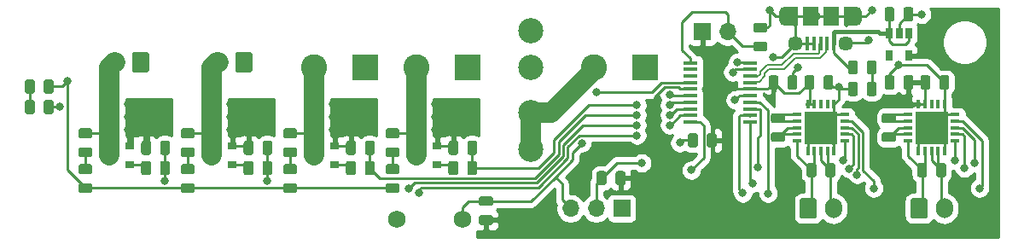
<source format=gbr>
G04 #@! TF.GenerationSoftware,KiCad,Pcbnew,(5.1.5)-3*
G04 #@! TF.CreationDate,2021-01-18T14:34:05-06:00*
G04 #@! TF.ProjectId,USB-PT100,5553422d-5054-4313-9030-2e6b69636164,B*
G04 #@! TF.SameCoordinates,Original*
G04 #@! TF.FileFunction,Copper,L1,Top*
G04 #@! TF.FilePolarity,Positive*
%FSLAX46Y46*%
G04 Gerber Fmt 4.6, Leading zero omitted, Abs format (unit mm)*
G04 Created by KiCad (PCBNEW (5.1.5)-3) date 2021-01-18 14:34:05*
%MOMM*%
%LPD*%
G04 APERTURE LIST*
%ADD10C,0.100000*%
%ADD11O,1.700000X1.700000*%
%ADD12R,1.700000X1.700000*%
%ADD13O,1.700000X2.000000*%
%ADD14C,2.600000*%
%ADD15R,2.600000X2.600000*%
%ADD16R,3.250000X3.250000*%
%ADD17R,0.350000X0.950000*%
%ADD18R,0.950000X0.350000*%
%ADD19R,0.650000X1.060000*%
%ADD20R,1.450000X0.450000*%
%ADD21C,1.750000*%
%ADD22R,0.900000X0.800000*%
%ADD23R,1.200000X1.900000*%
%ADD24O,1.200000X1.900000*%
%ADD25R,1.500000X1.900000*%
%ADD26C,1.450000*%
%ADD27R,0.400000X1.350000*%
%ADD28C,2.500000*%
%ADD29C,0.800000*%
%ADD30C,0.250000*%
%ADD31C,0.200000*%
%ADD32C,2.000000*%
%ADD33C,0.400000*%
%ADD34C,0.254000*%
G04 APERTURE END LIST*
G04 #@! TA.AperFunction,SMDPad,CuDef*
D10*
G36*
X162142642Y-92801174D02*
G01*
X162166303Y-92804684D01*
X162189507Y-92810496D01*
X162212029Y-92818554D01*
X162233653Y-92828782D01*
X162254170Y-92841079D01*
X162273383Y-92855329D01*
X162291107Y-92871393D01*
X162307171Y-92889117D01*
X162321421Y-92908330D01*
X162333718Y-92928847D01*
X162343946Y-92950471D01*
X162352004Y-92972993D01*
X162357816Y-92996197D01*
X162361326Y-93019858D01*
X162362500Y-93043750D01*
X162362500Y-93956250D01*
X162361326Y-93980142D01*
X162357816Y-94003803D01*
X162352004Y-94027007D01*
X162343946Y-94049529D01*
X162333718Y-94071153D01*
X162321421Y-94091670D01*
X162307171Y-94110883D01*
X162291107Y-94128607D01*
X162273383Y-94144671D01*
X162254170Y-94158921D01*
X162233653Y-94171218D01*
X162212029Y-94181446D01*
X162189507Y-94189504D01*
X162166303Y-94195316D01*
X162142642Y-94198826D01*
X162118750Y-94200000D01*
X161631250Y-94200000D01*
X161607358Y-94198826D01*
X161583697Y-94195316D01*
X161560493Y-94189504D01*
X161537971Y-94181446D01*
X161516347Y-94171218D01*
X161495830Y-94158921D01*
X161476617Y-94144671D01*
X161458893Y-94128607D01*
X161442829Y-94110883D01*
X161428579Y-94091670D01*
X161416282Y-94071153D01*
X161406054Y-94049529D01*
X161397996Y-94027007D01*
X161392184Y-94003803D01*
X161388674Y-93980142D01*
X161387500Y-93956250D01*
X161387500Y-93043750D01*
X161388674Y-93019858D01*
X161392184Y-92996197D01*
X161397996Y-92972993D01*
X161406054Y-92950471D01*
X161416282Y-92928847D01*
X161428579Y-92908330D01*
X161442829Y-92889117D01*
X161458893Y-92871393D01*
X161476617Y-92855329D01*
X161495830Y-92841079D01*
X161516347Y-92828782D01*
X161537971Y-92818554D01*
X161560493Y-92810496D01*
X161583697Y-92804684D01*
X161607358Y-92801174D01*
X161631250Y-92800000D01*
X162118750Y-92800000D01*
X162142642Y-92801174D01*
G37*
G04 #@! TD.AperFunction*
G04 #@! TA.AperFunction,SMDPad,CuDef*
G36*
X160267642Y-92801174D02*
G01*
X160291303Y-92804684D01*
X160314507Y-92810496D01*
X160337029Y-92818554D01*
X160358653Y-92828782D01*
X160379170Y-92841079D01*
X160398383Y-92855329D01*
X160416107Y-92871393D01*
X160432171Y-92889117D01*
X160446421Y-92908330D01*
X160458718Y-92928847D01*
X160468946Y-92950471D01*
X160477004Y-92972993D01*
X160482816Y-92996197D01*
X160486326Y-93019858D01*
X160487500Y-93043750D01*
X160487500Y-93956250D01*
X160486326Y-93980142D01*
X160482816Y-94003803D01*
X160477004Y-94027007D01*
X160468946Y-94049529D01*
X160458718Y-94071153D01*
X160446421Y-94091670D01*
X160432171Y-94110883D01*
X160416107Y-94128607D01*
X160398383Y-94144671D01*
X160379170Y-94158921D01*
X160358653Y-94171218D01*
X160337029Y-94181446D01*
X160314507Y-94189504D01*
X160291303Y-94195316D01*
X160267642Y-94198826D01*
X160243750Y-94200000D01*
X159756250Y-94200000D01*
X159732358Y-94198826D01*
X159708697Y-94195316D01*
X159685493Y-94189504D01*
X159662971Y-94181446D01*
X159641347Y-94171218D01*
X159620830Y-94158921D01*
X159601617Y-94144671D01*
X159583893Y-94128607D01*
X159567829Y-94110883D01*
X159553579Y-94091670D01*
X159541282Y-94071153D01*
X159531054Y-94049529D01*
X159522996Y-94027007D01*
X159517184Y-94003803D01*
X159513674Y-93980142D01*
X159512500Y-93956250D01*
X159512500Y-93043750D01*
X159513674Y-93019858D01*
X159517184Y-92996197D01*
X159522996Y-92972993D01*
X159531054Y-92950471D01*
X159541282Y-92928847D01*
X159553579Y-92908330D01*
X159567829Y-92889117D01*
X159583893Y-92871393D01*
X159601617Y-92855329D01*
X159620830Y-92841079D01*
X159641347Y-92828782D01*
X159662971Y-92818554D01*
X159685493Y-92810496D01*
X159708697Y-92804684D01*
X159732358Y-92801174D01*
X159756250Y-92800000D01*
X160243750Y-92800000D01*
X160267642Y-92801174D01*
G37*
G04 #@! TD.AperFunction*
D11*
X156920000Y-96500000D03*
X159460000Y-96500000D03*
D12*
X162000000Y-96500000D03*
D13*
X111750000Y-82000000D03*
G04 #@! TA.AperFunction,ComponentPad*
D10*
G36*
X114874504Y-81001204D02*
G01*
X114898773Y-81004804D01*
X114922571Y-81010765D01*
X114945671Y-81019030D01*
X114967849Y-81029520D01*
X114988893Y-81042133D01*
X115008598Y-81056747D01*
X115026777Y-81073223D01*
X115043253Y-81091402D01*
X115057867Y-81111107D01*
X115070480Y-81132151D01*
X115080970Y-81154329D01*
X115089235Y-81177429D01*
X115095196Y-81201227D01*
X115098796Y-81225496D01*
X115100000Y-81250000D01*
X115100000Y-82750000D01*
X115098796Y-82774504D01*
X115095196Y-82798773D01*
X115089235Y-82822571D01*
X115080970Y-82845671D01*
X115070480Y-82867849D01*
X115057867Y-82888893D01*
X115043253Y-82908598D01*
X115026777Y-82926777D01*
X115008598Y-82943253D01*
X114988893Y-82957867D01*
X114967849Y-82970480D01*
X114945671Y-82980970D01*
X114922571Y-82989235D01*
X114898773Y-82995196D01*
X114874504Y-82998796D01*
X114850000Y-83000000D01*
X113650000Y-83000000D01*
X113625496Y-82998796D01*
X113601227Y-82995196D01*
X113577429Y-82989235D01*
X113554329Y-82980970D01*
X113532151Y-82970480D01*
X113511107Y-82957867D01*
X113491402Y-82943253D01*
X113473223Y-82926777D01*
X113456747Y-82908598D01*
X113442133Y-82888893D01*
X113429520Y-82867849D01*
X113419030Y-82845671D01*
X113410765Y-82822571D01*
X113404804Y-82798773D01*
X113401204Y-82774504D01*
X113400000Y-82750000D01*
X113400000Y-81250000D01*
X113401204Y-81225496D01*
X113404804Y-81201227D01*
X113410765Y-81177429D01*
X113419030Y-81154329D01*
X113429520Y-81132151D01*
X113442133Y-81111107D01*
X113456747Y-81091402D01*
X113473223Y-81073223D01*
X113491402Y-81056747D01*
X113511107Y-81042133D01*
X113532151Y-81029520D01*
X113554329Y-81019030D01*
X113577429Y-81010765D01*
X113601227Y-81004804D01*
X113625496Y-81001204D01*
X113650000Y-81000000D01*
X114850000Y-81000000D01*
X114874504Y-81001204D01*
G37*
G04 #@! TD.AperFunction*
D13*
X122000000Y-82000000D03*
G04 #@! TA.AperFunction,ComponentPad*
D10*
G36*
X125124504Y-81001204D02*
G01*
X125148773Y-81004804D01*
X125172571Y-81010765D01*
X125195671Y-81019030D01*
X125217849Y-81029520D01*
X125238893Y-81042133D01*
X125258598Y-81056747D01*
X125276777Y-81073223D01*
X125293253Y-81091402D01*
X125307867Y-81111107D01*
X125320480Y-81132151D01*
X125330970Y-81154329D01*
X125339235Y-81177429D01*
X125345196Y-81201227D01*
X125348796Y-81225496D01*
X125350000Y-81250000D01*
X125350000Y-82750000D01*
X125348796Y-82774504D01*
X125345196Y-82798773D01*
X125339235Y-82822571D01*
X125330970Y-82845671D01*
X125320480Y-82867849D01*
X125307867Y-82888893D01*
X125293253Y-82908598D01*
X125276777Y-82926777D01*
X125258598Y-82943253D01*
X125238893Y-82957867D01*
X125217849Y-82970480D01*
X125195671Y-82980970D01*
X125172571Y-82989235D01*
X125148773Y-82995196D01*
X125124504Y-82998796D01*
X125100000Y-83000000D01*
X123900000Y-83000000D01*
X123875496Y-82998796D01*
X123851227Y-82995196D01*
X123827429Y-82989235D01*
X123804329Y-82980970D01*
X123782151Y-82970480D01*
X123761107Y-82957867D01*
X123741402Y-82943253D01*
X123723223Y-82926777D01*
X123706747Y-82908598D01*
X123692133Y-82888893D01*
X123679520Y-82867849D01*
X123669030Y-82845671D01*
X123660765Y-82822571D01*
X123654804Y-82798773D01*
X123651204Y-82774504D01*
X123650000Y-82750000D01*
X123650000Y-81250000D01*
X123651204Y-81225496D01*
X123654804Y-81201227D01*
X123660765Y-81177429D01*
X123669030Y-81154329D01*
X123679520Y-81132151D01*
X123692133Y-81111107D01*
X123706747Y-81091402D01*
X123723223Y-81073223D01*
X123741402Y-81056747D01*
X123761107Y-81042133D01*
X123782151Y-81029520D01*
X123804329Y-81019030D01*
X123827429Y-81010765D01*
X123851227Y-81004804D01*
X123875496Y-81001204D01*
X123900000Y-81000000D01*
X125100000Y-81000000D01*
X125124504Y-81001204D01*
G37*
G04 #@! TD.AperFunction*
D14*
X141670000Y-82500000D03*
D15*
X146750000Y-82500000D03*
D14*
X131510000Y-82500000D03*
D15*
X136590000Y-82500000D03*
G04 #@! TA.AperFunction,SMDPad,CuDef*
D10*
G36*
X192392642Y-83301174D02*
G01*
X192416303Y-83304684D01*
X192439507Y-83310496D01*
X192462029Y-83318554D01*
X192483653Y-83328782D01*
X192504170Y-83341079D01*
X192523383Y-83355329D01*
X192541107Y-83371393D01*
X192557171Y-83389117D01*
X192571421Y-83408330D01*
X192583718Y-83428847D01*
X192593946Y-83450471D01*
X192602004Y-83472993D01*
X192607816Y-83496197D01*
X192611326Y-83519858D01*
X192612500Y-83543750D01*
X192612500Y-84456250D01*
X192611326Y-84480142D01*
X192607816Y-84503803D01*
X192602004Y-84527007D01*
X192593946Y-84549529D01*
X192583718Y-84571153D01*
X192571421Y-84591670D01*
X192557171Y-84610883D01*
X192541107Y-84628607D01*
X192523383Y-84644671D01*
X192504170Y-84658921D01*
X192483653Y-84671218D01*
X192462029Y-84681446D01*
X192439507Y-84689504D01*
X192416303Y-84695316D01*
X192392642Y-84698826D01*
X192368750Y-84700000D01*
X191881250Y-84700000D01*
X191857358Y-84698826D01*
X191833697Y-84695316D01*
X191810493Y-84689504D01*
X191787971Y-84681446D01*
X191766347Y-84671218D01*
X191745830Y-84658921D01*
X191726617Y-84644671D01*
X191708893Y-84628607D01*
X191692829Y-84610883D01*
X191678579Y-84591670D01*
X191666282Y-84571153D01*
X191656054Y-84549529D01*
X191647996Y-84527007D01*
X191642184Y-84503803D01*
X191638674Y-84480142D01*
X191637500Y-84456250D01*
X191637500Y-83543750D01*
X191638674Y-83519858D01*
X191642184Y-83496197D01*
X191647996Y-83472993D01*
X191656054Y-83450471D01*
X191666282Y-83428847D01*
X191678579Y-83408330D01*
X191692829Y-83389117D01*
X191708893Y-83371393D01*
X191726617Y-83355329D01*
X191745830Y-83341079D01*
X191766347Y-83328782D01*
X191787971Y-83318554D01*
X191810493Y-83310496D01*
X191833697Y-83304684D01*
X191857358Y-83301174D01*
X191881250Y-83300000D01*
X192368750Y-83300000D01*
X192392642Y-83301174D01*
G37*
G04 #@! TD.AperFunction*
G04 #@! TA.AperFunction,SMDPad,CuDef*
G36*
X194267642Y-83301174D02*
G01*
X194291303Y-83304684D01*
X194314507Y-83310496D01*
X194337029Y-83318554D01*
X194358653Y-83328782D01*
X194379170Y-83341079D01*
X194398383Y-83355329D01*
X194416107Y-83371393D01*
X194432171Y-83389117D01*
X194446421Y-83408330D01*
X194458718Y-83428847D01*
X194468946Y-83450471D01*
X194477004Y-83472993D01*
X194482816Y-83496197D01*
X194486326Y-83519858D01*
X194487500Y-83543750D01*
X194487500Y-84456250D01*
X194486326Y-84480142D01*
X194482816Y-84503803D01*
X194477004Y-84527007D01*
X194468946Y-84549529D01*
X194458718Y-84571153D01*
X194446421Y-84591670D01*
X194432171Y-84610883D01*
X194416107Y-84628607D01*
X194398383Y-84644671D01*
X194379170Y-84658921D01*
X194358653Y-84671218D01*
X194337029Y-84681446D01*
X194314507Y-84689504D01*
X194291303Y-84695316D01*
X194267642Y-84698826D01*
X194243750Y-84700000D01*
X193756250Y-84700000D01*
X193732358Y-84698826D01*
X193708697Y-84695316D01*
X193685493Y-84689504D01*
X193662971Y-84681446D01*
X193641347Y-84671218D01*
X193620830Y-84658921D01*
X193601617Y-84644671D01*
X193583893Y-84628607D01*
X193567829Y-84610883D01*
X193553579Y-84591670D01*
X193541282Y-84571153D01*
X193531054Y-84549529D01*
X193522996Y-84527007D01*
X193517184Y-84503803D01*
X193513674Y-84480142D01*
X193512500Y-84456250D01*
X193512500Y-83543750D01*
X193513674Y-83519858D01*
X193517184Y-83496197D01*
X193522996Y-83472993D01*
X193531054Y-83450471D01*
X193541282Y-83428847D01*
X193553579Y-83408330D01*
X193567829Y-83389117D01*
X193583893Y-83371393D01*
X193601617Y-83355329D01*
X193620830Y-83341079D01*
X193641347Y-83328782D01*
X193662971Y-83318554D01*
X193685493Y-83310496D01*
X193708697Y-83304684D01*
X193732358Y-83301174D01*
X193756250Y-83300000D01*
X194243750Y-83300000D01*
X194267642Y-83301174D01*
G37*
G04 #@! TD.AperFunction*
G04 #@! TA.AperFunction,SMDPad,CuDef*
G36*
X180892642Y-83301174D02*
G01*
X180916303Y-83304684D01*
X180939507Y-83310496D01*
X180962029Y-83318554D01*
X180983653Y-83328782D01*
X181004170Y-83341079D01*
X181023383Y-83355329D01*
X181041107Y-83371393D01*
X181057171Y-83389117D01*
X181071421Y-83408330D01*
X181083718Y-83428847D01*
X181093946Y-83450471D01*
X181102004Y-83472993D01*
X181107816Y-83496197D01*
X181111326Y-83519858D01*
X181112500Y-83543750D01*
X181112500Y-84456250D01*
X181111326Y-84480142D01*
X181107816Y-84503803D01*
X181102004Y-84527007D01*
X181093946Y-84549529D01*
X181083718Y-84571153D01*
X181071421Y-84591670D01*
X181057171Y-84610883D01*
X181041107Y-84628607D01*
X181023383Y-84644671D01*
X181004170Y-84658921D01*
X180983653Y-84671218D01*
X180962029Y-84681446D01*
X180939507Y-84689504D01*
X180916303Y-84695316D01*
X180892642Y-84698826D01*
X180868750Y-84700000D01*
X180381250Y-84700000D01*
X180357358Y-84698826D01*
X180333697Y-84695316D01*
X180310493Y-84689504D01*
X180287971Y-84681446D01*
X180266347Y-84671218D01*
X180245830Y-84658921D01*
X180226617Y-84644671D01*
X180208893Y-84628607D01*
X180192829Y-84610883D01*
X180178579Y-84591670D01*
X180166282Y-84571153D01*
X180156054Y-84549529D01*
X180147996Y-84527007D01*
X180142184Y-84503803D01*
X180138674Y-84480142D01*
X180137500Y-84456250D01*
X180137500Y-83543750D01*
X180138674Y-83519858D01*
X180142184Y-83496197D01*
X180147996Y-83472993D01*
X180156054Y-83450471D01*
X180166282Y-83428847D01*
X180178579Y-83408330D01*
X180192829Y-83389117D01*
X180208893Y-83371393D01*
X180226617Y-83355329D01*
X180245830Y-83341079D01*
X180266347Y-83328782D01*
X180287971Y-83318554D01*
X180310493Y-83310496D01*
X180333697Y-83304684D01*
X180357358Y-83301174D01*
X180381250Y-83300000D01*
X180868750Y-83300000D01*
X180892642Y-83301174D01*
G37*
G04 #@! TD.AperFunction*
G04 #@! TA.AperFunction,SMDPad,CuDef*
G36*
X182767642Y-83301174D02*
G01*
X182791303Y-83304684D01*
X182814507Y-83310496D01*
X182837029Y-83318554D01*
X182858653Y-83328782D01*
X182879170Y-83341079D01*
X182898383Y-83355329D01*
X182916107Y-83371393D01*
X182932171Y-83389117D01*
X182946421Y-83408330D01*
X182958718Y-83428847D01*
X182968946Y-83450471D01*
X182977004Y-83472993D01*
X182982816Y-83496197D01*
X182986326Y-83519858D01*
X182987500Y-83543750D01*
X182987500Y-84456250D01*
X182986326Y-84480142D01*
X182982816Y-84503803D01*
X182977004Y-84527007D01*
X182968946Y-84549529D01*
X182958718Y-84571153D01*
X182946421Y-84591670D01*
X182932171Y-84610883D01*
X182916107Y-84628607D01*
X182898383Y-84644671D01*
X182879170Y-84658921D01*
X182858653Y-84671218D01*
X182837029Y-84681446D01*
X182814507Y-84689504D01*
X182791303Y-84695316D01*
X182767642Y-84698826D01*
X182743750Y-84700000D01*
X182256250Y-84700000D01*
X182232358Y-84698826D01*
X182208697Y-84695316D01*
X182185493Y-84689504D01*
X182162971Y-84681446D01*
X182141347Y-84671218D01*
X182120830Y-84658921D01*
X182101617Y-84644671D01*
X182083893Y-84628607D01*
X182067829Y-84610883D01*
X182053579Y-84591670D01*
X182041282Y-84571153D01*
X182031054Y-84549529D01*
X182022996Y-84527007D01*
X182017184Y-84503803D01*
X182013674Y-84480142D01*
X182012500Y-84456250D01*
X182012500Y-83543750D01*
X182013674Y-83519858D01*
X182017184Y-83496197D01*
X182022996Y-83472993D01*
X182031054Y-83450471D01*
X182041282Y-83428847D01*
X182053579Y-83408330D01*
X182067829Y-83389117D01*
X182083893Y-83371393D01*
X182101617Y-83355329D01*
X182120830Y-83341079D01*
X182141347Y-83328782D01*
X182162971Y-83318554D01*
X182185493Y-83310496D01*
X182208697Y-83304684D01*
X182232358Y-83301174D01*
X182256250Y-83300000D01*
X182743750Y-83300000D01*
X182767642Y-83301174D01*
G37*
G04 #@! TD.AperFunction*
G04 #@! TA.AperFunction,SMDPad,CuDef*
G36*
X188980142Y-87076174D02*
G01*
X189003803Y-87079684D01*
X189027007Y-87085496D01*
X189049529Y-87093554D01*
X189071153Y-87103782D01*
X189091670Y-87116079D01*
X189110883Y-87130329D01*
X189128607Y-87146393D01*
X189144671Y-87164117D01*
X189158921Y-87183330D01*
X189171218Y-87203847D01*
X189181446Y-87225471D01*
X189189504Y-87247993D01*
X189195316Y-87271197D01*
X189198826Y-87294858D01*
X189200000Y-87318750D01*
X189200000Y-87806250D01*
X189198826Y-87830142D01*
X189195316Y-87853803D01*
X189189504Y-87877007D01*
X189181446Y-87899529D01*
X189171218Y-87921153D01*
X189158921Y-87941670D01*
X189144671Y-87960883D01*
X189128607Y-87978607D01*
X189110883Y-87994671D01*
X189091670Y-88008921D01*
X189071153Y-88021218D01*
X189049529Y-88031446D01*
X189027007Y-88039504D01*
X189003803Y-88045316D01*
X188980142Y-88048826D01*
X188956250Y-88050000D01*
X188043750Y-88050000D01*
X188019858Y-88048826D01*
X187996197Y-88045316D01*
X187972993Y-88039504D01*
X187950471Y-88031446D01*
X187928847Y-88021218D01*
X187908330Y-88008921D01*
X187889117Y-87994671D01*
X187871393Y-87978607D01*
X187855329Y-87960883D01*
X187841079Y-87941670D01*
X187828782Y-87921153D01*
X187818554Y-87899529D01*
X187810496Y-87877007D01*
X187804684Y-87853803D01*
X187801174Y-87830142D01*
X187800000Y-87806250D01*
X187800000Y-87318750D01*
X187801174Y-87294858D01*
X187804684Y-87271197D01*
X187810496Y-87247993D01*
X187818554Y-87225471D01*
X187828782Y-87203847D01*
X187841079Y-87183330D01*
X187855329Y-87164117D01*
X187871393Y-87146393D01*
X187889117Y-87130329D01*
X187908330Y-87116079D01*
X187928847Y-87103782D01*
X187950471Y-87093554D01*
X187972993Y-87085496D01*
X187996197Y-87079684D01*
X188019858Y-87076174D01*
X188043750Y-87075000D01*
X188956250Y-87075000D01*
X188980142Y-87076174D01*
G37*
G04 #@! TD.AperFunction*
G04 #@! TA.AperFunction,SMDPad,CuDef*
G36*
X188980142Y-88951174D02*
G01*
X189003803Y-88954684D01*
X189027007Y-88960496D01*
X189049529Y-88968554D01*
X189071153Y-88978782D01*
X189091670Y-88991079D01*
X189110883Y-89005329D01*
X189128607Y-89021393D01*
X189144671Y-89039117D01*
X189158921Y-89058330D01*
X189171218Y-89078847D01*
X189181446Y-89100471D01*
X189189504Y-89122993D01*
X189195316Y-89146197D01*
X189198826Y-89169858D01*
X189200000Y-89193750D01*
X189200000Y-89681250D01*
X189198826Y-89705142D01*
X189195316Y-89728803D01*
X189189504Y-89752007D01*
X189181446Y-89774529D01*
X189171218Y-89796153D01*
X189158921Y-89816670D01*
X189144671Y-89835883D01*
X189128607Y-89853607D01*
X189110883Y-89869671D01*
X189091670Y-89883921D01*
X189071153Y-89896218D01*
X189049529Y-89906446D01*
X189027007Y-89914504D01*
X189003803Y-89920316D01*
X188980142Y-89923826D01*
X188956250Y-89925000D01*
X188043750Y-89925000D01*
X188019858Y-89923826D01*
X187996197Y-89920316D01*
X187972993Y-89914504D01*
X187950471Y-89906446D01*
X187928847Y-89896218D01*
X187908330Y-89883921D01*
X187889117Y-89869671D01*
X187871393Y-89853607D01*
X187855329Y-89835883D01*
X187841079Y-89816670D01*
X187828782Y-89796153D01*
X187818554Y-89774529D01*
X187810496Y-89752007D01*
X187804684Y-89728803D01*
X187801174Y-89705142D01*
X187800000Y-89681250D01*
X187800000Y-89193750D01*
X187801174Y-89169858D01*
X187804684Y-89146197D01*
X187810496Y-89122993D01*
X187818554Y-89100471D01*
X187828782Y-89078847D01*
X187841079Y-89058330D01*
X187855329Y-89039117D01*
X187871393Y-89021393D01*
X187889117Y-89005329D01*
X187908330Y-88991079D01*
X187928847Y-88978782D01*
X187950471Y-88968554D01*
X187972993Y-88960496D01*
X187996197Y-88954684D01*
X188019858Y-88951174D01*
X188043750Y-88950000D01*
X188956250Y-88950000D01*
X188980142Y-88951174D01*
G37*
G04 #@! TD.AperFunction*
G04 #@! TA.AperFunction,SMDPad,CuDef*
G36*
X177980142Y-87076174D02*
G01*
X178003803Y-87079684D01*
X178027007Y-87085496D01*
X178049529Y-87093554D01*
X178071153Y-87103782D01*
X178091670Y-87116079D01*
X178110883Y-87130329D01*
X178128607Y-87146393D01*
X178144671Y-87164117D01*
X178158921Y-87183330D01*
X178171218Y-87203847D01*
X178181446Y-87225471D01*
X178189504Y-87247993D01*
X178195316Y-87271197D01*
X178198826Y-87294858D01*
X178200000Y-87318750D01*
X178200000Y-87806250D01*
X178198826Y-87830142D01*
X178195316Y-87853803D01*
X178189504Y-87877007D01*
X178181446Y-87899529D01*
X178171218Y-87921153D01*
X178158921Y-87941670D01*
X178144671Y-87960883D01*
X178128607Y-87978607D01*
X178110883Y-87994671D01*
X178091670Y-88008921D01*
X178071153Y-88021218D01*
X178049529Y-88031446D01*
X178027007Y-88039504D01*
X178003803Y-88045316D01*
X177980142Y-88048826D01*
X177956250Y-88050000D01*
X177043750Y-88050000D01*
X177019858Y-88048826D01*
X176996197Y-88045316D01*
X176972993Y-88039504D01*
X176950471Y-88031446D01*
X176928847Y-88021218D01*
X176908330Y-88008921D01*
X176889117Y-87994671D01*
X176871393Y-87978607D01*
X176855329Y-87960883D01*
X176841079Y-87941670D01*
X176828782Y-87921153D01*
X176818554Y-87899529D01*
X176810496Y-87877007D01*
X176804684Y-87853803D01*
X176801174Y-87830142D01*
X176800000Y-87806250D01*
X176800000Y-87318750D01*
X176801174Y-87294858D01*
X176804684Y-87271197D01*
X176810496Y-87247993D01*
X176818554Y-87225471D01*
X176828782Y-87203847D01*
X176841079Y-87183330D01*
X176855329Y-87164117D01*
X176871393Y-87146393D01*
X176889117Y-87130329D01*
X176908330Y-87116079D01*
X176928847Y-87103782D01*
X176950471Y-87093554D01*
X176972993Y-87085496D01*
X176996197Y-87079684D01*
X177019858Y-87076174D01*
X177043750Y-87075000D01*
X177956250Y-87075000D01*
X177980142Y-87076174D01*
G37*
G04 #@! TD.AperFunction*
G04 #@! TA.AperFunction,SMDPad,CuDef*
G36*
X177980142Y-88951174D02*
G01*
X178003803Y-88954684D01*
X178027007Y-88960496D01*
X178049529Y-88968554D01*
X178071153Y-88978782D01*
X178091670Y-88991079D01*
X178110883Y-89005329D01*
X178128607Y-89021393D01*
X178144671Y-89039117D01*
X178158921Y-89058330D01*
X178171218Y-89078847D01*
X178181446Y-89100471D01*
X178189504Y-89122993D01*
X178195316Y-89146197D01*
X178198826Y-89169858D01*
X178200000Y-89193750D01*
X178200000Y-89681250D01*
X178198826Y-89705142D01*
X178195316Y-89728803D01*
X178189504Y-89752007D01*
X178181446Y-89774529D01*
X178171218Y-89796153D01*
X178158921Y-89816670D01*
X178144671Y-89835883D01*
X178128607Y-89853607D01*
X178110883Y-89869671D01*
X178091670Y-89883921D01*
X178071153Y-89896218D01*
X178049529Y-89906446D01*
X178027007Y-89914504D01*
X178003803Y-89920316D01*
X177980142Y-89923826D01*
X177956250Y-89925000D01*
X177043750Y-89925000D01*
X177019858Y-89923826D01*
X176996197Y-89920316D01*
X176972993Y-89914504D01*
X176950471Y-89906446D01*
X176928847Y-89896218D01*
X176908330Y-89883921D01*
X176889117Y-89869671D01*
X176871393Y-89853607D01*
X176855329Y-89835883D01*
X176841079Y-89816670D01*
X176828782Y-89796153D01*
X176818554Y-89774529D01*
X176810496Y-89752007D01*
X176804684Y-89728803D01*
X176801174Y-89705142D01*
X176800000Y-89681250D01*
X176800000Y-89193750D01*
X176801174Y-89169858D01*
X176804684Y-89146197D01*
X176810496Y-89122993D01*
X176818554Y-89100471D01*
X176828782Y-89078847D01*
X176841079Y-89058330D01*
X176855329Y-89039117D01*
X176871393Y-89021393D01*
X176889117Y-89005329D01*
X176908330Y-88991079D01*
X176928847Y-88978782D01*
X176950471Y-88968554D01*
X176972993Y-88960496D01*
X176996197Y-88954684D01*
X177019858Y-88951174D01*
X177043750Y-88950000D01*
X177956250Y-88950000D01*
X177980142Y-88951174D01*
G37*
G04 #@! TD.AperFunction*
G04 #@! TA.AperFunction,SMDPad,CuDef*
G36*
X192080142Y-92011174D02*
G01*
X192103803Y-92014684D01*
X192127007Y-92020496D01*
X192149529Y-92028554D01*
X192171153Y-92038782D01*
X192191670Y-92051079D01*
X192210883Y-92065329D01*
X192228607Y-92081393D01*
X192244671Y-92099117D01*
X192258921Y-92118330D01*
X192271218Y-92138847D01*
X192281446Y-92160471D01*
X192289504Y-92182993D01*
X192295316Y-92206197D01*
X192298826Y-92229858D01*
X192300000Y-92253750D01*
X192300000Y-93166250D01*
X192298826Y-93190142D01*
X192295316Y-93213803D01*
X192289504Y-93237007D01*
X192281446Y-93259529D01*
X192271218Y-93281153D01*
X192258921Y-93301670D01*
X192244671Y-93320883D01*
X192228607Y-93338607D01*
X192210883Y-93354671D01*
X192191670Y-93368921D01*
X192171153Y-93381218D01*
X192149529Y-93391446D01*
X192127007Y-93399504D01*
X192103803Y-93405316D01*
X192080142Y-93408826D01*
X192056250Y-93410000D01*
X191568750Y-93410000D01*
X191544858Y-93408826D01*
X191521197Y-93405316D01*
X191497993Y-93399504D01*
X191475471Y-93391446D01*
X191453847Y-93381218D01*
X191433330Y-93368921D01*
X191414117Y-93354671D01*
X191396393Y-93338607D01*
X191380329Y-93320883D01*
X191366079Y-93301670D01*
X191353782Y-93281153D01*
X191343554Y-93259529D01*
X191335496Y-93237007D01*
X191329684Y-93213803D01*
X191326174Y-93190142D01*
X191325000Y-93166250D01*
X191325000Y-92253750D01*
X191326174Y-92229858D01*
X191329684Y-92206197D01*
X191335496Y-92182993D01*
X191343554Y-92160471D01*
X191353782Y-92138847D01*
X191366079Y-92118330D01*
X191380329Y-92099117D01*
X191396393Y-92081393D01*
X191414117Y-92065329D01*
X191433330Y-92051079D01*
X191453847Y-92038782D01*
X191475471Y-92028554D01*
X191497993Y-92020496D01*
X191521197Y-92014684D01*
X191544858Y-92011174D01*
X191568750Y-92010000D01*
X192056250Y-92010000D01*
X192080142Y-92011174D01*
G37*
G04 #@! TD.AperFunction*
G04 #@! TA.AperFunction,SMDPad,CuDef*
G36*
X193955142Y-92011174D02*
G01*
X193978803Y-92014684D01*
X194002007Y-92020496D01*
X194024529Y-92028554D01*
X194046153Y-92038782D01*
X194066670Y-92051079D01*
X194085883Y-92065329D01*
X194103607Y-92081393D01*
X194119671Y-92099117D01*
X194133921Y-92118330D01*
X194146218Y-92138847D01*
X194156446Y-92160471D01*
X194164504Y-92182993D01*
X194170316Y-92206197D01*
X194173826Y-92229858D01*
X194175000Y-92253750D01*
X194175000Y-93166250D01*
X194173826Y-93190142D01*
X194170316Y-93213803D01*
X194164504Y-93237007D01*
X194156446Y-93259529D01*
X194146218Y-93281153D01*
X194133921Y-93301670D01*
X194119671Y-93320883D01*
X194103607Y-93338607D01*
X194085883Y-93354671D01*
X194066670Y-93368921D01*
X194046153Y-93381218D01*
X194024529Y-93391446D01*
X194002007Y-93399504D01*
X193978803Y-93405316D01*
X193955142Y-93408826D01*
X193931250Y-93410000D01*
X193443750Y-93410000D01*
X193419858Y-93408826D01*
X193396197Y-93405316D01*
X193372993Y-93399504D01*
X193350471Y-93391446D01*
X193328847Y-93381218D01*
X193308330Y-93368921D01*
X193289117Y-93354671D01*
X193271393Y-93338607D01*
X193255329Y-93320883D01*
X193241079Y-93301670D01*
X193228782Y-93281153D01*
X193218554Y-93259529D01*
X193210496Y-93237007D01*
X193204684Y-93213803D01*
X193201174Y-93190142D01*
X193200000Y-93166250D01*
X193200000Y-92253750D01*
X193201174Y-92229858D01*
X193204684Y-92206197D01*
X193210496Y-92182993D01*
X193218554Y-92160471D01*
X193228782Y-92138847D01*
X193241079Y-92118330D01*
X193255329Y-92099117D01*
X193271393Y-92081393D01*
X193289117Y-92065329D01*
X193308330Y-92051079D01*
X193328847Y-92038782D01*
X193350471Y-92028554D01*
X193372993Y-92020496D01*
X193396197Y-92014684D01*
X193419858Y-92011174D01*
X193443750Y-92010000D01*
X193931250Y-92010000D01*
X193955142Y-92011174D01*
G37*
G04 #@! TD.AperFunction*
G04 #@! TA.AperFunction,SMDPad,CuDef*
G36*
X182955142Y-92011174D02*
G01*
X182978803Y-92014684D01*
X183002007Y-92020496D01*
X183024529Y-92028554D01*
X183046153Y-92038782D01*
X183066670Y-92051079D01*
X183085883Y-92065329D01*
X183103607Y-92081393D01*
X183119671Y-92099117D01*
X183133921Y-92118330D01*
X183146218Y-92138847D01*
X183156446Y-92160471D01*
X183164504Y-92182993D01*
X183170316Y-92206197D01*
X183173826Y-92229858D01*
X183175000Y-92253750D01*
X183175000Y-93166250D01*
X183173826Y-93190142D01*
X183170316Y-93213803D01*
X183164504Y-93237007D01*
X183156446Y-93259529D01*
X183146218Y-93281153D01*
X183133921Y-93301670D01*
X183119671Y-93320883D01*
X183103607Y-93338607D01*
X183085883Y-93354671D01*
X183066670Y-93368921D01*
X183046153Y-93381218D01*
X183024529Y-93391446D01*
X183002007Y-93399504D01*
X182978803Y-93405316D01*
X182955142Y-93408826D01*
X182931250Y-93410000D01*
X182443750Y-93410000D01*
X182419858Y-93408826D01*
X182396197Y-93405316D01*
X182372993Y-93399504D01*
X182350471Y-93391446D01*
X182328847Y-93381218D01*
X182308330Y-93368921D01*
X182289117Y-93354671D01*
X182271393Y-93338607D01*
X182255329Y-93320883D01*
X182241079Y-93301670D01*
X182228782Y-93281153D01*
X182218554Y-93259529D01*
X182210496Y-93237007D01*
X182204684Y-93213803D01*
X182201174Y-93190142D01*
X182200000Y-93166250D01*
X182200000Y-92253750D01*
X182201174Y-92229858D01*
X182204684Y-92206197D01*
X182210496Y-92182993D01*
X182218554Y-92160471D01*
X182228782Y-92138847D01*
X182241079Y-92118330D01*
X182255329Y-92099117D01*
X182271393Y-92081393D01*
X182289117Y-92065329D01*
X182308330Y-92051079D01*
X182328847Y-92038782D01*
X182350471Y-92028554D01*
X182372993Y-92020496D01*
X182396197Y-92014684D01*
X182419858Y-92011174D01*
X182443750Y-92010000D01*
X182931250Y-92010000D01*
X182955142Y-92011174D01*
G37*
G04 #@! TD.AperFunction*
G04 #@! TA.AperFunction,SMDPad,CuDef*
G36*
X181080142Y-92011174D02*
G01*
X181103803Y-92014684D01*
X181127007Y-92020496D01*
X181149529Y-92028554D01*
X181171153Y-92038782D01*
X181191670Y-92051079D01*
X181210883Y-92065329D01*
X181228607Y-92081393D01*
X181244671Y-92099117D01*
X181258921Y-92118330D01*
X181271218Y-92138847D01*
X181281446Y-92160471D01*
X181289504Y-92182993D01*
X181295316Y-92206197D01*
X181298826Y-92229858D01*
X181300000Y-92253750D01*
X181300000Y-93166250D01*
X181298826Y-93190142D01*
X181295316Y-93213803D01*
X181289504Y-93237007D01*
X181281446Y-93259529D01*
X181271218Y-93281153D01*
X181258921Y-93301670D01*
X181244671Y-93320883D01*
X181228607Y-93338607D01*
X181210883Y-93354671D01*
X181191670Y-93368921D01*
X181171153Y-93381218D01*
X181149529Y-93391446D01*
X181127007Y-93399504D01*
X181103803Y-93405316D01*
X181080142Y-93408826D01*
X181056250Y-93410000D01*
X180568750Y-93410000D01*
X180544858Y-93408826D01*
X180521197Y-93405316D01*
X180497993Y-93399504D01*
X180475471Y-93391446D01*
X180453847Y-93381218D01*
X180433330Y-93368921D01*
X180414117Y-93354671D01*
X180396393Y-93338607D01*
X180380329Y-93320883D01*
X180366079Y-93301670D01*
X180353782Y-93281153D01*
X180343554Y-93259529D01*
X180335496Y-93237007D01*
X180329684Y-93213803D01*
X180326174Y-93190142D01*
X180325000Y-93166250D01*
X180325000Y-92253750D01*
X180326174Y-92229858D01*
X180329684Y-92206197D01*
X180335496Y-92182993D01*
X180343554Y-92160471D01*
X180353782Y-92138847D01*
X180366079Y-92118330D01*
X180380329Y-92099117D01*
X180396393Y-92081393D01*
X180414117Y-92065329D01*
X180433330Y-92051079D01*
X180453847Y-92038782D01*
X180475471Y-92028554D01*
X180497993Y-92020496D01*
X180521197Y-92014684D01*
X180544858Y-92011174D01*
X180568750Y-92010000D01*
X181056250Y-92010000D01*
X181080142Y-92011174D01*
G37*
G04 #@! TD.AperFunction*
D13*
X183000000Y-96500000D03*
G04 #@! TA.AperFunction,ComponentPad*
D10*
G36*
X181124504Y-95501204D02*
G01*
X181148773Y-95504804D01*
X181172571Y-95510765D01*
X181195671Y-95519030D01*
X181217849Y-95529520D01*
X181238893Y-95542133D01*
X181258598Y-95556747D01*
X181276777Y-95573223D01*
X181293253Y-95591402D01*
X181307867Y-95611107D01*
X181320480Y-95632151D01*
X181330970Y-95654329D01*
X181339235Y-95677429D01*
X181345196Y-95701227D01*
X181348796Y-95725496D01*
X181350000Y-95750000D01*
X181350000Y-97250000D01*
X181348796Y-97274504D01*
X181345196Y-97298773D01*
X181339235Y-97322571D01*
X181330970Y-97345671D01*
X181320480Y-97367849D01*
X181307867Y-97388893D01*
X181293253Y-97408598D01*
X181276777Y-97426777D01*
X181258598Y-97443253D01*
X181238893Y-97457867D01*
X181217849Y-97470480D01*
X181195671Y-97480970D01*
X181172571Y-97489235D01*
X181148773Y-97495196D01*
X181124504Y-97498796D01*
X181100000Y-97500000D01*
X179900000Y-97500000D01*
X179875496Y-97498796D01*
X179851227Y-97495196D01*
X179827429Y-97489235D01*
X179804329Y-97480970D01*
X179782151Y-97470480D01*
X179761107Y-97457867D01*
X179741402Y-97443253D01*
X179723223Y-97426777D01*
X179706747Y-97408598D01*
X179692133Y-97388893D01*
X179679520Y-97367849D01*
X179669030Y-97345671D01*
X179660765Y-97322571D01*
X179654804Y-97298773D01*
X179651204Y-97274504D01*
X179650000Y-97250000D01*
X179650000Y-95750000D01*
X179651204Y-95725496D01*
X179654804Y-95701227D01*
X179660765Y-95677429D01*
X179669030Y-95654329D01*
X179679520Y-95632151D01*
X179692133Y-95611107D01*
X179706747Y-95591402D01*
X179723223Y-95573223D01*
X179741402Y-95556747D01*
X179761107Y-95542133D01*
X179782151Y-95529520D01*
X179804329Y-95519030D01*
X179827429Y-95510765D01*
X179851227Y-95504804D01*
X179875496Y-95501204D01*
X179900000Y-95500000D01*
X181100000Y-95500000D01*
X181124504Y-95501204D01*
G37*
G04 #@! TD.AperFunction*
D13*
X194000000Y-96500000D03*
G04 #@! TA.AperFunction,ComponentPad*
D10*
G36*
X192124504Y-95501204D02*
G01*
X192148773Y-95504804D01*
X192172571Y-95510765D01*
X192195671Y-95519030D01*
X192217849Y-95529520D01*
X192238893Y-95542133D01*
X192258598Y-95556747D01*
X192276777Y-95573223D01*
X192293253Y-95591402D01*
X192307867Y-95611107D01*
X192320480Y-95632151D01*
X192330970Y-95654329D01*
X192339235Y-95677429D01*
X192345196Y-95701227D01*
X192348796Y-95725496D01*
X192350000Y-95750000D01*
X192350000Y-97250000D01*
X192348796Y-97274504D01*
X192345196Y-97298773D01*
X192339235Y-97322571D01*
X192330970Y-97345671D01*
X192320480Y-97367849D01*
X192307867Y-97388893D01*
X192293253Y-97408598D01*
X192276777Y-97426777D01*
X192258598Y-97443253D01*
X192238893Y-97457867D01*
X192217849Y-97470480D01*
X192195671Y-97480970D01*
X192172571Y-97489235D01*
X192148773Y-97495196D01*
X192124504Y-97498796D01*
X192100000Y-97500000D01*
X190900000Y-97500000D01*
X190875496Y-97498796D01*
X190851227Y-97495196D01*
X190827429Y-97489235D01*
X190804329Y-97480970D01*
X190782151Y-97470480D01*
X190761107Y-97457867D01*
X190741402Y-97443253D01*
X190723223Y-97426777D01*
X190706747Y-97408598D01*
X190692133Y-97388893D01*
X190679520Y-97367849D01*
X190669030Y-97345671D01*
X190660765Y-97322571D01*
X190654804Y-97298773D01*
X190651204Y-97274504D01*
X190650000Y-97250000D01*
X190650000Y-95750000D01*
X190651204Y-95725496D01*
X190654804Y-95701227D01*
X190660765Y-95677429D01*
X190669030Y-95654329D01*
X190679520Y-95632151D01*
X190692133Y-95611107D01*
X190706747Y-95591402D01*
X190723223Y-95573223D01*
X190741402Y-95556747D01*
X190761107Y-95542133D01*
X190782151Y-95529520D01*
X190804329Y-95519030D01*
X190827429Y-95510765D01*
X190851227Y-95504804D01*
X190875496Y-95501204D01*
X190900000Y-95500000D01*
X192100000Y-95500000D01*
X192124504Y-95501204D01*
G37*
G04 #@! TD.AperFunction*
D16*
X181750000Y-88500000D03*
D17*
X180450000Y-86160000D03*
X181100000Y-86160000D03*
X181750000Y-86160000D03*
X182400000Y-86160000D03*
X183050000Y-86160000D03*
D18*
X184090000Y-87200000D03*
X184090000Y-87850000D03*
X184090000Y-88500000D03*
X184090000Y-89150000D03*
X184090000Y-89800000D03*
D17*
X183050000Y-90840000D03*
X182400000Y-90840000D03*
X181750000Y-90840000D03*
X181100000Y-90840000D03*
D18*
X179410000Y-89800000D03*
X179410000Y-89150000D03*
X179410000Y-88500000D03*
X179410000Y-87850000D03*
X179410000Y-87200000D03*
D17*
X180450000Y-90840000D03*
D16*
X192750000Y-88500000D03*
D17*
X191450000Y-86160000D03*
X192100000Y-86160000D03*
X192750000Y-86160000D03*
X193400000Y-86160000D03*
X194050000Y-86160000D03*
D18*
X195090000Y-87200000D03*
X195090000Y-87850000D03*
X195090000Y-88500000D03*
X195090000Y-89150000D03*
X195090000Y-89800000D03*
D17*
X194050000Y-90840000D03*
X193400000Y-90840000D03*
X192750000Y-90840000D03*
X192100000Y-90840000D03*
D18*
X190410000Y-89800000D03*
X190410000Y-89150000D03*
X190410000Y-88500000D03*
X190410000Y-87850000D03*
X190410000Y-87200000D03*
D17*
X191450000Y-90840000D03*
D19*
X190459000Y-81339000D03*
X188559000Y-81339000D03*
X188559000Y-79139000D03*
X189509000Y-79139000D03*
X190459000Y-79139000D03*
D20*
X174700000Y-82075000D03*
X174700000Y-82725000D03*
X174700000Y-83375000D03*
X174700000Y-84025000D03*
X174700000Y-84675000D03*
X174700000Y-85325000D03*
X174700000Y-85975000D03*
X174700000Y-86625000D03*
X174700000Y-87275000D03*
X174700000Y-87925000D03*
X168800000Y-87925000D03*
X168800000Y-87275000D03*
X168800000Y-86625000D03*
X168800000Y-85975000D03*
X168800000Y-85325000D03*
X168800000Y-84675000D03*
X168800000Y-84025000D03*
X168800000Y-83375000D03*
X168800000Y-82725000D03*
X168800000Y-82075000D03*
D21*
X139690000Y-97613000D03*
X146190000Y-97613000D03*
G04 #@! TA.AperFunction,SMDPad,CuDef*
D10*
G36*
X105410142Y-83706174D02*
G01*
X105433803Y-83709684D01*
X105457007Y-83715496D01*
X105479529Y-83723554D01*
X105501153Y-83733782D01*
X105521670Y-83746079D01*
X105540883Y-83760329D01*
X105558607Y-83776393D01*
X105574671Y-83794117D01*
X105588921Y-83813330D01*
X105601218Y-83833847D01*
X105611446Y-83855471D01*
X105619504Y-83877993D01*
X105625316Y-83901197D01*
X105628826Y-83924858D01*
X105630000Y-83948750D01*
X105630000Y-84861250D01*
X105628826Y-84885142D01*
X105625316Y-84908803D01*
X105619504Y-84932007D01*
X105611446Y-84954529D01*
X105601218Y-84976153D01*
X105588921Y-84996670D01*
X105574671Y-85015883D01*
X105558607Y-85033607D01*
X105540883Y-85049671D01*
X105521670Y-85063921D01*
X105501153Y-85076218D01*
X105479529Y-85086446D01*
X105457007Y-85094504D01*
X105433803Y-85100316D01*
X105410142Y-85103826D01*
X105386250Y-85105000D01*
X104898750Y-85105000D01*
X104874858Y-85103826D01*
X104851197Y-85100316D01*
X104827993Y-85094504D01*
X104805471Y-85086446D01*
X104783847Y-85076218D01*
X104763330Y-85063921D01*
X104744117Y-85049671D01*
X104726393Y-85033607D01*
X104710329Y-85015883D01*
X104696079Y-84996670D01*
X104683782Y-84976153D01*
X104673554Y-84954529D01*
X104665496Y-84932007D01*
X104659684Y-84908803D01*
X104656174Y-84885142D01*
X104655000Y-84861250D01*
X104655000Y-83948750D01*
X104656174Y-83924858D01*
X104659684Y-83901197D01*
X104665496Y-83877993D01*
X104673554Y-83855471D01*
X104683782Y-83833847D01*
X104696079Y-83813330D01*
X104710329Y-83794117D01*
X104726393Y-83776393D01*
X104744117Y-83760329D01*
X104763330Y-83746079D01*
X104783847Y-83733782D01*
X104805471Y-83723554D01*
X104827993Y-83715496D01*
X104851197Y-83709684D01*
X104874858Y-83706174D01*
X104898750Y-83705000D01*
X105386250Y-83705000D01*
X105410142Y-83706174D01*
G37*
G04 #@! TD.AperFunction*
G04 #@! TA.AperFunction,SMDPad,CuDef*
G36*
X103535142Y-83706174D02*
G01*
X103558803Y-83709684D01*
X103582007Y-83715496D01*
X103604529Y-83723554D01*
X103626153Y-83733782D01*
X103646670Y-83746079D01*
X103665883Y-83760329D01*
X103683607Y-83776393D01*
X103699671Y-83794117D01*
X103713921Y-83813330D01*
X103726218Y-83833847D01*
X103736446Y-83855471D01*
X103744504Y-83877993D01*
X103750316Y-83901197D01*
X103753826Y-83924858D01*
X103755000Y-83948750D01*
X103755000Y-84861250D01*
X103753826Y-84885142D01*
X103750316Y-84908803D01*
X103744504Y-84932007D01*
X103736446Y-84954529D01*
X103726218Y-84976153D01*
X103713921Y-84996670D01*
X103699671Y-85015883D01*
X103683607Y-85033607D01*
X103665883Y-85049671D01*
X103646670Y-85063921D01*
X103626153Y-85076218D01*
X103604529Y-85086446D01*
X103582007Y-85094504D01*
X103558803Y-85100316D01*
X103535142Y-85103826D01*
X103511250Y-85105000D01*
X103023750Y-85105000D01*
X102999858Y-85103826D01*
X102976197Y-85100316D01*
X102952993Y-85094504D01*
X102930471Y-85086446D01*
X102908847Y-85076218D01*
X102888330Y-85063921D01*
X102869117Y-85049671D01*
X102851393Y-85033607D01*
X102835329Y-85015883D01*
X102821079Y-84996670D01*
X102808782Y-84976153D01*
X102798554Y-84954529D01*
X102790496Y-84932007D01*
X102784684Y-84908803D01*
X102781174Y-84885142D01*
X102780000Y-84861250D01*
X102780000Y-83948750D01*
X102781174Y-83924858D01*
X102784684Y-83901197D01*
X102790496Y-83877993D01*
X102798554Y-83855471D01*
X102808782Y-83833847D01*
X102821079Y-83813330D01*
X102835329Y-83794117D01*
X102851393Y-83776393D01*
X102869117Y-83760329D01*
X102888330Y-83746079D01*
X102908847Y-83733782D01*
X102930471Y-83723554D01*
X102952993Y-83715496D01*
X102976197Y-83709684D01*
X102999858Y-83706174D01*
X103023750Y-83705000D01*
X103511250Y-83705000D01*
X103535142Y-83706174D01*
G37*
G04 #@! TD.AperFunction*
G04 #@! TA.AperFunction,SMDPad,CuDef*
G36*
X185196142Y-81801174D02*
G01*
X185219803Y-81804684D01*
X185243007Y-81810496D01*
X185265529Y-81818554D01*
X185287153Y-81828782D01*
X185307670Y-81841079D01*
X185326883Y-81855329D01*
X185344607Y-81871393D01*
X185360671Y-81889117D01*
X185374921Y-81908330D01*
X185387218Y-81928847D01*
X185397446Y-81950471D01*
X185405504Y-81972993D01*
X185411316Y-81996197D01*
X185414826Y-82019858D01*
X185416000Y-82043750D01*
X185416000Y-82956250D01*
X185414826Y-82980142D01*
X185411316Y-83003803D01*
X185405504Y-83027007D01*
X185397446Y-83049529D01*
X185387218Y-83071153D01*
X185374921Y-83091670D01*
X185360671Y-83110883D01*
X185344607Y-83128607D01*
X185326883Y-83144671D01*
X185307670Y-83158921D01*
X185287153Y-83171218D01*
X185265529Y-83181446D01*
X185243007Y-83189504D01*
X185219803Y-83195316D01*
X185196142Y-83198826D01*
X185172250Y-83200000D01*
X184684750Y-83200000D01*
X184660858Y-83198826D01*
X184637197Y-83195316D01*
X184613993Y-83189504D01*
X184591471Y-83181446D01*
X184569847Y-83171218D01*
X184549330Y-83158921D01*
X184530117Y-83144671D01*
X184512393Y-83128607D01*
X184496329Y-83110883D01*
X184482079Y-83091670D01*
X184469782Y-83071153D01*
X184459554Y-83049529D01*
X184451496Y-83027007D01*
X184445684Y-83003803D01*
X184442174Y-82980142D01*
X184441000Y-82956250D01*
X184441000Y-82043750D01*
X184442174Y-82019858D01*
X184445684Y-81996197D01*
X184451496Y-81972993D01*
X184459554Y-81950471D01*
X184469782Y-81928847D01*
X184482079Y-81908330D01*
X184496329Y-81889117D01*
X184512393Y-81871393D01*
X184530117Y-81855329D01*
X184549330Y-81841079D01*
X184569847Y-81828782D01*
X184591471Y-81818554D01*
X184613993Y-81810496D01*
X184637197Y-81804684D01*
X184660858Y-81801174D01*
X184684750Y-81800000D01*
X185172250Y-81800000D01*
X185196142Y-81801174D01*
G37*
G04 #@! TD.AperFunction*
G04 #@! TA.AperFunction,SMDPad,CuDef*
G36*
X187071142Y-81801174D02*
G01*
X187094803Y-81804684D01*
X187118007Y-81810496D01*
X187140529Y-81818554D01*
X187162153Y-81828782D01*
X187182670Y-81841079D01*
X187201883Y-81855329D01*
X187219607Y-81871393D01*
X187235671Y-81889117D01*
X187249921Y-81908330D01*
X187262218Y-81928847D01*
X187272446Y-81950471D01*
X187280504Y-81972993D01*
X187286316Y-81996197D01*
X187289826Y-82019858D01*
X187291000Y-82043750D01*
X187291000Y-82956250D01*
X187289826Y-82980142D01*
X187286316Y-83003803D01*
X187280504Y-83027007D01*
X187272446Y-83049529D01*
X187262218Y-83071153D01*
X187249921Y-83091670D01*
X187235671Y-83110883D01*
X187219607Y-83128607D01*
X187201883Y-83144671D01*
X187182670Y-83158921D01*
X187162153Y-83171218D01*
X187140529Y-83181446D01*
X187118007Y-83189504D01*
X187094803Y-83195316D01*
X187071142Y-83198826D01*
X187047250Y-83200000D01*
X186559750Y-83200000D01*
X186535858Y-83198826D01*
X186512197Y-83195316D01*
X186488993Y-83189504D01*
X186466471Y-83181446D01*
X186444847Y-83171218D01*
X186424330Y-83158921D01*
X186405117Y-83144671D01*
X186387393Y-83128607D01*
X186371329Y-83110883D01*
X186357079Y-83091670D01*
X186344782Y-83071153D01*
X186334554Y-83049529D01*
X186326496Y-83027007D01*
X186320684Y-83003803D01*
X186317174Y-82980142D01*
X186316000Y-82956250D01*
X186316000Y-82043750D01*
X186317174Y-82019858D01*
X186320684Y-81996197D01*
X186326496Y-81972993D01*
X186334554Y-81950471D01*
X186344782Y-81928847D01*
X186357079Y-81908330D01*
X186371329Y-81889117D01*
X186387393Y-81871393D01*
X186405117Y-81855329D01*
X186424330Y-81841079D01*
X186444847Y-81828782D01*
X186466471Y-81818554D01*
X186488993Y-81810496D01*
X186512197Y-81804684D01*
X186535858Y-81801174D01*
X186559750Y-81800000D01*
X187047250Y-81800000D01*
X187071142Y-81801174D01*
G37*
G04 #@! TD.AperFunction*
G04 #@! TA.AperFunction,SMDPad,CuDef*
G36*
X109257142Y-92125174D02*
G01*
X109280803Y-92128684D01*
X109304007Y-92134496D01*
X109326529Y-92142554D01*
X109348153Y-92152782D01*
X109368670Y-92165079D01*
X109387883Y-92179329D01*
X109405607Y-92195393D01*
X109421671Y-92213117D01*
X109435921Y-92232330D01*
X109448218Y-92252847D01*
X109458446Y-92274471D01*
X109466504Y-92296993D01*
X109472316Y-92320197D01*
X109475826Y-92343858D01*
X109477000Y-92367750D01*
X109477000Y-92855250D01*
X109475826Y-92879142D01*
X109472316Y-92902803D01*
X109466504Y-92926007D01*
X109458446Y-92948529D01*
X109448218Y-92970153D01*
X109435921Y-92990670D01*
X109421671Y-93009883D01*
X109405607Y-93027607D01*
X109387883Y-93043671D01*
X109368670Y-93057921D01*
X109348153Y-93070218D01*
X109326529Y-93080446D01*
X109304007Y-93088504D01*
X109280803Y-93094316D01*
X109257142Y-93097826D01*
X109233250Y-93099000D01*
X108320750Y-93099000D01*
X108296858Y-93097826D01*
X108273197Y-93094316D01*
X108249993Y-93088504D01*
X108227471Y-93080446D01*
X108205847Y-93070218D01*
X108185330Y-93057921D01*
X108166117Y-93043671D01*
X108148393Y-93027607D01*
X108132329Y-93009883D01*
X108118079Y-92990670D01*
X108105782Y-92970153D01*
X108095554Y-92948529D01*
X108087496Y-92926007D01*
X108081684Y-92902803D01*
X108078174Y-92879142D01*
X108077000Y-92855250D01*
X108077000Y-92367750D01*
X108078174Y-92343858D01*
X108081684Y-92320197D01*
X108087496Y-92296993D01*
X108095554Y-92274471D01*
X108105782Y-92252847D01*
X108118079Y-92232330D01*
X108132329Y-92213117D01*
X108148393Y-92195393D01*
X108166117Y-92179329D01*
X108185330Y-92165079D01*
X108205847Y-92152782D01*
X108227471Y-92142554D01*
X108249993Y-92134496D01*
X108273197Y-92128684D01*
X108296858Y-92125174D01*
X108320750Y-92124000D01*
X109233250Y-92124000D01*
X109257142Y-92125174D01*
G37*
G04 #@! TD.AperFunction*
G04 #@! TA.AperFunction,SMDPad,CuDef*
G36*
X109257142Y-94000174D02*
G01*
X109280803Y-94003684D01*
X109304007Y-94009496D01*
X109326529Y-94017554D01*
X109348153Y-94027782D01*
X109368670Y-94040079D01*
X109387883Y-94054329D01*
X109405607Y-94070393D01*
X109421671Y-94088117D01*
X109435921Y-94107330D01*
X109448218Y-94127847D01*
X109458446Y-94149471D01*
X109466504Y-94171993D01*
X109472316Y-94195197D01*
X109475826Y-94218858D01*
X109477000Y-94242750D01*
X109477000Y-94730250D01*
X109475826Y-94754142D01*
X109472316Y-94777803D01*
X109466504Y-94801007D01*
X109458446Y-94823529D01*
X109448218Y-94845153D01*
X109435921Y-94865670D01*
X109421671Y-94884883D01*
X109405607Y-94902607D01*
X109387883Y-94918671D01*
X109368670Y-94932921D01*
X109348153Y-94945218D01*
X109326529Y-94955446D01*
X109304007Y-94963504D01*
X109280803Y-94969316D01*
X109257142Y-94972826D01*
X109233250Y-94974000D01*
X108320750Y-94974000D01*
X108296858Y-94972826D01*
X108273197Y-94969316D01*
X108249993Y-94963504D01*
X108227471Y-94955446D01*
X108205847Y-94945218D01*
X108185330Y-94932921D01*
X108166117Y-94918671D01*
X108148393Y-94902607D01*
X108132329Y-94884883D01*
X108118079Y-94865670D01*
X108105782Y-94845153D01*
X108095554Y-94823529D01*
X108087496Y-94801007D01*
X108081684Y-94777803D01*
X108078174Y-94754142D01*
X108077000Y-94730250D01*
X108077000Y-94242750D01*
X108078174Y-94218858D01*
X108081684Y-94195197D01*
X108087496Y-94171993D01*
X108095554Y-94149471D01*
X108105782Y-94127847D01*
X108118079Y-94107330D01*
X108132329Y-94088117D01*
X108148393Y-94070393D01*
X108166117Y-94054329D01*
X108185330Y-94040079D01*
X108205847Y-94027782D01*
X108227471Y-94017554D01*
X108249993Y-94009496D01*
X108273197Y-94003684D01*
X108296858Y-94000174D01*
X108320750Y-93999000D01*
X109233250Y-93999000D01*
X109257142Y-94000174D01*
G37*
G04 #@! TD.AperFunction*
G04 #@! TA.AperFunction,SMDPad,CuDef*
G36*
X119417142Y-92125174D02*
G01*
X119440803Y-92128684D01*
X119464007Y-92134496D01*
X119486529Y-92142554D01*
X119508153Y-92152782D01*
X119528670Y-92165079D01*
X119547883Y-92179329D01*
X119565607Y-92195393D01*
X119581671Y-92213117D01*
X119595921Y-92232330D01*
X119608218Y-92252847D01*
X119618446Y-92274471D01*
X119626504Y-92296993D01*
X119632316Y-92320197D01*
X119635826Y-92343858D01*
X119637000Y-92367750D01*
X119637000Y-92855250D01*
X119635826Y-92879142D01*
X119632316Y-92902803D01*
X119626504Y-92926007D01*
X119618446Y-92948529D01*
X119608218Y-92970153D01*
X119595921Y-92990670D01*
X119581671Y-93009883D01*
X119565607Y-93027607D01*
X119547883Y-93043671D01*
X119528670Y-93057921D01*
X119508153Y-93070218D01*
X119486529Y-93080446D01*
X119464007Y-93088504D01*
X119440803Y-93094316D01*
X119417142Y-93097826D01*
X119393250Y-93099000D01*
X118480750Y-93099000D01*
X118456858Y-93097826D01*
X118433197Y-93094316D01*
X118409993Y-93088504D01*
X118387471Y-93080446D01*
X118365847Y-93070218D01*
X118345330Y-93057921D01*
X118326117Y-93043671D01*
X118308393Y-93027607D01*
X118292329Y-93009883D01*
X118278079Y-92990670D01*
X118265782Y-92970153D01*
X118255554Y-92948529D01*
X118247496Y-92926007D01*
X118241684Y-92902803D01*
X118238174Y-92879142D01*
X118237000Y-92855250D01*
X118237000Y-92367750D01*
X118238174Y-92343858D01*
X118241684Y-92320197D01*
X118247496Y-92296993D01*
X118255554Y-92274471D01*
X118265782Y-92252847D01*
X118278079Y-92232330D01*
X118292329Y-92213117D01*
X118308393Y-92195393D01*
X118326117Y-92179329D01*
X118345330Y-92165079D01*
X118365847Y-92152782D01*
X118387471Y-92142554D01*
X118409993Y-92134496D01*
X118433197Y-92128684D01*
X118456858Y-92125174D01*
X118480750Y-92124000D01*
X119393250Y-92124000D01*
X119417142Y-92125174D01*
G37*
G04 #@! TD.AperFunction*
G04 #@! TA.AperFunction,SMDPad,CuDef*
G36*
X119417142Y-94000174D02*
G01*
X119440803Y-94003684D01*
X119464007Y-94009496D01*
X119486529Y-94017554D01*
X119508153Y-94027782D01*
X119528670Y-94040079D01*
X119547883Y-94054329D01*
X119565607Y-94070393D01*
X119581671Y-94088117D01*
X119595921Y-94107330D01*
X119608218Y-94127847D01*
X119618446Y-94149471D01*
X119626504Y-94171993D01*
X119632316Y-94195197D01*
X119635826Y-94218858D01*
X119637000Y-94242750D01*
X119637000Y-94730250D01*
X119635826Y-94754142D01*
X119632316Y-94777803D01*
X119626504Y-94801007D01*
X119618446Y-94823529D01*
X119608218Y-94845153D01*
X119595921Y-94865670D01*
X119581671Y-94884883D01*
X119565607Y-94902607D01*
X119547883Y-94918671D01*
X119528670Y-94932921D01*
X119508153Y-94945218D01*
X119486529Y-94955446D01*
X119464007Y-94963504D01*
X119440803Y-94969316D01*
X119417142Y-94972826D01*
X119393250Y-94974000D01*
X118480750Y-94974000D01*
X118456858Y-94972826D01*
X118433197Y-94969316D01*
X118409993Y-94963504D01*
X118387471Y-94955446D01*
X118365847Y-94945218D01*
X118345330Y-94932921D01*
X118326117Y-94918671D01*
X118308393Y-94902607D01*
X118292329Y-94884883D01*
X118278079Y-94865670D01*
X118265782Y-94845153D01*
X118255554Y-94823529D01*
X118247496Y-94801007D01*
X118241684Y-94777803D01*
X118238174Y-94754142D01*
X118237000Y-94730250D01*
X118237000Y-94242750D01*
X118238174Y-94218858D01*
X118241684Y-94195197D01*
X118247496Y-94171993D01*
X118255554Y-94149471D01*
X118265782Y-94127847D01*
X118278079Y-94107330D01*
X118292329Y-94088117D01*
X118308393Y-94070393D01*
X118326117Y-94054329D01*
X118345330Y-94040079D01*
X118365847Y-94027782D01*
X118387471Y-94017554D01*
X118409993Y-94009496D01*
X118433197Y-94003684D01*
X118456858Y-94000174D01*
X118480750Y-93999000D01*
X119393250Y-93999000D01*
X119417142Y-94000174D01*
G37*
G04 #@! TD.AperFunction*
G04 #@! TA.AperFunction,SMDPad,CuDef*
G36*
X129577142Y-92125174D02*
G01*
X129600803Y-92128684D01*
X129624007Y-92134496D01*
X129646529Y-92142554D01*
X129668153Y-92152782D01*
X129688670Y-92165079D01*
X129707883Y-92179329D01*
X129725607Y-92195393D01*
X129741671Y-92213117D01*
X129755921Y-92232330D01*
X129768218Y-92252847D01*
X129778446Y-92274471D01*
X129786504Y-92296993D01*
X129792316Y-92320197D01*
X129795826Y-92343858D01*
X129797000Y-92367750D01*
X129797000Y-92855250D01*
X129795826Y-92879142D01*
X129792316Y-92902803D01*
X129786504Y-92926007D01*
X129778446Y-92948529D01*
X129768218Y-92970153D01*
X129755921Y-92990670D01*
X129741671Y-93009883D01*
X129725607Y-93027607D01*
X129707883Y-93043671D01*
X129688670Y-93057921D01*
X129668153Y-93070218D01*
X129646529Y-93080446D01*
X129624007Y-93088504D01*
X129600803Y-93094316D01*
X129577142Y-93097826D01*
X129553250Y-93099000D01*
X128640750Y-93099000D01*
X128616858Y-93097826D01*
X128593197Y-93094316D01*
X128569993Y-93088504D01*
X128547471Y-93080446D01*
X128525847Y-93070218D01*
X128505330Y-93057921D01*
X128486117Y-93043671D01*
X128468393Y-93027607D01*
X128452329Y-93009883D01*
X128438079Y-92990670D01*
X128425782Y-92970153D01*
X128415554Y-92948529D01*
X128407496Y-92926007D01*
X128401684Y-92902803D01*
X128398174Y-92879142D01*
X128397000Y-92855250D01*
X128397000Y-92367750D01*
X128398174Y-92343858D01*
X128401684Y-92320197D01*
X128407496Y-92296993D01*
X128415554Y-92274471D01*
X128425782Y-92252847D01*
X128438079Y-92232330D01*
X128452329Y-92213117D01*
X128468393Y-92195393D01*
X128486117Y-92179329D01*
X128505330Y-92165079D01*
X128525847Y-92152782D01*
X128547471Y-92142554D01*
X128569993Y-92134496D01*
X128593197Y-92128684D01*
X128616858Y-92125174D01*
X128640750Y-92124000D01*
X129553250Y-92124000D01*
X129577142Y-92125174D01*
G37*
G04 #@! TD.AperFunction*
G04 #@! TA.AperFunction,SMDPad,CuDef*
G36*
X129577142Y-94000174D02*
G01*
X129600803Y-94003684D01*
X129624007Y-94009496D01*
X129646529Y-94017554D01*
X129668153Y-94027782D01*
X129688670Y-94040079D01*
X129707883Y-94054329D01*
X129725607Y-94070393D01*
X129741671Y-94088117D01*
X129755921Y-94107330D01*
X129768218Y-94127847D01*
X129778446Y-94149471D01*
X129786504Y-94171993D01*
X129792316Y-94195197D01*
X129795826Y-94218858D01*
X129797000Y-94242750D01*
X129797000Y-94730250D01*
X129795826Y-94754142D01*
X129792316Y-94777803D01*
X129786504Y-94801007D01*
X129778446Y-94823529D01*
X129768218Y-94845153D01*
X129755921Y-94865670D01*
X129741671Y-94884883D01*
X129725607Y-94902607D01*
X129707883Y-94918671D01*
X129688670Y-94932921D01*
X129668153Y-94945218D01*
X129646529Y-94955446D01*
X129624007Y-94963504D01*
X129600803Y-94969316D01*
X129577142Y-94972826D01*
X129553250Y-94974000D01*
X128640750Y-94974000D01*
X128616858Y-94972826D01*
X128593197Y-94969316D01*
X128569993Y-94963504D01*
X128547471Y-94955446D01*
X128525847Y-94945218D01*
X128505330Y-94932921D01*
X128486117Y-94918671D01*
X128468393Y-94902607D01*
X128452329Y-94884883D01*
X128438079Y-94865670D01*
X128425782Y-94845153D01*
X128415554Y-94823529D01*
X128407496Y-94801007D01*
X128401684Y-94777803D01*
X128398174Y-94754142D01*
X128397000Y-94730250D01*
X128397000Y-94242750D01*
X128398174Y-94218858D01*
X128401684Y-94195197D01*
X128407496Y-94171993D01*
X128415554Y-94149471D01*
X128425782Y-94127847D01*
X128438079Y-94107330D01*
X128452329Y-94088117D01*
X128468393Y-94070393D01*
X128486117Y-94054329D01*
X128505330Y-94040079D01*
X128525847Y-94027782D01*
X128547471Y-94017554D01*
X128569993Y-94009496D01*
X128593197Y-94003684D01*
X128616858Y-94000174D01*
X128640750Y-93999000D01*
X129553250Y-93999000D01*
X129577142Y-94000174D01*
G37*
G04 #@! TD.AperFunction*
G04 #@! TA.AperFunction,SMDPad,CuDef*
G36*
X139737142Y-92125174D02*
G01*
X139760803Y-92128684D01*
X139784007Y-92134496D01*
X139806529Y-92142554D01*
X139828153Y-92152782D01*
X139848670Y-92165079D01*
X139867883Y-92179329D01*
X139885607Y-92195393D01*
X139901671Y-92213117D01*
X139915921Y-92232330D01*
X139928218Y-92252847D01*
X139938446Y-92274471D01*
X139946504Y-92296993D01*
X139952316Y-92320197D01*
X139955826Y-92343858D01*
X139957000Y-92367750D01*
X139957000Y-92855250D01*
X139955826Y-92879142D01*
X139952316Y-92902803D01*
X139946504Y-92926007D01*
X139938446Y-92948529D01*
X139928218Y-92970153D01*
X139915921Y-92990670D01*
X139901671Y-93009883D01*
X139885607Y-93027607D01*
X139867883Y-93043671D01*
X139848670Y-93057921D01*
X139828153Y-93070218D01*
X139806529Y-93080446D01*
X139784007Y-93088504D01*
X139760803Y-93094316D01*
X139737142Y-93097826D01*
X139713250Y-93099000D01*
X138800750Y-93099000D01*
X138776858Y-93097826D01*
X138753197Y-93094316D01*
X138729993Y-93088504D01*
X138707471Y-93080446D01*
X138685847Y-93070218D01*
X138665330Y-93057921D01*
X138646117Y-93043671D01*
X138628393Y-93027607D01*
X138612329Y-93009883D01*
X138598079Y-92990670D01*
X138585782Y-92970153D01*
X138575554Y-92948529D01*
X138567496Y-92926007D01*
X138561684Y-92902803D01*
X138558174Y-92879142D01*
X138557000Y-92855250D01*
X138557000Y-92367750D01*
X138558174Y-92343858D01*
X138561684Y-92320197D01*
X138567496Y-92296993D01*
X138575554Y-92274471D01*
X138585782Y-92252847D01*
X138598079Y-92232330D01*
X138612329Y-92213117D01*
X138628393Y-92195393D01*
X138646117Y-92179329D01*
X138665330Y-92165079D01*
X138685847Y-92152782D01*
X138707471Y-92142554D01*
X138729993Y-92134496D01*
X138753197Y-92128684D01*
X138776858Y-92125174D01*
X138800750Y-92124000D01*
X139713250Y-92124000D01*
X139737142Y-92125174D01*
G37*
G04 #@! TD.AperFunction*
G04 #@! TA.AperFunction,SMDPad,CuDef*
G36*
X139737142Y-94000174D02*
G01*
X139760803Y-94003684D01*
X139784007Y-94009496D01*
X139806529Y-94017554D01*
X139828153Y-94027782D01*
X139848670Y-94040079D01*
X139867883Y-94054329D01*
X139885607Y-94070393D01*
X139901671Y-94088117D01*
X139915921Y-94107330D01*
X139928218Y-94127847D01*
X139938446Y-94149471D01*
X139946504Y-94171993D01*
X139952316Y-94195197D01*
X139955826Y-94218858D01*
X139957000Y-94242750D01*
X139957000Y-94730250D01*
X139955826Y-94754142D01*
X139952316Y-94777803D01*
X139946504Y-94801007D01*
X139938446Y-94823529D01*
X139928218Y-94845153D01*
X139915921Y-94865670D01*
X139901671Y-94884883D01*
X139885607Y-94902607D01*
X139867883Y-94918671D01*
X139848670Y-94932921D01*
X139828153Y-94945218D01*
X139806529Y-94955446D01*
X139784007Y-94963504D01*
X139760803Y-94969316D01*
X139737142Y-94972826D01*
X139713250Y-94974000D01*
X138800750Y-94974000D01*
X138776858Y-94972826D01*
X138753197Y-94969316D01*
X138729993Y-94963504D01*
X138707471Y-94955446D01*
X138685847Y-94945218D01*
X138665330Y-94932921D01*
X138646117Y-94918671D01*
X138628393Y-94902607D01*
X138612329Y-94884883D01*
X138598079Y-94865670D01*
X138585782Y-94845153D01*
X138575554Y-94823529D01*
X138567496Y-94801007D01*
X138561684Y-94777803D01*
X138558174Y-94754142D01*
X138557000Y-94730250D01*
X138557000Y-94242750D01*
X138558174Y-94218858D01*
X138561684Y-94195197D01*
X138567496Y-94171993D01*
X138575554Y-94149471D01*
X138585782Y-94127847D01*
X138598079Y-94107330D01*
X138612329Y-94088117D01*
X138628393Y-94070393D01*
X138646117Y-94054329D01*
X138665330Y-94040079D01*
X138685847Y-94027782D01*
X138707471Y-94017554D01*
X138729993Y-94009496D01*
X138753197Y-94003684D01*
X138776858Y-94000174D01*
X138800750Y-93999000D01*
X139713250Y-93999000D01*
X139737142Y-94000174D01*
G37*
G04 #@! TD.AperFunction*
G04 #@! TA.AperFunction,SMDPad,CuDef*
G36*
X115076142Y-89801174D02*
G01*
X115099803Y-89804684D01*
X115123007Y-89810496D01*
X115145529Y-89818554D01*
X115167153Y-89828782D01*
X115187670Y-89841079D01*
X115206883Y-89855329D01*
X115224607Y-89871393D01*
X115240671Y-89889117D01*
X115254921Y-89908330D01*
X115267218Y-89928847D01*
X115277446Y-89950471D01*
X115285504Y-89972993D01*
X115291316Y-89996197D01*
X115294826Y-90019858D01*
X115296000Y-90043750D01*
X115296000Y-90956250D01*
X115294826Y-90980142D01*
X115291316Y-91003803D01*
X115285504Y-91027007D01*
X115277446Y-91049529D01*
X115267218Y-91071153D01*
X115254921Y-91091670D01*
X115240671Y-91110883D01*
X115224607Y-91128607D01*
X115206883Y-91144671D01*
X115187670Y-91158921D01*
X115167153Y-91171218D01*
X115145529Y-91181446D01*
X115123007Y-91189504D01*
X115099803Y-91195316D01*
X115076142Y-91198826D01*
X115052250Y-91200000D01*
X114564750Y-91200000D01*
X114540858Y-91198826D01*
X114517197Y-91195316D01*
X114493993Y-91189504D01*
X114471471Y-91181446D01*
X114449847Y-91171218D01*
X114429330Y-91158921D01*
X114410117Y-91144671D01*
X114392393Y-91128607D01*
X114376329Y-91110883D01*
X114362079Y-91091670D01*
X114349782Y-91071153D01*
X114339554Y-91049529D01*
X114331496Y-91027007D01*
X114325684Y-91003803D01*
X114322174Y-90980142D01*
X114321000Y-90956250D01*
X114321000Y-90043750D01*
X114322174Y-90019858D01*
X114325684Y-89996197D01*
X114331496Y-89972993D01*
X114339554Y-89950471D01*
X114349782Y-89928847D01*
X114362079Y-89908330D01*
X114376329Y-89889117D01*
X114392393Y-89871393D01*
X114410117Y-89855329D01*
X114429330Y-89841079D01*
X114449847Y-89828782D01*
X114471471Y-89818554D01*
X114493993Y-89810496D01*
X114517197Y-89804684D01*
X114540858Y-89801174D01*
X114564750Y-89800000D01*
X115052250Y-89800000D01*
X115076142Y-89801174D01*
G37*
G04 #@! TD.AperFunction*
G04 #@! TA.AperFunction,SMDPad,CuDef*
G36*
X116951142Y-89801174D02*
G01*
X116974803Y-89804684D01*
X116998007Y-89810496D01*
X117020529Y-89818554D01*
X117042153Y-89828782D01*
X117062670Y-89841079D01*
X117081883Y-89855329D01*
X117099607Y-89871393D01*
X117115671Y-89889117D01*
X117129921Y-89908330D01*
X117142218Y-89928847D01*
X117152446Y-89950471D01*
X117160504Y-89972993D01*
X117166316Y-89996197D01*
X117169826Y-90019858D01*
X117171000Y-90043750D01*
X117171000Y-90956250D01*
X117169826Y-90980142D01*
X117166316Y-91003803D01*
X117160504Y-91027007D01*
X117152446Y-91049529D01*
X117142218Y-91071153D01*
X117129921Y-91091670D01*
X117115671Y-91110883D01*
X117099607Y-91128607D01*
X117081883Y-91144671D01*
X117062670Y-91158921D01*
X117042153Y-91171218D01*
X117020529Y-91181446D01*
X116998007Y-91189504D01*
X116974803Y-91195316D01*
X116951142Y-91198826D01*
X116927250Y-91200000D01*
X116439750Y-91200000D01*
X116415858Y-91198826D01*
X116392197Y-91195316D01*
X116368993Y-91189504D01*
X116346471Y-91181446D01*
X116324847Y-91171218D01*
X116304330Y-91158921D01*
X116285117Y-91144671D01*
X116267393Y-91128607D01*
X116251329Y-91110883D01*
X116237079Y-91091670D01*
X116224782Y-91071153D01*
X116214554Y-91049529D01*
X116206496Y-91027007D01*
X116200684Y-91003803D01*
X116197174Y-90980142D01*
X116196000Y-90956250D01*
X116196000Y-90043750D01*
X116197174Y-90019858D01*
X116200684Y-89996197D01*
X116206496Y-89972993D01*
X116214554Y-89950471D01*
X116224782Y-89928847D01*
X116237079Y-89908330D01*
X116251329Y-89889117D01*
X116267393Y-89871393D01*
X116285117Y-89855329D01*
X116304330Y-89841079D01*
X116324847Y-89828782D01*
X116346471Y-89818554D01*
X116368993Y-89810496D01*
X116392197Y-89804684D01*
X116415858Y-89801174D01*
X116439750Y-89800000D01*
X116927250Y-89800000D01*
X116951142Y-89801174D01*
G37*
G04 #@! TD.AperFunction*
G04 #@! TA.AperFunction,SMDPad,CuDef*
G36*
X125236142Y-89801174D02*
G01*
X125259803Y-89804684D01*
X125283007Y-89810496D01*
X125305529Y-89818554D01*
X125327153Y-89828782D01*
X125347670Y-89841079D01*
X125366883Y-89855329D01*
X125384607Y-89871393D01*
X125400671Y-89889117D01*
X125414921Y-89908330D01*
X125427218Y-89928847D01*
X125437446Y-89950471D01*
X125445504Y-89972993D01*
X125451316Y-89996197D01*
X125454826Y-90019858D01*
X125456000Y-90043750D01*
X125456000Y-90956250D01*
X125454826Y-90980142D01*
X125451316Y-91003803D01*
X125445504Y-91027007D01*
X125437446Y-91049529D01*
X125427218Y-91071153D01*
X125414921Y-91091670D01*
X125400671Y-91110883D01*
X125384607Y-91128607D01*
X125366883Y-91144671D01*
X125347670Y-91158921D01*
X125327153Y-91171218D01*
X125305529Y-91181446D01*
X125283007Y-91189504D01*
X125259803Y-91195316D01*
X125236142Y-91198826D01*
X125212250Y-91200000D01*
X124724750Y-91200000D01*
X124700858Y-91198826D01*
X124677197Y-91195316D01*
X124653993Y-91189504D01*
X124631471Y-91181446D01*
X124609847Y-91171218D01*
X124589330Y-91158921D01*
X124570117Y-91144671D01*
X124552393Y-91128607D01*
X124536329Y-91110883D01*
X124522079Y-91091670D01*
X124509782Y-91071153D01*
X124499554Y-91049529D01*
X124491496Y-91027007D01*
X124485684Y-91003803D01*
X124482174Y-90980142D01*
X124481000Y-90956250D01*
X124481000Y-90043750D01*
X124482174Y-90019858D01*
X124485684Y-89996197D01*
X124491496Y-89972993D01*
X124499554Y-89950471D01*
X124509782Y-89928847D01*
X124522079Y-89908330D01*
X124536329Y-89889117D01*
X124552393Y-89871393D01*
X124570117Y-89855329D01*
X124589330Y-89841079D01*
X124609847Y-89828782D01*
X124631471Y-89818554D01*
X124653993Y-89810496D01*
X124677197Y-89804684D01*
X124700858Y-89801174D01*
X124724750Y-89800000D01*
X125212250Y-89800000D01*
X125236142Y-89801174D01*
G37*
G04 #@! TD.AperFunction*
G04 #@! TA.AperFunction,SMDPad,CuDef*
G36*
X127111142Y-89801174D02*
G01*
X127134803Y-89804684D01*
X127158007Y-89810496D01*
X127180529Y-89818554D01*
X127202153Y-89828782D01*
X127222670Y-89841079D01*
X127241883Y-89855329D01*
X127259607Y-89871393D01*
X127275671Y-89889117D01*
X127289921Y-89908330D01*
X127302218Y-89928847D01*
X127312446Y-89950471D01*
X127320504Y-89972993D01*
X127326316Y-89996197D01*
X127329826Y-90019858D01*
X127331000Y-90043750D01*
X127331000Y-90956250D01*
X127329826Y-90980142D01*
X127326316Y-91003803D01*
X127320504Y-91027007D01*
X127312446Y-91049529D01*
X127302218Y-91071153D01*
X127289921Y-91091670D01*
X127275671Y-91110883D01*
X127259607Y-91128607D01*
X127241883Y-91144671D01*
X127222670Y-91158921D01*
X127202153Y-91171218D01*
X127180529Y-91181446D01*
X127158007Y-91189504D01*
X127134803Y-91195316D01*
X127111142Y-91198826D01*
X127087250Y-91200000D01*
X126599750Y-91200000D01*
X126575858Y-91198826D01*
X126552197Y-91195316D01*
X126528993Y-91189504D01*
X126506471Y-91181446D01*
X126484847Y-91171218D01*
X126464330Y-91158921D01*
X126445117Y-91144671D01*
X126427393Y-91128607D01*
X126411329Y-91110883D01*
X126397079Y-91091670D01*
X126384782Y-91071153D01*
X126374554Y-91049529D01*
X126366496Y-91027007D01*
X126360684Y-91003803D01*
X126357174Y-90980142D01*
X126356000Y-90956250D01*
X126356000Y-90043750D01*
X126357174Y-90019858D01*
X126360684Y-89996197D01*
X126366496Y-89972993D01*
X126374554Y-89950471D01*
X126384782Y-89928847D01*
X126397079Y-89908330D01*
X126411329Y-89889117D01*
X126427393Y-89871393D01*
X126445117Y-89855329D01*
X126464330Y-89841079D01*
X126484847Y-89828782D01*
X126506471Y-89818554D01*
X126528993Y-89810496D01*
X126552197Y-89804684D01*
X126575858Y-89801174D01*
X126599750Y-89800000D01*
X127087250Y-89800000D01*
X127111142Y-89801174D01*
G37*
G04 #@! TD.AperFunction*
G04 #@! TA.AperFunction,SMDPad,CuDef*
G36*
X135396142Y-89801174D02*
G01*
X135419803Y-89804684D01*
X135443007Y-89810496D01*
X135465529Y-89818554D01*
X135487153Y-89828782D01*
X135507670Y-89841079D01*
X135526883Y-89855329D01*
X135544607Y-89871393D01*
X135560671Y-89889117D01*
X135574921Y-89908330D01*
X135587218Y-89928847D01*
X135597446Y-89950471D01*
X135605504Y-89972993D01*
X135611316Y-89996197D01*
X135614826Y-90019858D01*
X135616000Y-90043750D01*
X135616000Y-90956250D01*
X135614826Y-90980142D01*
X135611316Y-91003803D01*
X135605504Y-91027007D01*
X135597446Y-91049529D01*
X135587218Y-91071153D01*
X135574921Y-91091670D01*
X135560671Y-91110883D01*
X135544607Y-91128607D01*
X135526883Y-91144671D01*
X135507670Y-91158921D01*
X135487153Y-91171218D01*
X135465529Y-91181446D01*
X135443007Y-91189504D01*
X135419803Y-91195316D01*
X135396142Y-91198826D01*
X135372250Y-91200000D01*
X134884750Y-91200000D01*
X134860858Y-91198826D01*
X134837197Y-91195316D01*
X134813993Y-91189504D01*
X134791471Y-91181446D01*
X134769847Y-91171218D01*
X134749330Y-91158921D01*
X134730117Y-91144671D01*
X134712393Y-91128607D01*
X134696329Y-91110883D01*
X134682079Y-91091670D01*
X134669782Y-91071153D01*
X134659554Y-91049529D01*
X134651496Y-91027007D01*
X134645684Y-91003803D01*
X134642174Y-90980142D01*
X134641000Y-90956250D01*
X134641000Y-90043750D01*
X134642174Y-90019858D01*
X134645684Y-89996197D01*
X134651496Y-89972993D01*
X134659554Y-89950471D01*
X134669782Y-89928847D01*
X134682079Y-89908330D01*
X134696329Y-89889117D01*
X134712393Y-89871393D01*
X134730117Y-89855329D01*
X134749330Y-89841079D01*
X134769847Y-89828782D01*
X134791471Y-89818554D01*
X134813993Y-89810496D01*
X134837197Y-89804684D01*
X134860858Y-89801174D01*
X134884750Y-89800000D01*
X135372250Y-89800000D01*
X135396142Y-89801174D01*
G37*
G04 #@! TD.AperFunction*
G04 #@! TA.AperFunction,SMDPad,CuDef*
G36*
X137271142Y-89801174D02*
G01*
X137294803Y-89804684D01*
X137318007Y-89810496D01*
X137340529Y-89818554D01*
X137362153Y-89828782D01*
X137382670Y-89841079D01*
X137401883Y-89855329D01*
X137419607Y-89871393D01*
X137435671Y-89889117D01*
X137449921Y-89908330D01*
X137462218Y-89928847D01*
X137472446Y-89950471D01*
X137480504Y-89972993D01*
X137486316Y-89996197D01*
X137489826Y-90019858D01*
X137491000Y-90043750D01*
X137491000Y-90956250D01*
X137489826Y-90980142D01*
X137486316Y-91003803D01*
X137480504Y-91027007D01*
X137472446Y-91049529D01*
X137462218Y-91071153D01*
X137449921Y-91091670D01*
X137435671Y-91110883D01*
X137419607Y-91128607D01*
X137401883Y-91144671D01*
X137382670Y-91158921D01*
X137362153Y-91171218D01*
X137340529Y-91181446D01*
X137318007Y-91189504D01*
X137294803Y-91195316D01*
X137271142Y-91198826D01*
X137247250Y-91200000D01*
X136759750Y-91200000D01*
X136735858Y-91198826D01*
X136712197Y-91195316D01*
X136688993Y-91189504D01*
X136666471Y-91181446D01*
X136644847Y-91171218D01*
X136624330Y-91158921D01*
X136605117Y-91144671D01*
X136587393Y-91128607D01*
X136571329Y-91110883D01*
X136557079Y-91091670D01*
X136544782Y-91071153D01*
X136534554Y-91049529D01*
X136526496Y-91027007D01*
X136520684Y-91003803D01*
X136517174Y-90980142D01*
X136516000Y-90956250D01*
X136516000Y-90043750D01*
X136517174Y-90019858D01*
X136520684Y-89996197D01*
X136526496Y-89972993D01*
X136534554Y-89950471D01*
X136544782Y-89928847D01*
X136557079Y-89908330D01*
X136571329Y-89889117D01*
X136587393Y-89871393D01*
X136605117Y-89855329D01*
X136624330Y-89841079D01*
X136644847Y-89828782D01*
X136666471Y-89818554D01*
X136688993Y-89810496D01*
X136712197Y-89804684D01*
X136735858Y-89801174D01*
X136759750Y-89800000D01*
X137247250Y-89800000D01*
X137271142Y-89801174D01*
G37*
G04 #@! TD.AperFunction*
G04 #@! TA.AperFunction,SMDPad,CuDef*
G36*
X145556142Y-89801174D02*
G01*
X145579803Y-89804684D01*
X145603007Y-89810496D01*
X145625529Y-89818554D01*
X145647153Y-89828782D01*
X145667670Y-89841079D01*
X145686883Y-89855329D01*
X145704607Y-89871393D01*
X145720671Y-89889117D01*
X145734921Y-89908330D01*
X145747218Y-89928847D01*
X145757446Y-89950471D01*
X145765504Y-89972993D01*
X145771316Y-89996197D01*
X145774826Y-90019858D01*
X145776000Y-90043750D01*
X145776000Y-90956250D01*
X145774826Y-90980142D01*
X145771316Y-91003803D01*
X145765504Y-91027007D01*
X145757446Y-91049529D01*
X145747218Y-91071153D01*
X145734921Y-91091670D01*
X145720671Y-91110883D01*
X145704607Y-91128607D01*
X145686883Y-91144671D01*
X145667670Y-91158921D01*
X145647153Y-91171218D01*
X145625529Y-91181446D01*
X145603007Y-91189504D01*
X145579803Y-91195316D01*
X145556142Y-91198826D01*
X145532250Y-91200000D01*
X145044750Y-91200000D01*
X145020858Y-91198826D01*
X144997197Y-91195316D01*
X144973993Y-91189504D01*
X144951471Y-91181446D01*
X144929847Y-91171218D01*
X144909330Y-91158921D01*
X144890117Y-91144671D01*
X144872393Y-91128607D01*
X144856329Y-91110883D01*
X144842079Y-91091670D01*
X144829782Y-91071153D01*
X144819554Y-91049529D01*
X144811496Y-91027007D01*
X144805684Y-91003803D01*
X144802174Y-90980142D01*
X144801000Y-90956250D01*
X144801000Y-90043750D01*
X144802174Y-90019858D01*
X144805684Y-89996197D01*
X144811496Y-89972993D01*
X144819554Y-89950471D01*
X144829782Y-89928847D01*
X144842079Y-89908330D01*
X144856329Y-89889117D01*
X144872393Y-89871393D01*
X144890117Y-89855329D01*
X144909330Y-89841079D01*
X144929847Y-89828782D01*
X144951471Y-89818554D01*
X144973993Y-89810496D01*
X144997197Y-89804684D01*
X145020858Y-89801174D01*
X145044750Y-89800000D01*
X145532250Y-89800000D01*
X145556142Y-89801174D01*
G37*
G04 #@! TD.AperFunction*
G04 #@! TA.AperFunction,SMDPad,CuDef*
G36*
X147431142Y-89801174D02*
G01*
X147454803Y-89804684D01*
X147478007Y-89810496D01*
X147500529Y-89818554D01*
X147522153Y-89828782D01*
X147542670Y-89841079D01*
X147561883Y-89855329D01*
X147579607Y-89871393D01*
X147595671Y-89889117D01*
X147609921Y-89908330D01*
X147622218Y-89928847D01*
X147632446Y-89950471D01*
X147640504Y-89972993D01*
X147646316Y-89996197D01*
X147649826Y-90019858D01*
X147651000Y-90043750D01*
X147651000Y-90956250D01*
X147649826Y-90980142D01*
X147646316Y-91003803D01*
X147640504Y-91027007D01*
X147632446Y-91049529D01*
X147622218Y-91071153D01*
X147609921Y-91091670D01*
X147595671Y-91110883D01*
X147579607Y-91128607D01*
X147561883Y-91144671D01*
X147542670Y-91158921D01*
X147522153Y-91171218D01*
X147500529Y-91181446D01*
X147478007Y-91189504D01*
X147454803Y-91195316D01*
X147431142Y-91198826D01*
X147407250Y-91200000D01*
X146919750Y-91200000D01*
X146895858Y-91198826D01*
X146872197Y-91195316D01*
X146848993Y-91189504D01*
X146826471Y-91181446D01*
X146804847Y-91171218D01*
X146784330Y-91158921D01*
X146765117Y-91144671D01*
X146747393Y-91128607D01*
X146731329Y-91110883D01*
X146717079Y-91091670D01*
X146704782Y-91071153D01*
X146694554Y-91049529D01*
X146686496Y-91027007D01*
X146680684Y-91003803D01*
X146677174Y-90980142D01*
X146676000Y-90956250D01*
X146676000Y-90043750D01*
X146677174Y-90019858D01*
X146680684Y-89996197D01*
X146686496Y-89972993D01*
X146694554Y-89950471D01*
X146704782Y-89928847D01*
X146717079Y-89908330D01*
X146731329Y-89889117D01*
X146747393Y-89871393D01*
X146765117Y-89855329D01*
X146784330Y-89841079D01*
X146804847Y-89828782D01*
X146826471Y-89818554D01*
X146848993Y-89810496D01*
X146872197Y-89804684D01*
X146895858Y-89801174D01*
X146919750Y-89800000D01*
X147407250Y-89800000D01*
X147431142Y-89801174D01*
G37*
G04 #@! TD.AperFunction*
G04 #@! TA.AperFunction,SMDPad,CuDef*
G36*
X115076142Y-91801174D02*
G01*
X115099803Y-91804684D01*
X115123007Y-91810496D01*
X115145529Y-91818554D01*
X115167153Y-91828782D01*
X115187670Y-91841079D01*
X115206883Y-91855329D01*
X115224607Y-91871393D01*
X115240671Y-91889117D01*
X115254921Y-91908330D01*
X115267218Y-91928847D01*
X115277446Y-91950471D01*
X115285504Y-91972993D01*
X115291316Y-91996197D01*
X115294826Y-92019858D01*
X115296000Y-92043750D01*
X115296000Y-92956250D01*
X115294826Y-92980142D01*
X115291316Y-93003803D01*
X115285504Y-93027007D01*
X115277446Y-93049529D01*
X115267218Y-93071153D01*
X115254921Y-93091670D01*
X115240671Y-93110883D01*
X115224607Y-93128607D01*
X115206883Y-93144671D01*
X115187670Y-93158921D01*
X115167153Y-93171218D01*
X115145529Y-93181446D01*
X115123007Y-93189504D01*
X115099803Y-93195316D01*
X115076142Y-93198826D01*
X115052250Y-93200000D01*
X114564750Y-93200000D01*
X114540858Y-93198826D01*
X114517197Y-93195316D01*
X114493993Y-93189504D01*
X114471471Y-93181446D01*
X114449847Y-93171218D01*
X114429330Y-93158921D01*
X114410117Y-93144671D01*
X114392393Y-93128607D01*
X114376329Y-93110883D01*
X114362079Y-93091670D01*
X114349782Y-93071153D01*
X114339554Y-93049529D01*
X114331496Y-93027007D01*
X114325684Y-93003803D01*
X114322174Y-92980142D01*
X114321000Y-92956250D01*
X114321000Y-92043750D01*
X114322174Y-92019858D01*
X114325684Y-91996197D01*
X114331496Y-91972993D01*
X114339554Y-91950471D01*
X114349782Y-91928847D01*
X114362079Y-91908330D01*
X114376329Y-91889117D01*
X114392393Y-91871393D01*
X114410117Y-91855329D01*
X114429330Y-91841079D01*
X114449847Y-91828782D01*
X114471471Y-91818554D01*
X114493993Y-91810496D01*
X114517197Y-91804684D01*
X114540858Y-91801174D01*
X114564750Y-91800000D01*
X115052250Y-91800000D01*
X115076142Y-91801174D01*
G37*
G04 #@! TD.AperFunction*
G04 #@! TA.AperFunction,SMDPad,CuDef*
G36*
X116951142Y-91801174D02*
G01*
X116974803Y-91804684D01*
X116998007Y-91810496D01*
X117020529Y-91818554D01*
X117042153Y-91828782D01*
X117062670Y-91841079D01*
X117081883Y-91855329D01*
X117099607Y-91871393D01*
X117115671Y-91889117D01*
X117129921Y-91908330D01*
X117142218Y-91928847D01*
X117152446Y-91950471D01*
X117160504Y-91972993D01*
X117166316Y-91996197D01*
X117169826Y-92019858D01*
X117171000Y-92043750D01*
X117171000Y-92956250D01*
X117169826Y-92980142D01*
X117166316Y-93003803D01*
X117160504Y-93027007D01*
X117152446Y-93049529D01*
X117142218Y-93071153D01*
X117129921Y-93091670D01*
X117115671Y-93110883D01*
X117099607Y-93128607D01*
X117081883Y-93144671D01*
X117062670Y-93158921D01*
X117042153Y-93171218D01*
X117020529Y-93181446D01*
X116998007Y-93189504D01*
X116974803Y-93195316D01*
X116951142Y-93198826D01*
X116927250Y-93200000D01*
X116439750Y-93200000D01*
X116415858Y-93198826D01*
X116392197Y-93195316D01*
X116368993Y-93189504D01*
X116346471Y-93181446D01*
X116324847Y-93171218D01*
X116304330Y-93158921D01*
X116285117Y-93144671D01*
X116267393Y-93128607D01*
X116251329Y-93110883D01*
X116237079Y-93091670D01*
X116224782Y-93071153D01*
X116214554Y-93049529D01*
X116206496Y-93027007D01*
X116200684Y-93003803D01*
X116197174Y-92980142D01*
X116196000Y-92956250D01*
X116196000Y-92043750D01*
X116197174Y-92019858D01*
X116200684Y-91996197D01*
X116206496Y-91972993D01*
X116214554Y-91950471D01*
X116224782Y-91928847D01*
X116237079Y-91908330D01*
X116251329Y-91889117D01*
X116267393Y-91871393D01*
X116285117Y-91855329D01*
X116304330Y-91841079D01*
X116324847Y-91828782D01*
X116346471Y-91818554D01*
X116368993Y-91810496D01*
X116392197Y-91804684D01*
X116415858Y-91801174D01*
X116439750Y-91800000D01*
X116927250Y-91800000D01*
X116951142Y-91801174D01*
G37*
G04 #@! TD.AperFunction*
G04 #@! TA.AperFunction,SMDPad,CuDef*
G36*
X125236142Y-91801174D02*
G01*
X125259803Y-91804684D01*
X125283007Y-91810496D01*
X125305529Y-91818554D01*
X125327153Y-91828782D01*
X125347670Y-91841079D01*
X125366883Y-91855329D01*
X125384607Y-91871393D01*
X125400671Y-91889117D01*
X125414921Y-91908330D01*
X125427218Y-91928847D01*
X125437446Y-91950471D01*
X125445504Y-91972993D01*
X125451316Y-91996197D01*
X125454826Y-92019858D01*
X125456000Y-92043750D01*
X125456000Y-92956250D01*
X125454826Y-92980142D01*
X125451316Y-93003803D01*
X125445504Y-93027007D01*
X125437446Y-93049529D01*
X125427218Y-93071153D01*
X125414921Y-93091670D01*
X125400671Y-93110883D01*
X125384607Y-93128607D01*
X125366883Y-93144671D01*
X125347670Y-93158921D01*
X125327153Y-93171218D01*
X125305529Y-93181446D01*
X125283007Y-93189504D01*
X125259803Y-93195316D01*
X125236142Y-93198826D01*
X125212250Y-93200000D01*
X124724750Y-93200000D01*
X124700858Y-93198826D01*
X124677197Y-93195316D01*
X124653993Y-93189504D01*
X124631471Y-93181446D01*
X124609847Y-93171218D01*
X124589330Y-93158921D01*
X124570117Y-93144671D01*
X124552393Y-93128607D01*
X124536329Y-93110883D01*
X124522079Y-93091670D01*
X124509782Y-93071153D01*
X124499554Y-93049529D01*
X124491496Y-93027007D01*
X124485684Y-93003803D01*
X124482174Y-92980142D01*
X124481000Y-92956250D01*
X124481000Y-92043750D01*
X124482174Y-92019858D01*
X124485684Y-91996197D01*
X124491496Y-91972993D01*
X124499554Y-91950471D01*
X124509782Y-91928847D01*
X124522079Y-91908330D01*
X124536329Y-91889117D01*
X124552393Y-91871393D01*
X124570117Y-91855329D01*
X124589330Y-91841079D01*
X124609847Y-91828782D01*
X124631471Y-91818554D01*
X124653993Y-91810496D01*
X124677197Y-91804684D01*
X124700858Y-91801174D01*
X124724750Y-91800000D01*
X125212250Y-91800000D01*
X125236142Y-91801174D01*
G37*
G04 #@! TD.AperFunction*
G04 #@! TA.AperFunction,SMDPad,CuDef*
G36*
X127111142Y-91801174D02*
G01*
X127134803Y-91804684D01*
X127158007Y-91810496D01*
X127180529Y-91818554D01*
X127202153Y-91828782D01*
X127222670Y-91841079D01*
X127241883Y-91855329D01*
X127259607Y-91871393D01*
X127275671Y-91889117D01*
X127289921Y-91908330D01*
X127302218Y-91928847D01*
X127312446Y-91950471D01*
X127320504Y-91972993D01*
X127326316Y-91996197D01*
X127329826Y-92019858D01*
X127331000Y-92043750D01*
X127331000Y-92956250D01*
X127329826Y-92980142D01*
X127326316Y-93003803D01*
X127320504Y-93027007D01*
X127312446Y-93049529D01*
X127302218Y-93071153D01*
X127289921Y-93091670D01*
X127275671Y-93110883D01*
X127259607Y-93128607D01*
X127241883Y-93144671D01*
X127222670Y-93158921D01*
X127202153Y-93171218D01*
X127180529Y-93181446D01*
X127158007Y-93189504D01*
X127134803Y-93195316D01*
X127111142Y-93198826D01*
X127087250Y-93200000D01*
X126599750Y-93200000D01*
X126575858Y-93198826D01*
X126552197Y-93195316D01*
X126528993Y-93189504D01*
X126506471Y-93181446D01*
X126484847Y-93171218D01*
X126464330Y-93158921D01*
X126445117Y-93144671D01*
X126427393Y-93128607D01*
X126411329Y-93110883D01*
X126397079Y-93091670D01*
X126384782Y-93071153D01*
X126374554Y-93049529D01*
X126366496Y-93027007D01*
X126360684Y-93003803D01*
X126357174Y-92980142D01*
X126356000Y-92956250D01*
X126356000Y-92043750D01*
X126357174Y-92019858D01*
X126360684Y-91996197D01*
X126366496Y-91972993D01*
X126374554Y-91950471D01*
X126384782Y-91928847D01*
X126397079Y-91908330D01*
X126411329Y-91889117D01*
X126427393Y-91871393D01*
X126445117Y-91855329D01*
X126464330Y-91841079D01*
X126484847Y-91828782D01*
X126506471Y-91818554D01*
X126528993Y-91810496D01*
X126552197Y-91804684D01*
X126575858Y-91801174D01*
X126599750Y-91800000D01*
X127087250Y-91800000D01*
X127111142Y-91801174D01*
G37*
G04 #@! TD.AperFunction*
G04 #@! TA.AperFunction,SMDPad,CuDef*
G36*
X135396142Y-91801174D02*
G01*
X135419803Y-91804684D01*
X135443007Y-91810496D01*
X135465529Y-91818554D01*
X135487153Y-91828782D01*
X135507670Y-91841079D01*
X135526883Y-91855329D01*
X135544607Y-91871393D01*
X135560671Y-91889117D01*
X135574921Y-91908330D01*
X135587218Y-91928847D01*
X135597446Y-91950471D01*
X135605504Y-91972993D01*
X135611316Y-91996197D01*
X135614826Y-92019858D01*
X135616000Y-92043750D01*
X135616000Y-92956250D01*
X135614826Y-92980142D01*
X135611316Y-93003803D01*
X135605504Y-93027007D01*
X135597446Y-93049529D01*
X135587218Y-93071153D01*
X135574921Y-93091670D01*
X135560671Y-93110883D01*
X135544607Y-93128607D01*
X135526883Y-93144671D01*
X135507670Y-93158921D01*
X135487153Y-93171218D01*
X135465529Y-93181446D01*
X135443007Y-93189504D01*
X135419803Y-93195316D01*
X135396142Y-93198826D01*
X135372250Y-93200000D01*
X134884750Y-93200000D01*
X134860858Y-93198826D01*
X134837197Y-93195316D01*
X134813993Y-93189504D01*
X134791471Y-93181446D01*
X134769847Y-93171218D01*
X134749330Y-93158921D01*
X134730117Y-93144671D01*
X134712393Y-93128607D01*
X134696329Y-93110883D01*
X134682079Y-93091670D01*
X134669782Y-93071153D01*
X134659554Y-93049529D01*
X134651496Y-93027007D01*
X134645684Y-93003803D01*
X134642174Y-92980142D01*
X134641000Y-92956250D01*
X134641000Y-92043750D01*
X134642174Y-92019858D01*
X134645684Y-91996197D01*
X134651496Y-91972993D01*
X134659554Y-91950471D01*
X134669782Y-91928847D01*
X134682079Y-91908330D01*
X134696329Y-91889117D01*
X134712393Y-91871393D01*
X134730117Y-91855329D01*
X134749330Y-91841079D01*
X134769847Y-91828782D01*
X134791471Y-91818554D01*
X134813993Y-91810496D01*
X134837197Y-91804684D01*
X134860858Y-91801174D01*
X134884750Y-91800000D01*
X135372250Y-91800000D01*
X135396142Y-91801174D01*
G37*
G04 #@! TD.AperFunction*
G04 #@! TA.AperFunction,SMDPad,CuDef*
G36*
X137271142Y-91801174D02*
G01*
X137294803Y-91804684D01*
X137318007Y-91810496D01*
X137340529Y-91818554D01*
X137362153Y-91828782D01*
X137382670Y-91841079D01*
X137401883Y-91855329D01*
X137419607Y-91871393D01*
X137435671Y-91889117D01*
X137449921Y-91908330D01*
X137462218Y-91928847D01*
X137472446Y-91950471D01*
X137480504Y-91972993D01*
X137486316Y-91996197D01*
X137489826Y-92019858D01*
X137491000Y-92043750D01*
X137491000Y-92956250D01*
X137489826Y-92980142D01*
X137486316Y-93003803D01*
X137480504Y-93027007D01*
X137472446Y-93049529D01*
X137462218Y-93071153D01*
X137449921Y-93091670D01*
X137435671Y-93110883D01*
X137419607Y-93128607D01*
X137401883Y-93144671D01*
X137382670Y-93158921D01*
X137362153Y-93171218D01*
X137340529Y-93181446D01*
X137318007Y-93189504D01*
X137294803Y-93195316D01*
X137271142Y-93198826D01*
X137247250Y-93200000D01*
X136759750Y-93200000D01*
X136735858Y-93198826D01*
X136712197Y-93195316D01*
X136688993Y-93189504D01*
X136666471Y-93181446D01*
X136644847Y-93171218D01*
X136624330Y-93158921D01*
X136605117Y-93144671D01*
X136587393Y-93128607D01*
X136571329Y-93110883D01*
X136557079Y-93091670D01*
X136544782Y-93071153D01*
X136534554Y-93049529D01*
X136526496Y-93027007D01*
X136520684Y-93003803D01*
X136517174Y-92980142D01*
X136516000Y-92956250D01*
X136516000Y-92043750D01*
X136517174Y-92019858D01*
X136520684Y-91996197D01*
X136526496Y-91972993D01*
X136534554Y-91950471D01*
X136544782Y-91928847D01*
X136557079Y-91908330D01*
X136571329Y-91889117D01*
X136587393Y-91871393D01*
X136605117Y-91855329D01*
X136624330Y-91841079D01*
X136644847Y-91828782D01*
X136666471Y-91818554D01*
X136688993Y-91810496D01*
X136712197Y-91804684D01*
X136735858Y-91801174D01*
X136759750Y-91800000D01*
X137247250Y-91800000D01*
X137271142Y-91801174D01*
G37*
G04 #@! TD.AperFunction*
G04 #@! TA.AperFunction,SMDPad,CuDef*
G36*
X145556142Y-91801174D02*
G01*
X145579803Y-91804684D01*
X145603007Y-91810496D01*
X145625529Y-91818554D01*
X145647153Y-91828782D01*
X145667670Y-91841079D01*
X145686883Y-91855329D01*
X145704607Y-91871393D01*
X145720671Y-91889117D01*
X145734921Y-91908330D01*
X145747218Y-91928847D01*
X145757446Y-91950471D01*
X145765504Y-91972993D01*
X145771316Y-91996197D01*
X145774826Y-92019858D01*
X145776000Y-92043750D01*
X145776000Y-92956250D01*
X145774826Y-92980142D01*
X145771316Y-93003803D01*
X145765504Y-93027007D01*
X145757446Y-93049529D01*
X145747218Y-93071153D01*
X145734921Y-93091670D01*
X145720671Y-93110883D01*
X145704607Y-93128607D01*
X145686883Y-93144671D01*
X145667670Y-93158921D01*
X145647153Y-93171218D01*
X145625529Y-93181446D01*
X145603007Y-93189504D01*
X145579803Y-93195316D01*
X145556142Y-93198826D01*
X145532250Y-93200000D01*
X145044750Y-93200000D01*
X145020858Y-93198826D01*
X144997197Y-93195316D01*
X144973993Y-93189504D01*
X144951471Y-93181446D01*
X144929847Y-93171218D01*
X144909330Y-93158921D01*
X144890117Y-93144671D01*
X144872393Y-93128607D01*
X144856329Y-93110883D01*
X144842079Y-93091670D01*
X144829782Y-93071153D01*
X144819554Y-93049529D01*
X144811496Y-93027007D01*
X144805684Y-93003803D01*
X144802174Y-92980142D01*
X144801000Y-92956250D01*
X144801000Y-92043750D01*
X144802174Y-92019858D01*
X144805684Y-91996197D01*
X144811496Y-91972993D01*
X144819554Y-91950471D01*
X144829782Y-91928847D01*
X144842079Y-91908330D01*
X144856329Y-91889117D01*
X144872393Y-91871393D01*
X144890117Y-91855329D01*
X144909330Y-91841079D01*
X144929847Y-91828782D01*
X144951471Y-91818554D01*
X144973993Y-91810496D01*
X144997197Y-91804684D01*
X145020858Y-91801174D01*
X145044750Y-91800000D01*
X145532250Y-91800000D01*
X145556142Y-91801174D01*
G37*
G04 #@! TD.AperFunction*
G04 #@! TA.AperFunction,SMDPad,CuDef*
G36*
X147431142Y-91801174D02*
G01*
X147454803Y-91804684D01*
X147478007Y-91810496D01*
X147500529Y-91818554D01*
X147522153Y-91828782D01*
X147542670Y-91841079D01*
X147561883Y-91855329D01*
X147579607Y-91871393D01*
X147595671Y-91889117D01*
X147609921Y-91908330D01*
X147622218Y-91928847D01*
X147632446Y-91950471D01*
X147640504Y-91972993D01*
X147646316Y-91996197D01*
X147649826Y-92019858D01*
X147651000Y-92043750D01*
X147651000Y-92956250D01*
X147649826Y-92980142D01*
X147646316Y-93003803D01*
X147640504Y-93027007D01*
X147632446Y-93049529D01*
X147622218Y-93071153D01*
X147609921Y-93091670D01*
X147595671Y-93110883D01*
X147579607Y-93128607D01*
X147561883Y-93144671D01*
X147542670Y-93158921D01*
X147522153Y-93171218D01*
X147500529Y-93181446D01*
X147478007Y-93189504D01*
X147454803Y-93195316D01*
X147431142Y-93198826D01*
X147407250Y-93200000D01*
X146919750Y-93200000D01*
X146895858Y-93198826D01*
X146872197Y-93195316D01*
X146848993Y-93189504D01*
X146826471Y-93181446D01*
X146804847Y-93171218D01*
X146784330Y-93158921D01*
X146765117Y-93144671D01*
X146747393Y-93128607D01*
X146731329Y-93110883D01*
X146717079Y-93091670D01*
X146704782Y-93071153D01*
X146694554Y-93049529D01*
X146686496Y-93027007D01*
X146680684Y-93003803D01*
X146677174Y-92980142D01*
X146676000Y-92956250D01*
X146676000Y-92043750D01*
X146677174Y-92019858D01*
X146680684Y-91996197D01*
X146686496Y-91972993D01*
X146694554Y-91950471D01*
X146704782Y-91928847D01*
X146717079Y-91908330D01*
X146731329Y-91889117D01*
X146747393Y-91871393D01*
X146765117Y-91855329D01*
X146784330Y-91841079D01*
X146804847Y-91828782D01*
X146826471Y-91818554D01*
X146848993Y-91810496D01*
X146872197Y-91804684D01*
X146895858Y-91801174D01*
X146919750Y-91800000D01*
X147407250Y-91800000D01*
X147431142Y-91801174D01*
G37*
G04 #@! TD.AperFunction*
G04 #@! TA.AperFunction,SMDPad,CuDef*
G36*
X149008142Y-95300174D02*
G01*
X149031803Y-95303684D01*
X149055007Y-95309496D01*
X149077529Y-95317554D01*
X149099153Y-95327782D01*
X149119670Y-95340079D01*
X149138883Y-95354329D01*
X149156607Y-95370393D01*
X149172671Y-95388117D01*
X149186921Y-95407330D01*
X149199218Y-95427847D01*
X149209446Y-95449471D01*
X149217504Y-95471993D01*
X149223316Y-95495197D01*
X149226826Y-95518858D01*
X149228000Y-95542750D01*
X149228000Y-96030250D01*
X149226826Y-96054142D01*
X149223316Y-96077803D01*
X149217504Y-96101007D01*
X149209446Y-96123529D01*
X149199218Y-96145153D01*
X149186921Y-96165670D01*
X149172671Y-96184883D01*
X149156607Y-96202607D01*
X149138883Y-96218671D01*
X149119670Y-96232921D01*
X149099153Y-96245218D01*
X149077529Y-96255446D01*
X149055007Y-96263504D01*
X149031803Y-96269316D01*
X149008142Y-96272826D01*
X148984250Y-96274000D01*
X148071750Y-96274000D01*
X148047858Y-96272826D01*
X148024197Y-96269316D01*
X148000993Y-96263504D01*
X147978471Y-96255446D01*
X147956847Y-96245218D01*
X147936330Y-96232921D01*
X147917117Y-96218671D01*
X147899393Y-96202607D01*
X147883329Y-96184883D01*
X147869079Y-96165670D01*
X147856782Y-96145153D01*
X147846554Y-96123529D01*
X147838496Y-96101007D01*
X147832684Y-96077803D01*
X147829174Y-96054142D01*
X147828000Y-96030250D01*
X147828000Y-95542750D01*
X147829174Y-95518858D01*
X147832684Y-95495197D01*
X147838496Y-95471993D01*
X147846554Y-95449471D01*
X147856782Y-95427847D01*
X147869079Y-95407330D01*
X147883329Y-95388117D01*
X147899393Y-95370393D01*
X147917117Y-95354329D01*
X147936330Y-95340079D01*
X147956847Y-95327782D01*
X147978471Y-95317554D01*
X148000993Y-95309496D01*
X148024197Y-95303684D01*
X148047858Y-95300174D01*
X148071750Y-95299000D01*
X148984250Y-95299000D01*
X149008142Y-95300174D01*
G37*
G04 #@! TD.AperFunction*
G04 #@! TA.AperFunction,SMDPad,CuDef*
G36*
X149008142Y-97175174D02*
G01*
X149031803Y-97178684D01*
X149055007Y-97184496D01*
X149077529Y-97192554D01*
X149099153Y-97202782D01*
X149119670Y-97215079D01*
X149138883Y-97229329D01*
X149156607Y-97245393D01*
X149172671Y-97263117D01*
X149186921Y-97282330D01*
X149199218Y-97302847D01*
X149209446Y-97324471D01*
X149217504Y-97346993D01*
X149223316Y-97370197D01*
X149226826Y-97393858D01*
X149228000Y-97417750D01*
X149228000Y-97905250D01*
X149226826Y-97929142D01*
X149223316Y-97952803D01*
X149217504Y-97976007D01*
X149209446Y-97998529D01*
X149199218Y-98020153D01*
X149186921Y-98040670D01*
X149172671Y-98059883D01*
X149156607Y-98077607D01*
X149138883Y-98093671D01*
X149119670Y-98107921D01*
X149099153Y-98120218D01*
X149077529Y-98130446D01*
X149055007Y-98138504D01*
X149031803Y-98144316D01*
X149008142Y-98147826D01*
X148984250Y-98149000D01*
X148071750Y-98149000D01*
X148047858Y-98147826D01*
X148024197Y-98144316D01*
X148000993Y-98138504D01*
X147978471Y-98130446D01*
X147956847Y-98120218D01*
X147936330Y-98107921D01*
X147917117Y-98093671D01*
X147899393Y-98077607D01*
X147883329Y-98059883D01*
X147869079Y-98040670D01*
X147856782Y-98020153D01*
X147846554Y-97998529D01*
X147838496Y-97976007D01*
X147832684Y-97952803D01*
X147829174Y-97929142D01*
X147828000Y-97905250D01*
X147828000Y-97417750D01*
X147829174Y-97393858D01*
X147832684Y-97370197D01*
X147838496Y-97346993D01*
X147846554Y-97324471D01*
X147856782Y-97302847D01*
X147869079Y-97282330D01*
X147883329Y-97263117D01*
X147899393Y-97245393D01*
X147917117Y-97229329D01*
X147936330Y-97215079D01*
X147956847Y-97202782D01*
X147978471Y-97192554D01*
X148000993Y-97184496D01*
X148024197Y-97178684D01*
X148047858Y-97175174D01*
X148071750Y-97174000D01*
X148984250Y-97174000D01*
X149008142Y-97175174D01*
G37*
G04 #@! TD.AperFunction*
G04 #@! TA.AperFunction,SMDPad,CuDef*
G36*
X176230142Y-79951174D02*
G01*
X176253803Y-79954684D01*
X176277007Y-79960496D01*
X176299529Y-79968554D01*
X176321153Y-79978782D01*
X176341670Y-79991079D01*
X176360883Y-80005329D01*
X176378607Y-80021393D01*
X176394671Y-80039117D01*
X176408921Y-80058330D01*
X176421218Y-80078847D01*
X176431446Y-80100471D01*
X176439504Y-80122993D01*
X176445316Y-80146197D01*
X176448826Y-80169858D01*
X176450000Y-80193750D01*
X176450000Y-80681250D01*
X176448826Y-80705142D01*
X176445316Y-80728803D01*
X176439504Y-80752007D01*
X176431446Y-80774529D01*
X176421218Y-80796153D01*
X176408921Y-80816670D01*
X176394671Y-80835883D01*
X176378607Y-80853607D01*
X176360883Y-80869671D01*
X176341670Y-80883921D01*
X176321153Y-80896218D01*
X176299529Y-80906446D01*
X176277007Y-80914504D01*
X176253803Y-80920316D01*
X176230142Y-80923826D01*
X176206250Y-80925000D01*
X175293750Y-80925000D01*
X175269858Y-80923826D01*
X175246197Y-80920316D01*
X175222993Y-80914504D01*
X175200471Y-80906446D01*
X175178847Y-80896218D01*
X175158330Y-80883921D01*
X175139117Y-80869671D01*
X175121393Y-80853607D01*
X175105329Y-80835883D01*
X175091079Y-80816670D01*
X175078782Y-80796153D01*
X175068554Y-80774529D01*
X175060496Y-80752007D01*
X175054684Y-80728803D01*
X175051174Y-80705142D01*
X175050000Y-80681250D01*
X175050000Y-80193750D01*
X175051174Y-80169858D01*
X175054684Y-80146197D01*
X175060496Y-80122993D01*
X175068554Y-80100471D01*
X175078782Y-80078847D01*
X175091079Y-80058330D01*
X175105329Y-80039117D01*
X175121393Y-80021393D01*
X175139117Y-80005329D01*
X175158330Y-79991079D01*
X175178847Y-79978782D01*
X175200471Y-79968554D01*
X175222993Y-79960496D01*
X175246197Y-79954684D01*
X175269858Y-79951174D01*
X175293750Y-79950000D01*
X176206250Y-79950000D01*
X176230142Y-79951174D01*
G37*
G04 #@! TD.AperFunction*
G04 #@! TA.AperFunction,SMDPad,CuDef*
G36*
X176230142Y-78076174D02*
G01*
X176253803Y-78079684D01*
X176277007Y-78085496D01*
X176299529Y-78093554D01*
X176321153Y-78103782D01*
X176341670Y-78116079D01*
X176360883Y-78130329D01*
X176378607Y-78146393D01*
X176394671Y-78164117D01*
X176408921Y-78183330D01*
X176421218Y-78203847D01*
X176431446Y-78225471D01*
X176439504Y-78247993D01*
X176445316Y-78271197D01*
X176448826Y-78294858D01*
X176450000Y-78318750D01*
X176450000Y-78806250D01*
X176448826Y-78830142D01*
X176445316Y-78853803D01*
X176439504Y-78877007D01*
X176431446Y-78899529D01*
X176421218Y-78921153D01*
X176408921Y-78941670D01*
X176394671Y-78960883D01*
X176378607Y-78978607D01*
X176360883Y-78994671D01*
X176341670Y-79008921D01*
X176321153Y-79021218D01*
X176299529Y-79031446D01*
X176277007Y-79039504D01*
X176253803Y-79045316D01*
X176230142Y-79048826D01*
X176206250Y-79050000D01*
X175293750Y-79050000D01*
X175269858Y-79048826D01*
X175246197Y-79045316D01*
X175222993Y-79039504D01*
X175200471Y-79031446D01*
X175178847Y-79021218D01*
X175158330Y-79008921D01*
X175139117Y-78994671D01*
X175121393Y-78978607D01*
X175105329Y-78960883D01*
X175091079Y-78941670D01*
X175078782Y-78921153D01*
X175068554Y-78899529D01*
X175060496Y-78877007D01*
X175054684Y-78853803D01*
X175051174Y-78830142D01*
X175050000Y-78806250D01*
X175050000Y-78318750D01*
X175051174Y-78294858D01*
X175054684Y-78271197D01*
X175060496Y-78247993D01*
X175068554Y-78225471D01*
X175078782Y-78203847D01*
X175091079Y-78183330D01*
X175105329Y-78164117D01*
X175121393Y-78146393D01*
X175139117Y-78130329D01*
X175158330Y-78116079D01*
X175178847Y-78103782D01*
X175200471Y-78093554D01*
X175222993Y-78085496D01*
X175246197Y-78079684D01*
X175269858Y-78076174D01*
X175293750Y-78075000D01*
X176206250Y-78075000D01*
X176230142Y-78076174D01*
G37*
G04 #@! TD.AperFunction*
D22*
X111196000Y-91250000D03*
X113196000Y-90300000D03*
X113196000Y-92200000D03*
X121356000Y-91250000D03*
X123356000Y-90300000D03*
X123356000Y-92200000D03*
X131516000Y-91250000D03*
X133516000Y-90300000D03*
X133516000Y-92200000D03*
X141676000Y-91250000D03*
X143676000Y-90300000D03*
X143676000Y-92200000D03*
D11*
X172540000Y-79000000D03*
D12*
X170000000Y-79000000D03*
D14*
X159270000Y-82500000D03*
D15*
X164350000Y-82500000D03*
D23*
X184642000Y-77421500D03*
X178842000Y-77421500D03*
D24*
X178242000Y-77421500D03*
X185242000Y-77421500D03*
D25*
X182742000Y-77421500D03*
D26*
X179242000Y-80121500D03*
D27*
X181742000Y-80121500D03*
X181092000Y-80121500D03*
X180442000Y-80121500D03*
X183042000Y-80121500D03*
X182392000Y-80121500D03*
D26*
X184242000Y-80121500D03*
D25*
X180742000Y-77421500D03*
D28*
X153000000Y-90635000D03*
X153000000Y-86975000D03*
X153000000Y-82505000D03*
X153000000Y-78845000D03*
G04 #@! TA.AperFunction,SMDPad,CuDef*
D10*
G36*
X103535142Y-85738174D02*
G01*
X103558803Y-85741684D01*
X103582007Y-85747496D01*
X103604529Y-85755554D01*
X103626153Y-85765782D01*
X103646670Y-85778079D01*
X103665883Y-85792329D01*
X103683607Y-85808393D01*
X103699671Y-85826117D01*
X103713921Y-85845330D01*
X103726218Y-85865847D01*
X103736446Y-85887471D01*
X103744504Y-85909993D01*
X103750316Y-85933197D01*
X103753826Y-85956858D01*
X103755000Y-85980750D01*
X103755000Y-86893250D01*
X103753826Y-86917142D01*
X103750316Y-86940803D01*
X103744504Y-86964007D01*
X103736446Y-86986529D01*
X103726218Y-87008153D01*
X103713921Y-87028670D01*
X103699671Y-87047883D01*
X103683607Y-87065607D01*
X103665883Y-87081671D01*
X103646670Y-87095921D01*
X103626153Y-87108218D01*
X103604529Y-87118446D01*
X103582007Y-87126504D01*
X103558803Y-87132316D01*
X103535142Y-87135826D01*
X103511250Y-87137000D01*
X103023750Y-87137000D01*
X102999858Y-87135826D01*
X102976197Y-87132316D01*
X102952993Y-87126504D01*
X102930471Y-87118446D01*
X102908847Y-87108218D01*
X102888330Y-87095921D01*
X102869117Y-87081671D01*
X102851393Y-87065607D01*
X102835329Y-87047883D01*
X102821079Y-87028670D01*
X102808782Y-87008153D01*
X102798554Y-86986529D01*
X102790496Y-86964007D01*
X102784684Y-86940803D01*
X102781174Y-86917142D01*
X102780000Y-86893250D01*
X102780000Y-85980750D01*
X102781174Y-85956858D01*
X102784684Y-85933197D01*
X102790496Y-85909993D01*
X102798554Y-85887471D01*
X102808782Y-85865847D01*
X102821079Y-85845330D01*
X102835329Y-85826117D01*
X102851393Y-85808393D01*
X102869117Y-85792329D01*
X102888330Y-85778079D01*
X102908847Y-85765782D01*
X102930471Y-85755554D01*
X102952993Y-85747496D01*
X102976197Y-85741684D01*
X102999858Y-85738174D01*
X103023750Y-85737000D01*
X103511250Y-85737000D01*
X103535142Y-85738174D01*
G37*
G04 #@! TD.AperFunction*
G04 #@! TA.AperFunction,SMDPad,CuDef*
G36*
X105410142Y-85738174D02*
G01*
X105433803Y-85741684D01*
X105457007Y-85747496D01*
X105479529Y-85755554D01*
X105501153Y-85765782D01*
X105521670Y-85778079D01*
X105540883Y-85792329D01*
X105558607Y-85808393D01*
X105574671Y-85826117D01*
X105588921Y-85845330D01*
X105601218Y-85865847D01*
X105611446Y-85887471D01*
X105619504Y-85909993D01*
X105625316Y-85933197D01*
X105628826Y-85956858D01*
X105630000Y-85980750D01*
X105630000Y-86893250D01*
X105628826Y-86917142D01*
X105625316Y-86940803D01*
X105619504Y-86964007D01*
X105611446Y-86986529D01*
X105601218Y-87008153D01*
X105588921Y-87028670D01*
X105574671Y-87047883D01*
X105558607Y-87065607D01*
X105540883Y-87081671D01*
X105521670Y-87095921D01*
X105501153Y-87108218D01*
X105479529Y-87118446D01*
X105457007Y-87126504D01*
X105433803Y-87132316D01*
X105410142Y-87135826D01*
X105386250Y-87137000D01*
X104898750Y-87137000D01*
X104874858Y-87135826D01*
X104851197Y-87132316D01*
X104827993Y-87126504D01*
X104805471Y-87118446D01*
X104783847Y-87108218D01*
X104763330Y-87095921D01*
X104744117Y-87081671D01*
X104726393Y-87065607D01*
X104710329Y-87047883D01*
X104696079Y-87028670D01*
X104683782Y-87008153D01*
X104673554Y-86986529D01*
X104665496Y-86964007D01*
X104659684Y-86940803D01*
X104656174Y-86917142D01*
X104655000Y-86893250D01*
X104655000Y-85980750D01*
X104656174Y-85956858D01*
X104659684Y-85933197D01*
X104665496Y-85909993D01*
X104673554Y-85887471D01*
X104683782Y-85865847D01*
X104696079Y-85845330D01*
X104710329Y-85826117D01*
X104726393Y-85808393D01*
X104744117Y-85792329D01*
X104763330Y-85778079D01*
X104783847Y-85765782D01*
X104805471Y-85755554D01*
X104827993Y-85747496D01*
X104851197Y-85741684D01*
X104874858Y-85738174D01*
X104898750Y-85737000D01*
X105386250Y-85737000D01*
X105410142Y-85738174D01*
G37*
G04 #@! TD.AperFunction*
G04 #@! TA.AperFunction,SMDPad,CuDef*
G36*
X187071142Y-83960174D02*
G01*
X187094803Y-83963684D01*
X187118007Y-83969496D01*
X187140529Y-83977554D01*
X187162153Y-83987782D01*
X187182670Y-84000079D01*
X187201883Y-84014329D01*
X187219607Y-84030393D01*
X187235671Y-84048117D01*
X187249921Y-84067330D01*
X187262218Y-84087847D01*
X187272446Y-84109471D01*
X187280504Y-84131993D01*
X187286316Y-84155197D01*
X187289826Y-84178858D01*
X187291000Y-84202750D01*
X187291000Y-85115250D01*
X187289826Y-85139142D01*
X187286316Y-85162803D01*
X187280504Y-85186007D01*
X187272446Y-85208529D01*
X187262218Y-85230153D01*
X187249921Y-85250670D01*
X187235671Y-85269883D01*
X187219607Y-85287607D01*
X187201883Y-85303671D01*
X187182670Y-85317921D01*
X187162153Y-85330218D01*
X187140529Y-85340446D01*
X187118007Y-85348504D01*
X187094803Y-85354316D01*
X187071142Y-85357826D01*
X187047250Y-85359000D01*
X186559750Y-85359000D01*
X186535858Y-85357826D01*
X186512197Y-85354316D01*
X186488993Y-85348504D01*
X186466471Y-85340446D01*
X186444847Y-85330218D01*
X186424330Y-85317921D01*
X186405117Y-85303671D01*
X186387393Y-85287607D01*
X186371329Y-85269883D01*
X186357079Y-85250670D01*
X186344782Y-85230153D01*
X186334554Y-85208529D01*
X186326496Y-85186007D01*
X186320684Y-85162803D01*
X186317174Y-85139142D01*
X186316000Y-85115250D01*
X186316000Y-84202750D01*
X186317174Y-84178858D01*
X186320684Y-84155197D01*
X186326496Y-84131993D01*
X186334554Y-84109471D01*
X186344782Y-84087847D01*
X186357079Y-84067330D01*
X186371329Y-84048117D01*
X186387393Y-84030393D01*
X186405117Y-84014329D01*
X186424330Y-84000079D01*
X186444847Y-83987782D01*
X186466471Y-83977554D01*
X186488993Y-83969496D01*
X186512197Y-83963684D01*
X186535858Y-83960174D01*
X186559750Y-83959000D01*
X187047250Y-83959000D01*
X187071142Y-83960174D01*
G37*
G04 #@! TD.AperFunction*
G04 #@! TA.AperFunction,SMDPad,CuDef*
G36*
X185196142Y-83960174D02*
G01*
X185219803Y-83963684D01*
X185243007Y-83969496D01*
X185265529Y-83977554D01*
X185287153Y-83987782D01*
X185307670Y-84000079D01*
X185326883Y-84014329D01*
X185344607Y-84030393D01*
X185360671Y-84048117D01*
X185374921Y-84067330D01*
X185387218Y-84087847D01*
X185397446Y-84109471D01*
X185405504Y-84131993D01*
X185411316Y-84155197D01*
X185414826Y-84178858D01*
X185416000Y-84202750D01*
X185416000Y-85115250D01*
X185414826Y-85139142D01*
X185411316Y-85162803D01*
X185405504Y-85186007D01*
X185397446Y-85208529D01*
X185387218Y-85230153D01*
X185374921Y-85250670D01*
X185360671Y-85269883D01*
X185344607Y-85287607D01*
X185326883Y-85303671D01*
X185307670Y-85317921D01*
X185287153Y-85330218D01*
X185265529Y-85340446D01*
X185243007Y-85348504D01*
X185219803Y-85354316D01*
X185196142Y-85357826D01*
X185172250Y-85359000D01*
X184684750Y-85359000D01*
X184660858Y-85357826D01*
X184637197Y-85354316D01*
X184613993Y-85348504D01*
X184591471Y-85340446D01*
X184569847Y-85330218D01*
X184549330Y-85317921D01*
X184530117Y-85303671D01*
X184512393Y-85287607D01*
X184496329Y-85269883D01*
X184482079Y-85250670D01*
X184469782Y-85230153D01*
X184459554Y-85208529D01*
X184451496Y-85186007D01*
X184445684Y-85162803D01*
X184442174Y-85139142D01*
X184441000Y-85115250D01*
X184441000Y-84202750D01*
X184442174Y-84178858D01*
X184445684Y-84155197D01*
X184451496Y-84131993D01*
X184459554Y-84109471D01*
X184469782Y-84087847D01*
X184482079Y-84067330D01*
X184496329Y-84048117D01*
X184512393Y-84030393D01*
X184530117Y-84014329D01*
X184549330Y-84000079D01*
X184569847Y-83987782D01*
X184591471Y-83977554D01*
X184613993Y-83969496D01*
X184637197Y-83963684D01*
X184660858Y-83960174D01*
X184684750Y-83959000D01*
X185172250Y-83959000D01*
X185196142Y-83960174D01*
G37*
G04 #@! TD.AperFunction*
G04 #@! TA.AperFunction,SMDPad,CuDef*
G36*
X109257142Y-90444174D02*
G01*
X109280803Y-90447684D01*
X109304007Y-90453496D01*
X109326529Y-90461554D01*
X109348153Y-90471782D01*
X109368670Y-90484079D01*
X109387883Y-90498329D01*
X109405607Y-90514393D01*
X109421671Y-90532117D01*
X109435921Y-90551330D01*
X109448218Y-90571847D01*
X109458446Y-90593471D01*
X109466504Y-90615993D01*
X109472316Y-90639197D01*
X109475826Y-90662858D01*
X109477000Y-90686750D01*
X109477000Y-91174250D01*
X109475826Y-91198142D01*
X109472316Y-91221803D01*
X109466504Y-91245007D01*
X109458446Y-91267529D01*
X109448218Y-91289153D01*
X109435921Y-91309670D01*
X109421671Y-91328883D01*
X109405607Y-91346607D01*
X109387883Y-91362671D01*
X109368670Y-91376921D01*
X109348153Y-91389218D01*
X109326529Y-91399446D01*
X109304007Y-91407504D01*
X109280803Y-91413316D01*
X109257142Y-91416826D01*
X109233250Y-91418000D01*
X108320750Y-91418000D01*
X108296858Y-91416826D01*
X108273197Y-91413316D01*
X108249993Y-91407504D01*
X108227471Y-91399446D01*
X108205847Y-91389218D01*
X108185330Y-91376921D01*
X108166117Y-91362671D01*
X108148393Y-91346607D01*
X108132329Y-91328883D01*
X108118079Y-91309670D01*
X108105782Y-91289153D01*
X108095554Y-91267529D01*
X108087496Y-91245007D01*
X108081684Y-91221803D01*
X108078174Y-91198142D01*
X108077000Y-91174250D01*
X108077000Y-90686750D01*
X108078174Y-90662858D01*
X108081684Y-90639197D01*
X108087496Y-90615993D01*
X108095554Y-90593471D01*
X108105782Y-90571847D01*
X108118079Y-90551330D01*
X108132329Y-90532117D01*
X108148393Y-90514393D01*
X108166117Y-90498329D01*
X108185330Y-90484079D01*
X108205847Y-90471782D01*
X108227471Y-90461554D01*
X108249993Y-90453496D01*
X108273197Y-90447684D01*
X108296858Y-90444174D01*
X108320750Y-90443000D01*
X109233250Y-90443000D01*
X109257142Y-90444174D01*
G37*
G04 #@! TD.AperFunction*
G04 #@! TA.AperFunction,SMDPad,CuDef*
G36*
X109257142Y-88569174D02*
G01*
X109280803Y-88572684D01*
X109304007Y-88578496D01*
X109326529Y-88586554D01*
X109348153Y-88596782D01*
X109368670Y-88609079D01*
X109387883Y-88623329D01*
X109405607Y-88639393D01*
X109421671Y-88657117D01*
X109435921Y-88676330D01*
X109448218Y-88696847D01*
X109458446Y-88718471D01*
X109466504Y-88740993D01*
X109472316Y-88764197D01*
X109475826Y-88787858D01*
X109477000Y-88811750D01*
X109477000Y-89299250D01*
X109475826Y-89323142D01*
X109472316Y-89346803D01*
X109466504Y-89370007D01*
X109458446Y-89392529D01*
X109448218Y-89414153D01*
X109435921Y-89434670D01*
X109421671Y-89453883D01*
X109405607Y-89471607D01*
X109387883Y-89487671D01*
X109368670Y-89501921D01*
X109348153Y-89514218D01*
X109326529Y-89524446D01*
X109304007Y-89532504D01*
X109280803Y-89538316D01*
X109257142Y-89541826D01*
X109233250Y-89543000D01*
X108320750Y-89543000D01*
X108296858Y-89541826D01*
X108273197Y-89538316D01*
X108249993Y-89532504D01*
X108227471Y-89524446D01*
X108205847Y-89514218D01*
X108185330Y-89501921D01*
X108166117Y-89487671D01*
X108148393Y-89471607D01*
X108132329Y-89453883D01*
X108118079Y-89434670D01*
X108105782Y-89414153D01*
X108095554Y-89392529D01*
X108087496Y-89370007D01*
X108081684Y-89346803D01*
X108078174Y-89323142D01*
X108077000Y-89299250D01*
X108077000Y-88811750D01*
X108078174Y-88787858D01*
X108081684Y-88764197D01*
X108087496Y-88740993D01*
X108095554Y-88718471D01*
X108105782Y-88696847D01*
X108118079Y-88676330D01*
X108132329Y-88657117D01*
X108148393Y-88639393D01*
X108166117Y-88623329D01*
X108185330Y-88609079D01*
X108205847Y-88596782D01*
X108227471Y-88586554D01*
X108249993Y-88578496D01*
X108273197Y-88572684D01*
X108296858Y-88569174D01*
X108320750Y-88568000D01*
X109233250Y-88568000D01*
X109257142Y-88569174D01*
G37*
G04 #@! TD.AperFunction*
G04 #@! TA.AperFunction,SMDPad,CuDef*
G36*
X119417142Y-90444174D02*
G01*
X119440803Y-90447684D01*
X119464007Y-90453496D01*
X119486529Y-90461554D01*
X119508153Y-90471782D01*
X119528670Y-90484079D01*
X119547883Y-90498329D01*
X119565607Y-90514393D01*
X119581671Y-90532117D01*
X119595921Y-90551330D01*
X119608218Y-90571847D01*
X119618446Y-90593471D01*
X119626504Y-90615993D01*
X119632316Y-90639197D01*
X119635826Y-90662858D01*
X119637000Y-90686750D01*
X119637000Y-91174250D01*
X119635826Y-91198142D01*
X119632316Y-91221803D01*
X119626504Y-91245007D01*
X119618446Y-91267529D01*
X119608218Y-91289153D01*
X119595921Y-91309670D01*
X119581671Y-91328883D01*
X119565607Y-91346607D01*
X119547883Y-91362671D01*
X119528670Y-91376921D01*
X119508153Y-91389218D01*
X119486529Y-91399446D01*
X119464007Y-91407504D01*
X119440803Y-91413316D01*
X119417142Y-91416826D01*
X119393250Y-91418000D01*
X118480750Y-91418000D01*
X118456858Y-91416826D01*
X118433197Y-91413316D01*
X118409993Y-91407504D01*
X118387471Y-91399446D01*
X118365847Y-91389218D01*
X118345330Y-91376921D01*
X118326117Y-91362671D01*
X118308393Y-91346607D01*
X118292329Y-91328883D01*
X118278079Y-91309670D01*
X118265782Y-91289153D01*
X118255554Y-91267529D01*
X118247496Y-91245007D01*
X118241684Y-91221803D01*
X118238174Y-91198142D01*
X118237000Y-91174250D01*
X118237000Y-90686750D01*
X118238174Y-90662858D01*
X118241684Y-90639197D01*
X118247496Y-90615993D01*
X118255554Y-90593471D01*
X118265782Y-90571847D01*
X118278079Y-90551330D01*
X118292329Y-90532117D01*
X118308393Y-90514393D01*
X118326117Y-90498329D01*
X118345330Y-90484079D01*
X118365847Y-90471782D01*
X118387471Y-90461554D01*
X118409993Y-90453496D01*
X118433197Y-90447684D01*
X118456858Y-90444174D01*
X118480750Y-90443000D01*
X119393250Y-90443000D01*
X119417142Y-90444174D01*
G37*
G04 #@! TD.AperFunction*
G04 #@! TA.AperFunction,SMDPad,CuDef*
G36*
X119417142Y-88569174D02*
G01*
X119440803Y-88572684D01*
X119464007Y-88578496D01*
X119486529Y-88586554D01*
X119508153Y-88596782D01*
X119528670Y-88609079D01*
X119547883Y-88623329D01*
X119565607Y-88639393D01*
X119581671Y-88657117D01*
X119595921Y-88676330D01*
X119608218Y-88696847D01*
X119618446Y-88718471D01*
X119626504Y-88740993D01*
X119632316Y-88764197D01*
X119635826Y-88787858D01*
X119637000Y-88811750D01*
X119637000Y-89299250D01*
X119635826Y-89323142D01*
X119632316Y-89346803D01*
X119626504Y-89370007D01*
X119618446Y-89392529D01*
X119608218Y-89414153D01*
X119595921Y-89434670D01*
X119581671Y-89453883D01*
X119565607Y-89471607D01*
X119547883Y-89487671D01*
X119528670Y-89501921D01*
X119508153Y-89514218D01*
X119486529Y-89524446D01*
X119464007Y-89532504D01*
X119440803Y-89538316D01*
X119417142Y-89541826D01*
X119393250Y-89543000D01*
X118480750Y-89543000D01*
X118456858Y-89541826D01*
X118433197Y-89538316D01*
X118409993Y-89532504D01*
X118387471Y-89524446D01*
X118365847Y-89514218D01*
X118345330Y-89501921D01*
X118326117Y-89487671D01*
X118308393Y-89471607D01*
X118292329Y-89453883D01*
X118278079Y-89434670D01*
X118265782Y-89414153D01*
X118255554Y-89392529D01*
X118247496Y-89370007D01*
X118241684Y-89346803D01*
X118238174Y-89323142D01*
X118237000Y-89299250D01*
X118237000Y-88811750D01*
X118238174Y-88787858D01*
X118241684Y-88764197D01*
X118247496Y-88740993D01*
X118255554Y-88718471D01*
X118265782Y-88696847D01*
X118278079Y-88676330D01*
X118292329Y-88657117D01*
X118308393Y-88639393D01*
X118326117Y-88623329D01*
X118345330Y-88609079D01*
X118365847Y-88596782D01*
X118387471Y-88586554D01*
X118409993Y-88578496D01*
X118433197Y-88572684D01*
X118456858Y-88569174D01*
X118480750Y-88568000D01*
X119393250Y-88568000D01*
X119417142Y-88569174D01*
G37*
G04 #@! TD.AperFunction*
G04 #@! TA.AperFunction,SMDPad,CuDef*
G36*
X129577142Y-90444174D02*
G01*
X129600803Y-90447684D01*
X129624007Y-90453496D01*
X129646529Y-90461554D01*
X129668153Y-90471782D01*
X129688670Y-90484079D01*
X129707883Y-90498329D01*
X129725607Y-90514393D01*
X129741671Y-90532117D01*
X129755921Y-90551330D01*
X129768218Y-90571847D01*
X129778446Y-90593471D01*
X129786504Y-90615993D01*
X129792316Y-90639197D01*
X129795826Y-90662858D01*
X129797000Y-90686750D01*
X129797000Y-91174250D01*
X129795826Y-91198142D01*
X129792316Y-91221803D01*
X129786504Y-91245007D01*
X129778446Y-91267529D01*
X129768218Y-91289153D01*
X129755921Y-91309670D01*
X129741671Y-91328883D01*
X129725607Y-91346607D01*
X129707883Y-91362671D01*
X129688670Y-91376921D01*
X129668153Y-91389218D01*
X129646529Y-91399446D01*
X129624007Y-91407504D01*
X129600803Y-91413316D01*
X129577142Y-91416826D01*
X129553250Y-91418000D01*
X128640750Y-91418000D01*
X128616858Y-91416826D01*
X128593197Y-91413316D01*
X128569993Y-91407504D01*
X128547471Y-91399446D01*
X128525847Y-91389218D01*
X128505330Y-91376921D01*
X128486117Y-91362671D01*
X128468393Y-91346607D01*
X128452329Y-91328883D01*
X128438079Y-91309670D01*
X128425782Y-91289153D01*
X128415554Y-91267529D01*
X128407496Y-91245007D01*
X128401684Y-91221803D01*
X128398174Y-91198142D01*
X128397000Y-91174250D01*
X128397000Y-90686750D01*
X128398174Y-90662858D01*
X128401684Y-90639197D01*
X128407496Y-90615993D01*
X128415554Y-90593471D01*
X128425782Y-90571847D01*
X128438079Y-90551330D01*
X128452329Y-90532117D01*
X128468393Y-90514393D01*
X128486117Y-90498329D01*
X128505330Y-90484079D01*
X128525847Y-90471782D01*
X128547471Y-90461554D01*
X128569993Y-90453496D01*
X128593197Y-90447684D01*
X128616858Y-90444174D01*
X128640750Y-90443000D01*
X129553250Y-90443000D01*
X129577142Y-90444174D01*
G37*
G04 #@! TD.AperFunction*
G04 #@! TA.AperFunction,SMDPad,CuDef*
G36*
X129577142Y-88569174D02*
G01*
X129600803Y-88572684D01*
X129624007Y-88578496D01*
X129646529Y-88586554D01*
X129668153Y-88596782D01*
X129688670Y-88609079D01*
X129707883Y-88623329D01*
X129725607Y-88639393D01*
X129741671Y-88657117D01*
X129755921Y-88676330D01*
X129768218Y-88696847D01*
X129778446Y-88718471D01*
X129786504Y-88740993D01*
X129792316Y-88764197D01*
X129795826Y-88787858D01*
X129797000Y-88811750D01*
X129797000Y-89299250D01*
X129795826Y-89323142D01*
X129792316Y-89346803D01*
X129786504Y-89370007D01*
X129778446Y-89392529D01*
X129768218Y-89414153D01*
X129755921Y-89434670D01*
X129741671Y-89453883D01*
X129725607Y-89471607D01*
X129707883Y-89487671D01*
X129688670Y-89501921D01*
X129668153Y-89514218D01*
X129646529Y-89524446D01*
X129624007Y-89532504D01*
X129600803Y-89538316D01*
X129577142Y-89541826D01*
X129553250Y-89543000D01*
X128640750Y-89543000D01*
X128616858Y-89541826D01*
X128593197Y-89538316D01*
X128569993Y-89532504D01*
X128547471Y-89524446D01*
X128525847Y-89514218D01*
X128505330Y-89501921D01*
X128486117Y-89487671D01*
X128468393Y-89471607D01*
X128452329Y-89453883D01*
X128438079Y-89434670D01*
X128425782Y-89414153D01*
X128415554Y-89392529D01*
X128407496Y-89370007D01*
X128401684Y-89346803D01*
X128398174Y-89323142D01*
X128397000Y-89299250D01*
X128397000Y-88811750D01*
X128398174Y-88787858D01*
X128401684Y-88764197D01*
X128407496Y-88740993D01*
X128415554Y-88718471D01*
X128425782Y-88696847D01*
X128438079Y-88676330D01*
X128452329Y-88657117D01*
X128468393Y-88639393D01*
X128486117Y-88623329D01*
X128505330Y-88609079D01*
X128525847Y-88596782D01*
X128547471Y-88586554D01*
X128569993Y-88578496D01*
X128593197Y-88572684D01*
X128616858Y-88569174D01*
X128640750Y-88568000D01*
X129553250Y-88568000D01*
X129577142Y-88569174D01*
G37*
G04 #@! TD.AperFunction*
G04 #@! TA.AperFunction,SMDPad,CuDef*
G36*
X139737142Y-90444174D02*
G01*
X139760803Y-90447684D01*
X139784007Y-90453496D01*
X139806529Y-90461554D01*
X139828153Y-90471782D01*
X139848670Y-90484079D01*
X139867883Y-90498329D01*
X139885607Y-90514393D01*
X139901671Y-90532117D01*
X139915921Y-90551330D01*
X139928218Y-90571847D01*
X139938446Y-90593471D01*
X139946504Y-90615993D01*
X139952316Y-90639197D01*
X139955826Y-90662858D01*
X139957000Y-90686750D01*
X139957000Y-91174250D01*
X139955826Y-91198142D01*
X139952316Y-91221803D01*
X139946504Y-91245007D01*
X139938446Y-91267529D01*
X139928218Y-91289153D01*
X139915921Y-91309670D01*
X139901671Y-91328883D01*
X139885607Y-91346607D01*
X139867883Y-91362671D01*
X139848670Y-91376921D01*
X139828153Y-91389218D01*
X139806529Y-91399446D01*
X139784007Y-91407504D01*
X139760803Y-91413316D01*
X139737142Y-91416826D01*
X139713250Y-91418000D01*
X138800750Y-91418000D01*
X138776858Y-91416826D01*
X138753197Y-91413316D01*
X138729993Y-91407504D01*
X138707471Y-91399446D01*
X138685847Y-91389218D01*
X138665330Y-91376921D01*
X138646117Y-91362671D01*
X138628393Y-91346607D01*
X138612329Y-91328883D01*
X138598079Y-91309670D01*
X138585782Y-91289153D01*
X138575554Y-91267529D01*
X138567496Y-91245007D01*
X138561684Y-91221803D01*
X138558174Y-91198142D01*
X138557000Y-91174250D01*
X138557000Y-90686750D01*
X138558174Y-90662858D01*
X138561684Y-90639197D01*
X138567496Y-90615993D01*
X138575554Y-90593471D01*
X138585782Y-90571847D01*
X138598079Y-90551330D01*
X138612329Y-90532117D01*
X138628393Y-90514393D01*
X138646117Y-90498329D01*
X138665330Y-90484079D01*
X138685847Y-90471782D01*
X138707471Y-90461554D01*
X138729993Y-90453496D01*
X138753197Y-90447684D01*
X138776858Y-90444174D01*
X138800750Y-90443000D01*
X139713250Y-90443000D01*
X139737142Y-90444174D01*
G37*
G04 #@! TD.AperFunction*
G04 #@! TA.AperFunction,SMDPad,CuDef*
G36*
X139737142Y-88569174D02*
G01*
X139760803Y-88572684D01*
X139784007Y-88578496D01*
X139806529Y-88586554D01*
X139828153Y-88596782D01*
X139848670Y-88609079D01*
X139867883Y-88623329D01*
X139885607Y-88639393D01*
X139901671Y-88657117D01*
X139915921Y-88676330D01*
X139928218Y-88696847D01*
X139938446Y-88718471D01*
X139946504Y-88740993D01*
X139952316Y-88764197D01*
X139955826Y-88787858D01*
X139957000Y-88811750D01*
X139957000Y-89299250D01*
X139955826Y-89323142D01*
X139952316Y-89346803D01*
X139946504Y-89370007D01*
X139938446Y-89392529D01*
X139928218Y-89414153D01*
X139915921Y-89434670D01*
X139901671Y-89453883D01*
X139885607Y-89471607D01*
X139867883Y-89487671D01*
X139848670Y-89501921D01*
X139828153Y-89514218D01*
X139806529Y-89524446D01*
X139784007Y-89532504D01*
X139760803Y-89538316D01*
X139737142Y-89541826D01*
X139713250Y-89543000D01*
X138800750Y-89543000D01*
X138776858Y-89541826D01*
X138753197Y-89538316D01*
X138729993Y-89532504D01*
X138707471Y-89524446D01*
X138685847Y-89514218D01*
X138665330Y-89501921D01*
X138646117Y-89487671D01*
X138628393Y-89471607D01*
X138612329Y-89453883D01*
X138598079Y-89434670D01*
X138585782Y-89414153D01*
X138575554Y-89392529D01*
X138567496Y-89370007D01*
X138561684Y-89346803D01*
X138558174Y-89323142D01*
X138557000Y-89299250D01*
X138557000Y-88811750D01*
X138558174Y-88787858D01*
X138561684Y-88764197D01*
X138567496Y-88740993D01*
X138575554Y-88718471D01*
X138585782Y-88696847D01*
X138598079Y-88676330D01*
X138612329Y-88657117D01*
X138628393Y-88639393D01*
X138646117Y-88623329D01*
X138665330Y-88609079D01*
X138685847Y-88596782D01*
X138707471Y-88586554D01*
X138729993Y-88578496D01*
X138753197Y-88572684D01*
X138776858Y-88569174D01*
X138800750Y-88568000D01*
X139713250Y-88568000D01*
X139737142Y-88569174D01*
G37*
G04 #@! TD.AperFunction*
G04 #@! TA.AperFunction,SMDPad,CuDef*
G36*
X190714142Y-83301174D02*
G01*
X190737803Y-83304684D01*
X190761007Y-83310496D01*
X190783529Y-83318554D01*
X190805153Y-83328782D01*
X190825670Y-83341079D01*
X190844883Y-83355329D01*
X190862607Y-83371393D01*
X190878671Y-83389117D01*
X190892921Y-83408330D01*
X190905218Y-83428847D01*
X190915446Y-83450471D01*
X190923504Y-83472993D01*
X190929316Y-83496197D01*
X190932826Y-83519858D01*
X190934000Y-83543750D01*
X190934000Y-84456250D01*
X190932826Y-84480142D01*
X190929316Y-84503803D01*
X190923504Y-84527007D01*
X190915446Y-84549529D01*
X190905218Y-84571153D01*
X190892921Y-84591670D01*
X190878671Y-84610883D01*
X190862607Y-84628607D01*
X190844883Y-84644671D01*
X190825670Y-84658921D01*
X190805153Y-84671218D01*
X190783529Y-84681446D01*
X190761007Y-84689504D01*
X190737803Y-84695316D01*
X190714142Y-84698826D01*
X190690250Y-84700000D01*
X190202750Y-84700000D01*
X190178858Y-84698826D01*
X190155197Y-84695316D01*
X190131993Y-84689504D01*
X190109471Y-84681446D01*
X190087847Y-84671218D01*
X190067330Y-84658921D01*
X190048117Y-84644671D01*
X190030393Y-84628607D01*
X190014329Y-84610883D01*
X190000079Y-84591670D01*
X189987782Y-84571153D01*
X189977554Y-84549529D01*
X189969496Y-84527007D01*
X189963684Y-84503803D01*
X189960174Y-84480142D01*
X189959000Y-84456250D01*
X189959000Y-83543750D01*
X189960174Y-83519858D01*
X189963684Y-83496197D01*
X189969496Y-83472993D01*
X189977554Y-83450471D01*
X189987782Y-83428847D01*
X190000079Y-83408330D01*
X190014329Y-83389117D01*
X190030393Y-83371393D01*
X190048117Y-83355329D01*
X190067330Y-83341079D01*
X190087847Y-83328782D01*
X190109471Y-83318554D01*
X190131993Y-83310496D01*
X190155197Y-83304684D01*
X190178858Y-83301174D01*
X190202750Y-83300000D01*
X190690250Y-83300000D01*
X190714142Y-83301174D01*
G37*
G04 #@! TD.AperFunction*
G04 #@! TA.AperFunction,SMDPad,CuDef*
G36*
X188839142Y-83301174D02*
G01*
X188862803Y-83304684D01*
X188886007Y-83310496D01*
X188908529Y-83318554D01*
X188930153Y-83328782D01*
X188950670Y-83341079D01*
X188969883Y-83355329D01*
X188987607Y-83371393D01*
X189003671Y-83389117D01*
X189017921Y-83408330D01*
X189030218Y-83428847D01*
X189040446Y-83450471D01*
X189048504Y-83472993D01*
X189054316Y-83496197D01*
X189057826Y-83519858D01*
X189059000Y-83543750D01*
X189059000Y-84456250D01*
X189057826Y-84480142D01*
X189054316Y-84503803D01*
X189048504Y-84527007D01*
X189040446Y-84549529D01*
X189030218Y-84571153D01*
X189017921Y-84591670D01*
X189003671Y-84610883D01*
X188987607Y-84628607D01*
X188969883Y-84644671D01*
X188950670Y-84658921D01*
X188930153Y-84671218D01*
X188908529Y-84681446D01*
X188886007Y-84689504D01*
X188862803Y-84695316D01*
X188839142Y-84698826D01*
X188815250Y-84700000D01*
X188327750Y-84700000D01*
X188303858Y-84698826D01*
X188280197Y-84695316D01*
X188256993Y-84689504D01*
X188234471Y-84681446D01*
X188212847Y-84671218D01*
X188192330Y-84658921D01*
X188173117Y-84644671D01*
X188155393Y-84628607D01*
X188139329Y-84610883D01*
X188125079Y-84591670D01*
X188112782Y-84571153D01*
X188102554Y-84549529D01*
X188094496Y-84527007D01*
X188088684Y-84503803D01*
X188085174Y-84480142D01*
X188084000Y-84456250D01*
X188084000Y-83543750D01*
X188085174Y-83519858D01*
X188088684Y-83496197D01*
X188094496Y-83472993D01*
X188102554Y-83450471D01*
X188112782Y-83428847D01*
X188125079Y-83408330D01*
X188139329Y-83389117D01*
X188155393Y-83371393D01*
X188173117Y-83355329D01*
X188192330Y-83341079D01*
X188212847Y-83328782D01*
X188234471Y-83318554D01*
X188256993Y-83310496D01*
X188280197Y-83304684D01*
X188303858Y-83301174D01*
X188327750Y-83300000D01*
X188815250Y-83300000D01*
X188839142Y-83301174D01*
G37*
G04 #@! TD.AperFunction*
G04 #@! TA.AperFunction,SMDPad,CuDef*
G36*
X171205142Y-89051174D02*
G01*
X171228803Y-89054684D01*
X171252007Y-89060496D01*
X171274529Y-89068554D01*
X171296153Y-89078782D01*
X171316670Y-89091079D01*
X171335883Y-89105329D01*
X171353607Y-89121393D01*
X171369671Y-89139117D01*
X171383921Y-89158330D01*
X171396218Y-89178847D01*
X171406446Y-89200471D01*
X171414504Y-89222993D01*
X171420316Y-89246197D01*
X171423826Y-89269858D01*
X171425000Y-89293750D01*
X171425000Y-90206250D01*
X171423826Y-90230142D01*
X171420316Y-90253803D01*
X171414504Y-90277007D01*
X171406446Y-90299529D01*
X171396218Y-90321153D01*
X171383921Y-90341670D01*
X171369671Y-90360883D01*
X171353607Y-90378607D01*
X171335883Y-90394671D01*
X171316670Y-90408921D01*
X171296153Y-90421218D01*
X171274529Y-90431446D01*
X171252007Y-90439504D01*
X171228803Y-90445316D01*
X171205142Y-90448826D01*
X171181250Y-90450000D01*
X170693750Y-90450000D01*
X170669858Y-90448826D01*
X170646197Y-90445316D01*
X170622993Y-90439504D01*
X170600471Y-90431446D01*
X170578847Y-90421218D01*
X170558330Y-90408921D01*
X170539117Y-90394671D01*
X170521393Y-90378607D01*
X170505329Y-90360883D01*
X170491079Y-90341670D01*
X170478782Y-90321153D01*
X170468554Y-90299529D01*
X170460496Y-90277007D01*
X170454684Y-90253803D01*
X170451174Y-90230142D01*
X170450000Y-90206250D01*
X170450000Y-89293750D01*
X170451174Y-89269858D01*
X170454684Y-89246197D01*
X170460496Y-89222993D01*
X170468554Y-89200471D01*
X170478782Y-89178847D01*
X170491079Y-89158330D01*
X170505329Y-89139117D01*
X170521393Y-89121393D01*
X170539117Y-89105329D01*
X170558330Y-89091079D01*
X170578847Y-89078782D01*
X170600471Y-89068554D01*
X170622993Y-89060496D01*
X170646197Y-89054684D01*
X170669858Y-89051174D01*
X170693750Y-89050000D01*
X171181250Y-89050000D01*
X171205142Y-89051174D01*
G37*
G04 #@! TD.AperFunction*
G04 #@! TA.AperFunction,SMDPad,CuDef*
G36*
X169330142Y-89051174D02*
G01*
X169353803Y-89054684D01*
X169377007Y-89060496D01*
X169399529Y-89068554D01*
X169421153Y-89078782D01*
X169441670Y-89091079D01*
X169460883Y-89105329D01*
X169478607Y-89121393D01*
X169494671Y-89139117D01*
X169508921Y-89158330D01*
X169521218Y-89178847D01*
X169531446Y-89200471D01*
X169539504Y-89222993D01*
X169545316Y-89246197D01*
X169548826Y-89269858D01*
X169550000Y-89293750D01*
X169550000Y-90206250D01*
X169548826Y-90230142D01*
X169545316Y-90253803D01*
X169539504Y-90277007D01*
X169531446Y-90299529D01*
X169521218Y-90321153D01*
X169508921Y-90341670D01*
X169494671Y-90360883D01*
X169478607Y-90378607D01*
X169460883Y-90394671D01*
X169441670Y-90408921D01*
X169421153Y-90421218D01*
X169399529Y-90431446D01*
X169377007Y-90439504D01*
X169353803Y-90445316D01*
X169330142Y-90448826D01*
X169306250Y-90450000D01*
X168818750Y-90450000D01*
X168794858Y-90448826D01*
X168771197Y-90445316D01*
X168747993Y-90439504D01*
X168725471Y-90431446D01*
X168703847Y-90421218D01*
X168683330Y-90408921D01*
X168664117Y-90394671D01*
X168646393Y-90378607D01*
X168630329Y-90360883D01*
X168616079Y-90341670D01*
X168603782Y-90321153D01*
X168593554Y-90299529D01*
X168585496Y-90277007D01*
X168579684Y-90253803D01*
X168576174Y-90230142D01*
X168575000Y-90206250D01*
X168575000Y-89293750D01*
X168576174Y-89269858D01*
X168579684Y-89246197D01*
X168585496Y-89222993D01*
X168593554Y-89200471D01*
X168603782Y-89178847D01*
X168616079Y-89158330D01*
X168630329Y-89139117D01*
X168646393Y-89121393D01*
X168664117Y-89105329D01*
X168683330Y-89091079D01*
X168703847Y-89078782D01*
X168725471Y-89068554D01*
X168747993Y-89060496D01*
X168771197Y-89054684D01*
X168794858Y-89051174D01*
X168818750Y-89050000D01*
X169306250Y-89050000D01*
X169330142Y-89051174D01*
G37*
G04 #@! TD.AperFunction*
G04 #@! TA.AperFunction,SMDPad,CuDef*
G36*
X188831142Y-76541174D02*
G01*
X188854803Y-76544684D01*
X188878007Y-76550496D01*
X188900529Y-76558554D01*
X188922153Y-76568782D01*
X188942670Y-76581079D01*
X188961883Y-76595329D01*
X188979607Y-76611393D01*
X188995671Y-76629117D01*
X189009921Y-76648330D01*
X189022218Y-76668847D01*
X189032446Y-76690471D01*
X189040504Y-76712993D01*
X189046316Y-76736197D01*
X189049826Y-76759858D01*
X189051000Y-76783750D01*
X189051000Y-77696250D01*
X189049826Y-77720142D01*
X189046316Y-77743803D01*
X189040504Y-77767007D01*
X189032446Y-77789529D01*
X189022218Y-77811153D01*
X189009921Y-77831670D01*
X188995671Y-77850883D01*
X188979607Y-77868607D01*
X188961883Y-77884671D01*
X188942670Y-77898921D01*
X188922153Y-77911218D01*
X188900529Y-77921446D01*
X188878007Y-77929504D01*
X188854803Y-77935316D01*
X188831142Y-77938826D01*
X188807250Y-77940000D01*
X188319750Y-77940000D01*
X188295858Y-77938826D01*
X188272197Y-77935316D01*
X188248993Y-77929504D01*
X188226471Y-77921446D01*
X188204847Y-77911218D01*
X188184330Y-77898921D01*
X188165117Y-77884671D01*
X188147393Y-77868607D01*
X188131329Y-77850883D01*
X188117079Y-77831670D01*
X188104782Y-77811153D01*
X188094554Y-77789529D01*
X188086496Y-77767007D01*
X188080684Y-77743803D01*
X188077174Y-77720142D01*
X188076000Y-77696250D01*
X188076000Y-76783750D01*
X188077174Y-76759858D01*
X188080684Y-76736197D01*
X188086496Y-76712993D01*
X188094554Y-76690471D01*
X188104782Y-76668847D01*
X188117079Y-76648330D01*
X188131329Y-76629117D01*
X188147393Y-76611393D01*
X188165117Y-76595329D01*
X188184330Y-76581079D01*
X188204847Y-76568782D01*
X188226471Y-76558554D01*
X188248993Y-76550496D01*
X188272197Y-76544684D01*
X188295858Y-76541174D01*
X188319750Y-76540000D01*
X188807250Y-76540000D01*
X188831142Y-76541174D01*
G37*
G04 #@! TD.AperFunction*
G04 #@! TA.AperFunction,SMDPad,CuDef*
G36*
X190706142Y-76541174D02*
G01*
X190729803Y-76544684D01*
X190753007Y-76550496D01*
X190775529Y-76558554D01*
X190797153Y-76568782D01*
X190817670Y-76581079D01*
X190836883Y-76595329D01*
X190854607Y-76611393D01*
X190870671Y-76629117D01*
X190884921Y-76648330D01*
X190897218Y-76668847D01*
X190907446Y-76690471D01*
X190915504Y-76712993D01*
X190921316Y-76736197D01*
X190924826Y-76759858D01*
X190926000Y-76783750D01*
X190926000Y-77696250D01*
X190924826Y-77720142D01*
X190921316Y-77743803D01*
X190915504Y-77767007D01*
X190907446Y-77789529D01*
X190897218Y-77811153D01*
X190884921Y-77831670D01*
X190870671Y-77850883D01*
X190854607Y-77868607D01*
X190836883Y-77884671D01*
X190817670Y-77898921D01*
X190797153Y-77911218D01*
X190775529Y-77921446D01*
X190753007Y-77929504D01*
X190729803Y-77935316D01*
X190706142Y-77938826D01*
X190682250Y-77940000D01*
X190194750Y-77940000D01*
X190170858Y-77938826D01*
X190147197Y-77935316D01*
X190123993Y-77929504D01*
X190101471Y-77921446D01*
X190079847Y-77911218D01*
X190059330Y-77898921D01*
X190040117Y-77884671D01*
X190022393Y-77868607D01*
X190006329Y-77850883D01*
X189992079Y-77831670D01*
X189979782Y-77811153D01*
X189969554Y-77789529D01*
X189961496Y-77767007D01*
X189955684Y-77743803D01*
X189952174Y-77720142D01*
X189951000Y-77696250D01*
X189951000Y-76783750D01*
X189952174Y-76759858D01*
X189955684Y-76736197D01*
X189961496Y-76712993D01*
X189969554Y-76690471D01*
X189979782Y-76668847D01*
X189992079Y-76648330D01*
X190006329Y-76629117D01*
X190022393Y-76611393D01*
X190040117Y-76595329D01*
X190059330Y-76581079D01*
X190079847Y-76568782D01*
X190101471Y-76558554D01*
X190123993Y-76550496D01*
X190147197Y-76544684D01*
X190170858Y-76541174D01*
X190194750Y-76540000D01*
X190682250Y-76540000D01*
X190706142Y-76541174D01*
G37*
G04 #@! TD.AperFunction*
G04 #@! TA.AperFunction,SMDPad,CuDef*
G36*
X177330142Y-83301174D02*
G01*
X177353803Y-83304684D01*
X177377007Y-83310496D01*
X177399529Y-83318554D01*
X177421153Y-83328782D01*
X177441670Y-83341079D01*
X177460883Y-83355329D01*
X177478607Y-83371393D01*
X177494671Y-83389117D01*
X177508921Y-83408330D01*
X177521218Y-83428847D01*
X177531446Y-83450471D01*
X177539504Y-83472993D01*
X177545316Y-83496197D01*
X177548826Y-83519858D01*
X177550000Y-83543750D01*
X177550000Y-84456250D01*
X177548826Y-84480142D01*
X177545316Y-84503803D01*
X177539504Y-84527007D01*
X177531446Y-84549529D01*
X177521218Y-84571153D01*
X177508921Y-84591670D01*
X177494671Y-84610883D01*
X177478607Y-84628607D01*
X177460883Y-84644671D01*
X177441670Y-84658921D01*
X177421153Y-84671218D01*
X177399529Y-84681446D01*
X177377007Y-84689504D01*
X177353803Y-84695316D01*
X177330142Y-84698826D01*
X177306250Y-84700000D01*
X176818750Y-84700000D01*
X176794858Y-84698826D01*
X176771197Y-84695316D01*
X176747993Y-84689504D01*
X176725471Y-84681446D01*
X176703847Y-84671218D01*
X176683330Y-84658921D01*
X176664117Y-84644671D01*
X176646393Y-84628607D01*
X176630329Y-84610883D01*
X176616079Y-84591670D01*
X176603782Y-84571153D01*
X176593554Y-84549529D01*
X176585496Y-84527007D01*
X176579684Y-84503803D01*
X176576174Y-84480142D01*
X176575000Y-84456250D01*
X176575000Y-83543750D01*
X176576174Y-83519858D01*
X176579684Y-83496197D01*
X176585496Y-83472993D01*
X176593554Y-83450471D01*
X176603782Y-83428847D01*
X176616079Y-83408330D01*
X176630329Y-83389117D01*
X176646393Y-83371393D01*
X176664117Y-83355329D01*
X176683330Y-83341079D01*
X176703847Y-83328782D01*
X176725471Y-83318554D01*
X176747993Y-83310496D01*
X176771197Y-83304684D01*
X176794858Y-83301174D01*
X176818750Y-83300000D01*
X177306250Y-83300000D01*
X177330142Y-83301174D01*
G37*
G04 #@! TD.AperFunction*
G04 #@! TA.AperFunction,SMDPad,CuDef*
G36*
X179205142Y-83301174D02*
G01*
X179228803Y-83304684D01*
X179252007Y-83310496D01*
X179274529Y-83318554D01*
X179296153Y-83328782D01*
X179316670Y-83341079D01*
X179335883Y-83355329D01*
X179353607Y-83371393D01*
X179369671Y-83389117D01*
X179383921Y-83408330D01*
X179396218Y-83428847D01*
X179406446Y-83450471D01*
X179414504Y-83472993D01*
X179420316Y-83496197D01*
X179423826Y-83519858D01*
X179425000Y-83543750D01*
X179425000Y-84456250D01*
X179423826Y-84480142D01*
X179420316Y-84503803D01*
X179414504Y-84527007D01*
X179406446Y-84549529D01*
X179396218Y-84571153D01*
X179383921Y-84591670D01*
X179369671Y-84610883D01*
X179353607Y-84628607D01*
X179335883Y-84644671D01*
X179316670Y-84658921D01*
X179296153Y-84671218D01*
X179274529Y-84681446D01*
X179252007Y-84689504D01*
X179228803Y-84695316D01*
X179205142Y-84698826D01*
X179181250Y-84700000D01*
X178693750Y-84700000D01*
X178669858Y-84698826D01*
X178646197Y-84695316D01*
X178622993Y-84689504D01*
X178600471Y-84681446D01*
X178578847Y-84671218D01*
X178558330Y-84658921D01*
X178539117Y-84644671D01*
X178521393Y-84628607D01*
X178505329Y-84610883D01*
X178491079Y-84591670D01*
X178478782Y-84571153D01*
X178468554Y-84549529D01*
X178460496Y-84527007D01*
X178454684Y-84503803D01*
X178451174Y-84480142D01*
X178450000Y-84456250D01*
X178450000Y-83543750D01*
X178451174Y-83519858D01*
X178454684Y-83496197D01*
X178460496Y-83472993D01*
X178468554Y-83450471D01*
X178478782Y-83428847D01*
X178491079Y-83408330D01*
X178505329Y-83389117D01*
X178521393Y-83371393D01*
X178539117Y-83355329D01*
X178558330Y-83341079D01*
X178578847Y-83328782D01*
X178600471Y-83318554D01*
X178622993Y-83310496D01*
X178646197Y-83304684D01*
X178669858Y-83301174D01*
X178693750Y-83300000D01*
X179181250Y-83300000D01*
X179205142Y-83301174D01*
G37*
G04 #@! TD.AperFunction*
D29*
X191750000Y-89500000D03*
X193750000Y-89500000D03*
X193750000Y-87500000D03*
X191750000Y-87500000D03*
X180750000Y-87500000D03*
X180750000Y-89500000D03*
X182750000Y-89500000D03*
X182750000Y-87500000D03*
X181350200Y-77459000D03*
X186538000Y-79802000D03*
X176666500Y-76833500D03*
X191750000Y-77250000D03*
X167750000Y-90000000D03*
X106274000Y-86437000D03*
X189500000Y-82250000D03*
X173250000Y-85750000D03*
X186822000Y-76829000D03*
X134641000Y-87440000D03*
X133371000Y-87440000D03*
X135911000Y-88710000D03*
X143531000Y-88710000D03*
X147341000Y-87440000D03*
X146071000Y-86170000D03*
X144801000Y-88710000D03*
X147341000Y-86170000D03*
X146071000Y-87440000D03*
X144801000Y-86170000D03*
X147341000Y-88710000D03*
X143531000Y-86170000D03*
X146071000Y-88710000D03*
X143531000Y-87440000D03*
X144801000Y-87440000D03*
X133371000Y-86170000D03*
X137181000Y-88710000D03*
X125751000Y-86170000D03*
X113051000Y-88710000D03*
X124481000Y-86170000D03*
X127021000Y-87440000D03*
X123211000Y-86170000D03*
X115591000Y-88710000D03*
X127021000Y-88710000D03*
X116861000Y-88710000D03*
X125751000Y-88710000D03*
X116861000Y-86170000D03*
X114321000Y-87440000D03*
X127021000Y-86170000D03*
X123211000Y-88710000D03*
X116861000Y-87440000D03*
X113051000Y-86170000D03*
X125751000Y-87440000D03*
X124481000Y-88710000D03*
X134641000Y-86170000D03*
X114321000Y-86170000D03*
X114321000Y-88710000D03*
X115591000Y-87440000D03*
X115591000Y-86170000D03*
X124481000Y-87440000D03*
X123211000Y-87440000D03*
X135911000Y-87440000D03*
X137181000Y-86170000D03*
X113051000Y-87440000D03*
X134641000Y-88710000D03*
X135911000Y-86170000D03*
X137181000Y-87440000D03*
X133371000Y-88710000D03*
X183500000Y-84500000D03*
X177000000Y-81500000D03*
X179500000Y-82500000D03*
X159500000Y-85000000D03*
X158036563Y-90011563D03*
X164000000Y-92000000D03*
X173500000Y-82000000D03*
X173000000Y-83000000D03*
X163500000Y-86250000D03*
X166750000Y-85250000D03*
X163500000Y-87250000D03*
X166750000Y-86250000D03*
X140908000Y-94565000D03*
X163500000Y-88250000D03*
X166750000Y-87250000D03*
X126811000Y-93761500D03*
X163500000Y-89250000D03*
X166750000Y-88250000D03*
X141924000Y-94946000D03*
X116651000Y-93761500D03*
X106999000Y-83897000D03*
X197500000Y-94500000D03*
X187000000Y-94500000D03*
X176512653Y-95012653D03*
X175000000Y-94000000D03*
X184542128Y-92565298D03*
X196000000Y-92500000D03*
X168910000Y-92710000D03*
X195090000Y-91725000D03*
X184000000Y-91725000D03*
X175500000Y-92384999D03*
X197000000Y-92000000D03*
X174000000Y-95000000D03*
X185352499Y-93151216D03*
D30*
X168800000Y-84675000D02*
X167825000Y-84675000D01*
X167825000Y-84675000D02*
X167650000Y-84500000D01*
X167650000Y-84500000D02*
X166250000Y-84500000D01*
X166250000Y-84500000D02*
X165250000Y-85500000D01*
X165250000Y-85500000D02*
X165250000Y-90500000D01*
X176387500Y-84675000D02*
X174700000Y-84675000D01*
X177062500Y-84000000D02*
X176387500Y-84675000D01*
X180625000Y-85985000D02*
X180450000Y-86160000D01*
X180625000Y-84000000D02*
X180625000Y-85985000D01*
X180675000Y-86160000D02*
X181100000Y-86160000D01*
X180625000Y-86110000D02*
X180675000Y-86160000D01*
X180625000Y-84000000D02*
X180625000Y-86110000D01*
X191450000Y-86160000D02*
X192100000Y-86160000D01*
X192100000Y-84025000D02*
X192125000Y-84000000D01*
X192100000Y-86160000D02*
X192100000Y-84025000D01*
X174700000Y-84675000D02*
X173425000Y-84675000D01*
X173425000Y-84675000D02*
X172750000Y-84000000D01*
X179599990Y-85025010D02*
X180625000Y-84000000D01*
X178087510Y-85025010D02*
X179599990Y-85025010D01*
X177062500Y-84000000D02*
X178087510Y-85025010D01*
X179339500Y-80119000D02*
X179254500Y-80034000D01*
X178367000Y-77459000D02*
X177292000Y-77459000D01*
X179254500Y-78346500D02*
X178367000Y-77459000D01*
X177292000Y-77459000D02*
X176666500Y-76833500D01*
X185117000Y-77459000D02*
X181350200Y-77459000D01*
X184229500Y-78346500D02*
X185117000Y-77459000D01*
X181092000Y-80119000D02*
X179339500Y-80119000D01*
X179254500Y-80034000D02*
X179254500Y-78346500D01*
X184229500Y-80034000D02*
X186306000Y-80034000D01*
X186306000Y-80034000D02*
X186538000Y-79802000D01*
X181350200Y-77459000D02*
X178367000Y-77459000D01*
X114608500Y-90300000D02*
X114808500Y-90500000D01*
X124768500Y-90300000D02*
X124968500Y-90500000D01*
X123356000Y-90300000D02*
X124768500Y-90300000D01*
X134928500Y-90300000D02*
X135128500Y-90500000D01*
X133516000Y-90300000D02*
X134928500Y-90300000D01*
X176666500Y-76833500D02*
X176662000Y-76829000D01*
X189509000Y-78169500D02*
X190438500Y-77240000D01*
X189509000Y-79139000D02*
X189509000Y-78169500D01*
X190438500Y-77240000D02*
X191740000Y-77240000D01*
X191740000Y-77240000D02*
X191750000Y-77250000D01*
X145088500Y-90300000D02*
X145288500Y-90500000D01*
X143676000Y-90300000D02*
X145088500Y-90300000D01*
X188571500Y-83414000D02*
X188571500Y-83178500D01*
X169062500Y-89750000D02*
X168000000Y-89750000D01*
X168000000Y-89750000D02*
X167750000Y-90000000D01*
X176666500Y-78346000D02*
X176666500Y-76833500D01*
X176450000Y-78562500D02*
X176666500Y-78346000D01*
X175750000Y-78562500D02*
X176450000Y-78562500D01*
X174700000Y-85325000D02*
X173675000Y-85325000D01*
X185117000Y-77459000D02*
X186192000Y-77459000D01*
X105142500Y-86437000D02*
X106274000Y-86437000D01*
X188571500Y-83178500D02*
X189500000Y-82250000D01*
X173675000Y-85325000D02*
X173250000Y-85750000D01*
X186192000Y-77459000D02*
X186822000Y-76829000D01*
X184928500Y-84659000D02*
X183659000Y-84659000D01*
X183659000Y-84659000D02*
X183500000Y-84500000D01*
X179242000Y-80121500D02*
X177863500Y-81500000D01*
X177863500Y-81500000D02*
X177000000Y-81500000D01*
X178937500Y-84000000D02*
X178937500Y-83062500D01*
X178937500Y-83062500D02*
X179500000Y-82500000D01*
X192250000Y-82250000D02*
X189500000Y-82250000D01*
X194000000Y-84000000D02*
X192250000Y-82250000D01*
X183050000Y-86160000D02*
X183050000Y-87200000D01*
X183050000Y-87200000D02*
X181750000Y-88500000D01*
X184090000Y-87200000D02*
X183050000Y-87200000D01*
X180450000Y-89800000D02*
X181750000Y-88500000D01*
X180450000Y-90840000D02*
X180450000Y-89800000D01*
X181750000Y-88815000D02*
X181750000Y-88500000D01*
X183050000Y-90115000D02*
X181750000Y-88815000D01*
X183050000Y-90840000D02*
X183050000Y-90115000D01*
X181750000Y-88500000D02*
X181750000Y-88250000D01*
X181750000Y-88250000D02*
X181000000Y-87500000D01*
X194050000Y-86160000D02*
X194050000Y-87200000D01*
X194050000Y-87200000D02*
X192750000Y-88500000D01*
X195090000Y-87200000D02*
X194050000Y-87200000D01*
X194050000Y-89800000D02*
X192750000Y-88500000D01*
X194050000Y-90840000D02*
X194050000Y-89800000D01*
X191450000Y-89800000D02*
X192750000Y-88500000D01*
X191450000Y-90840000D02*
X191450000Y-89800000D01*
X183000000Y-84500000D02*
X182500000Y-84000000D01*
X183500000Y-84500000D02*
X183000000Y-84500000D01*
X183500000Y-85710000D02*
X183050000Y-86160000D01*
X183500000Y-84500000D02*
X183500000Y-85710000D01*
X194050000Y-84050000D02*
X194000000Y-84000000D01*
X194050000Y-86160000D02*
X194050000Y-84050000D01*
D31*
X181742000Y-80121500D02*
X181842000Y-80221500D01*
X175200000Y-83375000D02*
X174700000Y-83375000D01*
X175300000Y-83475000D02*
X175200000Y-83375000D01*
X174800000Y-83475000D02*
X175440002Y-83475000D01*
X174700000Y-83375000D02*
X174800000Y-83475000D01*
X175440002Y-83475000D02*
X175725001Y-83190001D01*
X175725001Y-83190001D02*
X175725001Y-82956799D01*
X175725001Y-82956799D02*
X176406800Y-82275000D01*
X176406800Y-82275000D02*
X177906800Y-82275000D01*
X177906800Y-82275000D02*
X179035299Y-81146501D01*
X181482001Y-81146501D02*
X181592001Y-81036501D01*
X181592001Y-81036501D02*
X181592001Y-80121500D01*
X179035299Y-81146501D02*
X181482001Y-81146501D01*
X181592001Y-80121500D02*
X181742000Y-80121500D01*
X182392000Y-80121500D02*
X182292000Y-80221500D01*
X175300000Y-83925000D02*
X175200000Y-84025000D01*
X175200000Y-84025000D02*
X174700000Y-84025000D01*
X175626385Y-83925000D02*
X176174992Y-83376393D01*
X176174992Y-83376393D02*
X176174992Y-83143208D01*
X174800000Y-83925000D02*
X175626385Y-83925000D01*
X174700000Y-84025000D02*
X174800000Y-83925000D01*
X176174992Y-83143208D02*
X176593200Y-82725000D01*
X176593200Y-82725000D02*
X178093200Y-82725000D01*
X182242010Y-81022875D02*
X182242010Y-80271490D01*
X181668393Y-81596492D02*
X182242010Y-81022875D01*
X179221708Y-81596492D02*
X181668393Y-81596492D01*
X182242010Y-80271490D02*
X182392000Y-80121500D01*
X178093200Y-82725000D02*
X179221708Y-81596492D01*
D30*
X165950001Y-84025000D02*
X168800000Y-84025000D01*
X164975001Y-85000000D02*
X165950001Y-84025000D01*
X159500000Y-85000000D02*
X164975001Y-85000000D01*
X158036563Y-90011563D02*
X157100028Y-90948098D01*
X157100028Y-90948098D02*
X157100028Y-91695612D01*
X147828000Y-95786500D02*
X148528000Y-95786500D01*
X146190000Y-96375564D02*
X146779064Y-95786500D01*
X146779064Y-95786500D02*
X147828000Y-95786500D01*
X146190000Y-97613000D02*
X146190000Y-96375564D01*
X148528000Y-95786500D02*
X153009140Y-95786500D01*
X156070001Y-95650001D02*
X156070001Y-94070001D01*
X156920000Y-96500000D02*
X156070001Y-95650001D01*
X156070001Y-94070001D02*
X155500000Y-93500000D01*
X153009140Y-95786500D02*
X155397820Y-93397820D01*
X155500000Y-93500000D02*
X155397820Y-93397820D01*
X155397820Y-93397820D02*
X157100028Y-91695612D01*
X174625000Y-82000000D02*
X174700000Y-82075000D01*
X173500000Y-82000000D02*
X174625000Y-82000000D01*
X159460000Y-94040000D02*
X160000000Y-93500000D01*
X159460000Y-96500000D02*
X159460000Y-94040000D01*
X161500000Y-92000000D02*
X164000000Y-92000000D01*
X160000000Y-93500000D02*
X161500000Y-92000000D01*
X174700000Y-82725000D02*
X173275000Y-82725000D01*
X173275000Y-82725000D02*
X173000000Y-83000000D01*
X172250000Y-77000000D02*
X172540000Y-77290000D01*
X168800000Y-81600000D02*
X168000000Y-80800000D01*
X168800000Y-82075000D02*
X168800000Y-81600000D01*
X168000000Y-80800000D02*
X168000000Y-78000000D01*
X172540000Y-77290000D02*
X172540000Y-79000000D01*
X168000000Y-78000000D02*
X169000000Y-77000000D01*
X169000000Y-77000000D02*
X172250000Y-77000000D01*
X173977500Y-80437500D02*
X175750000Y-80437500D01*
X172540000Y-79000000D02*
X173977500Y-80437500D01*
X108777000Y-89055500D02*
X111190000Y-89055500D01*
D32*
X111190000Y-82500000D02*
X111190000Y-91244000D01*
X111690000Y-82000000D02*
X111190000Y-82500000D01*
X111750000Y-82000000D02*
X111690000Y-82000000D01*
D30*
X118937000Y-89055500D02*
X121350000Y-89055500D01*
D32*
X121350000Y-82500000D02*
X121350000Y-91244000D01*
X121850000Y-82000000D02*
X121350000Y-82500000D01*
X122000000Y-82000000D02*
X121850000Y-82000000D01*
D30*
X129097000Y-89055500D02*
X131510000Y-89055500D01*
D32*
X131510000Y-82500000D02*
X131510000Y-91244000D01*
D30*
X141670000Y-91244000D02*
X141676000Y-91250000D01*
D32*
X141670000Y-82500000D02*
X141670000Y-91244000D01*
D30*
X139257000Y-89055500D02*
X141670000Y-89055500D01*
X147163500Y-92500000D02*
X147163500Y-90500000D01*
X153750000Y-92500000D02*
X147417500Y-92500000D01*
X155250000Y-89750000D02*
X155250000Y-91000000D01*
X163500000Y-86250000D02*
X158750000Y-86250000D01*
X155250000Y-91000000D02*
X153750000Y-92500000D01*
X158750000Y-86250000D02*
X155250000Y-89750000D01*
X166825000Y-85325000D02*
X166750000Y-85250000D01*
X168800000Y-85325000D02*
X166825000Y-85325000D01*
X137003500Y-92500000D02*
X137003500Y-90500000D01*
X158386410Y-87250000D02*
X155750000Y-89886410D01*
X155750000Y-91136410D02*
X153361400Y-93525010D01*
X155750000Y-89886410D02*
X155750000Y-91136410D01*
X163500000Y-87250000D02*
X158386410Y-87250000D01*
X168800000Y-85975000D02*
X167025000Y-85975000D01*
X167025000Y-85975000D02*
X166750000Y-86250000D01*
X138028510Y-93525010D02*
X137003500Y-92500000D01*
X153361400Y-93525010D02*
X138028510Y-93525010D01*
X126843500Y-92500000D02*
X126843500Y-90500000D01*
X153547801Y-93975019D02*
X141497981Y-93975019D01*
X141497981Y-93975019D02*
X140908000Y-94565000D01*
X168800000Y-86625000D02*
X167448002Y-86625000D01*
X166823002Y-87250000D02*
X166750000Y-87250000D01*
X156200010Y-90186400D02*
X156200010Y-91322810D01*
X156200010Y-91322810D02*
X153547801Y-93975019D01*
X167448002Y-86625000D02*
X166823002Y-87250000D01*
X163500000Y-88250000D02*
X158136410Y-88250000D01*
X158136410Y-88250000D02*
X156200010Y-90186400D01*
X126811000Y-92532500D02*
X126843500Y-92500000D01*
X126811000Y-93761500D02*
X126811000Y-92532500D01*
X116683500Y-92500000D02*
X116683500Y-90500000D01*
X157772820Y-89250000D02*
X156650020Y-90372800D01*
X156650020Y-90372800D02*
X156650019Y-91509211D01*
X163500000Y-89250000D02*
X157772820Y-89250000D01*
X156650019Y-91509211D02*
X153734200Y-94425028D01*
X166823002Y-88250000D02*
X166750000Y-88250000D01*
X167798002Y-87275000D02*
X166823002Y-88250000D01*
X168800000Y-87275000D02*
X167798002Y-87275000D01*
X141924000Y-94622002D02*
X141924000Y-94946000D01*
X153734200Y-94425028D02*
X142120974Y-94425028D01*
X142120974Y-94425028D02*
X141924000Y-94622002D01*
X116651000Y-92532500D02*
X116683500Y-92500000D01*
X116651000Y-93761500D02*
X116651000Y-92532500D01*
X139257000Y-94486500D02*
X108777000Y-94486500D01*
X108777000Y-94486500D02*
X106999000Y-92708500D01*
X106999000Y-92708500D02*
X106999000Y-83897000D01*
X106491000Y-84405000D02*
X106999000Y-83897000D01*
X105142500Y-84405000D02*
X106491000Y-84405000D01*
X143676000Y-92200000D02*
X144988500Y-92200000D01*
X144988500Y-92200000D02*
X145288500Y-92500000D01*
X133516000Y-92200000D02*
X134828500Y-92200000D01*
X134828500Y-92200000D02*
X135128500Y-92500000D01*
X123356000Y-92200000D02*
X124668500Y-92200000D01*
X124668500Y-92200000D02*
X124968500Y-92500000D01*
X114508500Y-92200000D02*
X114808500Y-92500000D01*
X113196000Y-92200000D02*
X114508500Y-92200000D01*
D32*
X153000000Y-90635000D02*
X153000000Y-86975000D01*
X155035000Y-86975000D02*
X153000000Y-86975000D01*
X159270000Y-82740000D02*
X155035000Y-86975000D01*
D30*
X139257000Y-90930500D02*
X139257000Y-92611500D01*
X129097000Y-90930500D02*
X129097000Y-92611500D01*
X118937000Y-90930500D02*
X118937000Y-92611500D01*
X108777000Y-90930500D02*
X108777000Y-92611500D01*
X186803500Y-82500000D02*
X186803500Y-84659000D01*
X103267500Y-86437000D02*
X103267500Y-84405000D01*
X188559000Y-79919000D02*
X188890000Y-80250000D01*
X188559000Y-79139000D02*
X188559000Y-79919000D01*
X190459000Y-79919000D02*
X190128000Y-80250000D01*
X190459000Y-79139000D02*
X190459000Y-79919000D01*
X190128000Y-80250000D02*
X188890000Y-80250000D01*
X188559000Y-77244500D02*
X188563500Y-77240000D01*
X188559000Y-79139000D02*
X188559000Y-77244500D01*
D33*
X187611000Y-79139000D02*
X188559000Y-79139000D01*
X183042000Y-79046500D02*
X183042000Y-80121500D01*
X183092001Y-78996499D02*
X183042000Y-79046500D01*
X187468499Y-78996499D02*
X183092001Y-78996499D01*
X187611000Y-79139000D02*
X187468499Y-78996499D01*
D30*
X183042000Y-81046500D02*
X184495500Y-82500000D01*
X184495500Y-82500000D02*
X184880000Y-82500000D01*
X183042000Y-80121500D02*
X183042000Y-81046500D01*
X174700000Y-85975000D02*
X175675000Y-85975000D01*
X175675000Y-85975000D02*
X176474990Y-86774990D01*
X197725001Y-94274999D02*
X197500000Y-94500000D01*
X197725001Y-89760001D02*
X197725001Y-94274999D01*
X195090000Y-87850000D02*
X195815000Y-87850000D01*
X195815000Y-87850000D02*
X197725001Y-89760001D01*
X184850000Y-87850000D02*
X184090000Y-87850000D01*
X184850000Y-87850000D02*
X185950010Y-88950010D01*
X185950010Y-88950010D02*
X185950010Y-92740598D01*
X187000000Y-93790588D02*
X187000000Y-94500000D01*
X185950010Y-92740598D02*
X187000000Y-93790588D01*
X176474990Y-94974990D02*
X176512653Y-95012653D01*
X176474990Y-94525010D02*
X176474990Y-94974990D01*
X176474990Y-86774990D02*
X176474990Y-94525010D01*
X184815000Y-89150000D02*
X184090000Y-89150000D01*
X185000000Y-89335000D02*
X184815000Y-89150000D01*
X174700000Y-87925000D02*
X174700000Y-93700000D01*
X174700000Y-93700000D02*
X175000000Y-94000000D01*
X184542128Y-92565298D02*
X185000000Y-92107426D01*
X185000000Y-92107426D02*
X185000000Y-91000000D01*
X185000000Y-91000000D02*
X185000000Y-89335000D01*
X195815000Y-89150000D02*
X195090000Y-89150000D01*
X196000000Y-89335000D02*
X195815000Y-89150000D01*
X196000000Y-92500000D02*
X196000000Y-89335000D01*
X169775000Y-87925000D02*
X168800000Y-87925000D01*
X170124990Y-91495010D02*
X170124990Y-88274990D01*
X170124990Y-88274990D02*
X169775000Y-87925000D01*
X168910000Y-92710000D02*
X170124990Y-91495010D01*
X195090000Y-89800000D02*
X195090000Y-91725000D01*
X184090000Y-90590000D02*
X184090000Y-91635000D01*
X184090000Y-91635000D02*
X184000000Y-91725000D01*
X184090000Y-89800000D02*
X184090000Y-90590000D01*
X181750000Y-91772500D02*
X182687500Y-92710000D01*
X181750000Y-90840000D02*
X181750000Y-91772500D01*
X182400000Y-92422500D02*
X182687500Y-92710000D01*
X182400000Y-90840000D02*
X182400000Y-92422500D01*
X182687500Y-96187500D02*
X183000000Y-96500000D01*
X182687500Y-92710000D02*
X182687500Y-96187500D01*
X179410000Y-91307500D02*
X180812500Y-92710000D01*
X179410000Y-89800000D02*
X179410000Y-91307500D01*
X181100000Y-92422500D02*
X180812500Y-92710000D01*
X181100000Y-90840000D02*
X181100000Y-92422500D01*
X180812500Y-96187500D02*
X180500000Y-96500000D01*
X180812500Y-92710000D02*
X180812500Y-96187500D01*
X177787500Y-89150000D02*
X177500000Y-89437500D01*
X179410000Y-89150000D02*
X177787500Y-89150000D01*
X178437500Y-88500000D02*
X177500000Y-89437500D01*
X179410000Y-88500000D02*
X178437500Y-88500000D01*
X177787500Y-87850000D02*
X177500000Y-87562500D01*
X179410000Y-87850000D02*
X177787500Y-87850000D01*
X177862500Y-87200000D02*
X177500000Y-87562500D01*
X179410000Y-87200000D02*
X177862500Y-87200000D01*
X191812500Y-96187500D02*
X191500000Y-96500000D01*
X191812500Y-92710000D02*
X191812500Y-96187500D01*
X190410000Y-91307500D02*
X191812500Y-92710000D01*
X190410000Y-89800000D02*
X190410000Y-91307500D01*
X192100000Y-92422500D02*
X191812500Y-92710000D01*
X192100000Y-90840000D02*
X192100000Y-92422500D01*
X193687500Y-96187500D02*
X194000000Y-96500000D01*
X193687500Y-92710000D02*
X193687500Y-96187500D01*
X192750000Y-91772500D02*
X193687500Y-92710000D01*
X192750000Y-90840000D02*
X192750000Y-91772500D01*
X193400000Y-92422500D02*
X193687500Y-92710000D01*
X193400000Y-90840000D02*
X193400000Y-92422500D01*
X188787500Y-87850000D02*
X188500000Y-87562500D01*
X190410000Y-87850000D02*
X188787500Y-87850000D01*
X188862500Y-87200000D02*
X188500000Y-87562500D01*
X190410000Y-87200000D02*
X188862500Y-87200000D01*
X188787500Y-89150000D02*
X188500000Y-89437500D01*
X190410000Y-89150000D02*
X188787500Y-89150000D01*
X189437500Y-88500000D02*
X188500000Y-89437500D01*
X190410000Y-88500000D02*
X189437500Y-88500000D01*
X175750001Y-86700001D02*
X175750001Y-89249999D01*
X174700000Y-86625000D02*
X175675000Y-86625000D01*
X175675000Y-86625000D02*
X175750001Y-86700001D01*
X175750001Y-89249999D02*
X175500000Y-89500000D01*
X175500000Y-89500000D02*
X175500000Y-92384999D01*
X195815000Y-88500000D02*
X195090000Y-88500000D01*
X197000000Y-89685000D02*
X195815000Y-88500000D01*
X197000000Y-92000000D02*
X197000000Y-89685000D01*
X174611809Y-87363191D02*
X174700000Y-87275000D01*
X173600001Y-87399999D02*
X173725000Y-87275000D01*
X174000000Y-95000000D02*
X173600001Y-94600001D01*
X173725000Y-87275000D02*
X174700000Y-87275000D01*
X173600001Y-94600001D02*
X173600001Y-87399999D01*
X185450009Y-89135009D02*
X184815000Y-88500000D01*
X185450009Y-92488021D02*
X185450009Y-89135009D01*
X185352499Y-92585531D02*
X185450009Y-92488021D01*
X184815000Y-88500000D02*
X184090000Y-88500000D01*
X185352499Y-93151216D02*
X185352499Y-92585531D01*
D34*
G36*
X117369000Y-89284798D02*
G01*
X117264709Y-89229053D01*
X117099285Y-89178872D01*
X116927250Y-89161928D01*
X116439750Y-89161928D01*
X116267715Y-89178872D01*
X116102291Y-89229053D01*
X115949836Y-89310542D01*
X115816208Y-89420208D01*
X115810992Y-89426564D01*
X115747185Y-89348815D01*
X115650494Y-89269463D01*
X115540180Y-89210498D01*
X115420482Y-89174188D01*
X115296000Y-89161928D01*
X115165250Y-89165000D01*
X115006500Y-89323750D01*
X115006500Y-90302000D01*
X115026500Y-90302000D01*
X115026500Y-90488000D01*
X114590500Y-90488000D01*
X114590500Y-90302000D01*
X114610500Y-90302000D01*
X114610500Y-89323750D01*
X114451750Y-89165000D01*
X114321000Y-89161928D01*
X114196518Y-89174188D01*
X114076820Y-89210498D01*
X113966506Y-89269463D01*
X113906122Y-89319019D01*
X113890180Y-89310498D01*
X113770482Y-89274188D01*
X113646000Y-89261928D01*
X113552750Y-89265000D01*
X113394000Y-89423750D01*
X113394000Y-90102000D01*
X113414000Y-90102000D01*
X113414000Y-90488000D01*
X112978000Y-90488000D01*
X112978000Y-90102000D01*
X112998000Y-90102000D01*
X112998000Y-89423750D01*
X112839250Y-89265000D01*
X112825000Y-89264531D01*
X112825000Y-85662000D01*
X117369000Y-85662000D01*
X117369000Y-89284798D01*
G37*
X117369000Y-89284798D02*
X117264709Y-89229053D01*
X117099285Y-89178872D01*
X116927250Y-89161928D01*
X116439750Y-89161928D01*
X116267715Y-89178872D01*
X116102291Y-89229053D01*
X115949836Y-89310542D01*
X115816208Y-89420208D01*
X115810992Y-89426564D01*
X115747185Y-89348815D01*
X115650494Y-89269463D01*
X115540180Y-89210498D01*
X115420482Y-89174188D01*
X115296000Y-89161928D01*
X115165250Y-89165000D01*
X115006500Y-89323750D01*
X115006500Y-90302000D01*
X115026500Y-90302000D01*
X115026500Y-90488000D01*
X114590500Y-90488000D01*
X114590500Y-90302000D01*
X114610500Y-90302000D01*
X114610500Y-89323750D01*
X114451750Y-89165000D01*
X114321000Y-89161928D01*
X114196518Y-89174188D01*
X114076820Y-89210498D01*
X113966506Y-89269463D01*
X113906122Y-89319019D01*
X113890180Y-89310498D01*
X113770482Y-89274188D01*
X113646000Y-89261928D01*
X113552750Y-89265000D01*
X113394000Y-89423750D01*
X113394000Y-90102000D01*
X113414000Y-90102000D01*
X113414000Y-90488000D01*
X112978000Y-90488000D01*
X112978000Y-90102000D01*
X112998000Y-90102000D01*
X112998000Y-89423750D01*
X112839250Y-89265000D01*
X112825000Y-89264531D01*
X112825000Y-85662000D01*
X117369000Y-85662000D01*
X117369000Y-89284798D01*
G36*
X137689000Y-89284798D02*
G01*
X137584709Y-89229053D01*
X137419285Y-89178872D01*
X137247250Y-89161928D01*
X136759750Y-89161928D01*
X136587715Y-89178872D01*
X136422291Y-89229053D01*
X136269836Y-89310542D01*
X136136208Y-89420208D01*
X136130992Y-89426564D01*
X136067185Y-89348815D01*
X135970494Y-89269463D01*
X135860180Y-89210498D01*
X135740482Y-89174188D01*
X135616000Y-89161928D01*
X135414250Y-89165000D01*
X135255500Y-89323750D01*
X135255500Y-90373000D01*
X135275500Y-90373000D01*
X135275500Y-90488000D01*
X134981500Y-90488000D01*
X134981500Y-90373000D01*
X135001500Y-90373000D01*
X135001500Y-89323750D01*
X134842750Y-89165000D01*
X134641000Y-89161928D01*
X134516518Y-89174188D01*
X134396820Y-89210498D01*
X134286506Y-89269463D01*
X134226122Y-89319019D01*
X134210180Y-89310498D01*
X134090482Y-89274188D01*
X133966000Y-89261928D01*
X133801750Y-89265000D01*
X133643000Y-89423750D01*
X133643000Y-90173000D01*
X133663000Y-90173000D01*
X133663000Y-90427000D01*
X133643000Y-90427000D01*
X133643000Y-90447000D01*
X133389000Y-90447000D01*
X133389000Y-90427000D01*
X133369000Y-90427000D01*
X133369000Y-90173000D01*
X133389000Y-90173000D01*
X133389000Y-89423750D01*
X133230250Y-89265000D01*
X133145000Y-89263406D01*
X133145000Y-85662000D01*
X137689000Y-85662000D01*
X137689000Y-89284798D01*
G37*
X137689000Y-89284798D02*
X137584709Y-89229053D01*
X137419285Y-89178872D01*
X137247250Y-89161928D01*
X136759750Y-89161928D01*
X136587715Y-89178872D01*
X136422291Y-89229053D01*
X136269836Y-89310542D01*
X136136208Y-89420208D01*
X136130992Y-89426564D01*
X136067185Y-89348815D01*
X135970494Y-89269463D01*
X135860180Y-89210498D01*
X135740482Y-89174188D01*
X135616000Y-89161928D01*
X135414250Y-89165000D01*
X135255500Y-89323750D01*
X135255500Y-90373000D01*
X135275500Y-90373000D01*
X135275500Y-90488000D01*
X134981500Y-90488000D01*
X134981500Y-90373000D01*
X135001500Y-90373000D01*
X135001500Y-89323750D01*
X134842750Y-89165000D01*
X134641000Y-89161928D01*
X134516518Y-89174188D01*
X134396820Y-89210498D01*
X134286506Y-89269463D01*
X134226122Y-89319019D01*
X134210180Y-89310498D01*
X134090482Y-89274188D01*
X133966000Y-89261928D01*
X133801750Y-89265000D01*
X133643000Y-89423750D01*
X133643000Y-90173000D01*
X133663000Y-90173000D01*
X133663000Y-90427000D01*
X133643000Y-90427000D01*
X133643000Y-90447000D01*
X133389000Y-90447000D01*
X133389000Y-90427000D01*
X133369000Y-90427000D01*
X133369000Y-90173000D01*
X133389000Y-90173000D01*
X133389000Y-89423750D01*
X133230250Y-89265000D01*
X133145000Y-89263406D01*
X133145000Y-85662000D01*
X137689000Y-85662000D01*
X137689000Y-89284798D01*
G36*
X127529000Y-89284798D02*
G01*
X127424709Y-89229053D01*
X127259285Y-89178872D01*
X127087250Y-89161928D01*
X126599750Y-89161928D01*
X126427715Y-89178872D01*
X126262291Y-89229053D01*
X126109836Y-89310542D01*
X125976208Y-89420208D01*
X125970992Y-89426564D01*
X125907185Y-89348815D01*
X125810494Y-89269463D01*
X125700180Y-89210498D01*
X125580482Y-89174188D01*
X125456000Y-89161928D01*
X125254250Y-89165000D01*
X125095500Y-89323750D01*
X125095500Y-90373000D01*
X125115500Y-90373000D01*
X125115500Y-90488000D01*
X124821500Y-90488000D01*
X124821500Y-90373000D01*
X124841500Y-90373000D01*
X124841500Y-89323750D01*
X124682750Y-89165000D01*
X124481000Y-89161928D01*
X124356518Y-89174188D01*
X124236820Y-89210498D01*
X124126506Y-89269463D01*
X124066122Y-89319019D01*
X124050180Y-89310498D01*
X123930482Y-89274188D01*
X123806000Y-89261928D01*
X123641750Y-89265000D01*
X123483000Y-89423750D01*
X123483000Y-90173000D01*
X123503000Y-90173000D01*
X123503000Y-90427000D01*
X123483000Y-90427000D01*
X123483000Y-90447000D01*
X123229000Y-90447000D01*
X123229000Y-90427000D01*
X123209000Y-90427000D01*
X123209000Y-90173000D01*
X123229000Y-90173000D01*
X123229000Y-89423750D01*
X123070250Y-89265000D01*
X122985000Y-89263406D01*
X122985000Y-85662000D01*
X127529000Y-85662000D01*
X127529000Y-89284798D01*
G37*
X127529000Y-89284798D02*
X127424709Y-89229053D01*
X127259285Y-89178872D01*
X127087250Y-89161928D01*
X126599750Y-89161928D01*
X126427715Y-89178872D01*
X126262291Y-89229053D01*
X126109836Y-89310542D01*
X125976208Y-89420208D01*
X125970992Y-89426564D01*
X125907185Y-89348815D01*
X125810494Y-89269463D01*
X125700180Y-89210498D01*
X125580482Y-89174188D01*
X125456000Y-89161928D01*
X125254250Y-89165000D01*
X125095500Y-89323750D01*
X125095500Y-90373000D01*
X125115500Y-90373000D01*
X125115500Y-90488000D01*
X124821500Y-90488000D01*
X124821500Y-90373000D01*
X124841500Y-90373000D01*
X124841500Y-89323750D01*
X124682750Y-89165000D01*
X124481000Y-89161928D01*
X124356518Y-89174188D01*
X124236820Y-89210498D01*
X124126506Y-89269463D01*
X124066122Y-89319019D01*
X124050180Y-89310498D01*
X123930482Y-89274188D01*
X123806000Y-89261928D01*
X123641750Y-89265000D01*
X123483000Y-89423750D01*
X123483000Y-90173000D01*
X123503000Y-90173000D01*
X123503000Y-90427000D01*
X123483000Y-90427000D01*
X123483000Y-90447000D01*
X123229000Y-90447000D01*
X123229000Y-90427000D01*
X123209000Y-90427000D01*
X123209000Y-90173000D01*
X123229000Y-90173000D01*
X123229000Y-89423750D01*
X123070250Y-89265000D01*
X122985000Y-89263406D01*
X122985000Y-85662000D01*
X127529000Y-85662000D01*
X127529000Y-89284798D01*
G36*
X147849000Y-89284798D02*
G01*
X147744709Y-89229053D01*
X147579285Y-89178872D01*
X147407250Y-89161928D01*
X146919750Y-89161928D01*
X146747715Y-89178872D01*
X146582291Y-89229053D01*
X146429836Y-89310542D01*
X146296208Y-89420208D01*
X146290992Y-89426564D01*
X146227185Y-89348815D01*
X146130494Y-89269463D01*
X146020180Y-89210498D01*
X145900482Y-89174188D01*
X145776000Y-89161928D01*
X145574250Y-89165000D01*
X145415500Y-89323750D01*
X145415500Y-90373000D01*
X145435500Y-90373000D01*
X145435500Y-90488000D01*
X145141500Y-90488000D01*
X145141500Y-90373000D01*
X145161500Y-90373000D01*
X145161500Y-89323750D01*
X145002750Y-89165000D01*
X144801000Y-89161928D01*
X144676518Y-89174188D01*
X144556820Y-89210498D01*
X144446506Y-89269463D01*
X144386122Y-89319019D01*
X144370180Y-89310498D01*
X144250482Y-89274188D01*
X144126000Y-89261928D01*
X143961750Y-89265000D01*
X143803000Y-89423750D01*
X143803000Y-90173000D01*
X143823000Y-90173000D01*
X143823000Y-90427000D01*
X143803000Y-90427000D01*
X143803000Y-90447000D01*
X143549000Y-90447000D01*
X143549000Y-90427000D01*
X143529000Y-90427000D01*
X143529000Y-90173000D01*
X143549000Y-90173000D01*
X143549000Y-89423750D01*
X143390250Y-89265000D01*
X143305000Y-89263406D01*
X143305000Y-85662000D01*
X147849000Y-85662000D01*
X147849000Y-89284798D01*
G37*
X147849000Y-89284798D02*
X147744709Y-89229053D01*
X147579285Y-89178872D01*
X147407250Y-89161928D01*
X146919750Y-89161928D01*
X146747715Y-89178872D01*
X146582291Y-89229053D01*
X146429836Y-89310542D01*
X146296208Y-89420208D01*
X146290992Y-89426564D01*
X146227185Y-89348815D01*
X146130494Y-89269463D01*
X146020180Y-89210498D01*
X145900482Y-89174188D01*
X145776000Y-89161928D01*
X145574250Y-89165000D01*
X145415500Y-89323750D01*
X145415500Y-90373000D01*
X145435500Y-90373000D01*
X145435500Y-90488000D01*
X145141500Y-90488000D01*
X145141500Y-90373000D01*
X145161500Y-90373000D01*
X145161500Y-89323750D01*
X145002750Y-89165000D01*
X144801000Y-89161928D01*
X144676518Y-89174188D01*
X144556820Y-89210498D01*
X144446506Y-89269463D01*
X144386122Y-89319019D01*
X144370180Y-89310498D01*
X144250482Y-89274188D01*
X144126000Y-89261928D01*
X143961750Y-89265000D01*
X143803000Y-89423750D01*
X143803000Y-90173000D01*
X143823000Y-90173000D01*
X143823000Y-90427000D01*
X143803000Y-90427000D01*
X143803000Y-90447000D01*
X143549000Y-90447000D01*
X143549000Y-90427000D01*
X143529000Y-90427000D01*
X143529000Y-90173000D01*
X143549000Y-90173000D01*
X143549000Y-89423750D01*
X143390250Y-89265000D01*
X143305000Y-89263406D01*
X143305000Y-85662000D01*
X147849000Y-85662000D01*
X147849000Y-89284798D01*
G36*
X199340000Y-99340000D02*
G01*
X147639000Y-99340000D01*
X147639000Y-98755241D01*
X147703518Y-98774812D01*
X147828000Y-98787072D01*
X148242250Y-98784000D01*
X148401000Y-98625250D01*
X148401000Y-97788500D01*
X148655000Y-97788500D01*
X148655000Y-98625250D01*
X148813750Y-98784000D01*
X149228000Y-98787072D01*
X149352482Y-98774812D01*
X149472180Y-98738502D01*
X149582494Y-98679537D01*
X149679185Y-98600185D01*
X149758537Y-98503494D01*
X149817502Y-98393180D01*
X149853812Y-98273482D01*
X149866072Y-98149000D01*
X149863000Y-97947250D01*
X149704250Y-97788500D01*
X148655000Y-97788500D01*
X148401000Y-97788500D01*
X148381000Y-97788500D01*
X148381000Y-97534500D01*
X148401000Y-97534500D01*
X148401000Y-97514500D01*
X148655000Y-97514500D01*
X148655000Y-97534500D01*
X149704250Y-97534500D01*
X149863000Y-97375750D01*
X149866072Y-97174000D01*
X149853812Y-97049518D01*
X149817502Y-96929820D01*
X149758537Y-96819506D01*
X149679185Y-96722815D01*
X149601436Y-96659008D01*
X149607792Y-96653792D01*
X149695845Y-96546500D01*
X152971818Y-96546500D01*
X153009140Y-96550176D01*
X153046462Y-96546500D01*
X153046473Y-96546500D01*
X153158126Y-96535503D01*
X153301387Y-96492046D01*
X153433416Y-96421474D01*
X153549141Y-96326501D01*
X153572944Y-96297497D01*
X155310002Y-94560440D01*
X155310001Y-95612678D01*
X155306325Y-95650001D01*
X155310001Y-95687323D01*
X155310001Y-95687333D01*
X155320998Y-95798986D01*
X155340890Y-95864562D01*
X155364455Y-95942247D01*
X155435027Y-96074277D01*
X155458600Y-96103000D01*
X155479749Y-96128771D01*
X155435000Y-96353740D01*
X155435000Y-96646260D01*
X155492068Y-96933158D01*
X155604010Y-97203411D01*
X155766525Y-97446632D01*
X155973368Y-97653475D01*
X156216589Y-97815990D01*
X156486842Y-97927932D01*
X156773740Y-97985000D01*
X157066260Y-97985000D01*
X157353158Y-97927932D01*
X157623411Y-97815990D01*
X157866632Y-97653475D01*
X158073475Y-97446632D01*
X158190000Y-97272240D01*
X158306525Y-97446632D01*
X158513368Y-97653475D01*
X158756589Y-97815990D01*
X159026842Y-97927932D01*
X159313740Y-97985000D01*
X159606260Y-97985000D01*
X159893158Y-97927932D01*
X160163411Y-97815990D01*
X160406632Y-97653475D01*
X160538487Y-97521620D01*
X160560498Y-97594180D01*
X160619463Y-97704494D01*
X160698815Y-97801185D01*
X160795506Y-97880537D01*
X160905820Y-97939502D01*
X161025518Y-97975812D01*
X161150000Y-97988072D01*
X162850000Y-97988072D01*
X162974482Y-97975812D01*
X163094180Y-97939502D01*
X163204494Y-97880537D01*
X163301185Y-97801185D01*
X163380537Y-97704494D01*
X163439502Y-97594180D01*
X163475812Y-97474482D01*
X163488072Y-97350000D01*
X163488072Y-95650000D01*
X163475812Y-95525518D01*
X163439502Y-95405820D01*
X163380537Y-95295506D01*
X163301185Y-95198815D01*
X163204494Y-95119463D01*
X163094180Y-95060498D01*
X162974482Y-95024188D01*
X162850000Y-95011928D01*
X161150000Y-95011928D01*
X161025518Y-95024188D01*
X160905820Y-95060498D01*
X160795506Y-95119463D01*
X160698815Y-95198815D01*
X160619463Y-95295506D01*
X160560498Y-95405820D01*
X160538487Y-95478380D01*
X160406632Y-95346525D01*
X160220000Y-95221822D01*
X160220000Y-94838072D01*
X160243750Y-94838072D01*
X160415785Y-94821128D01*
X160581209Y-94770947D01*
X160733664Y-94689458D01*
X160867292Y-94579792D01*
X160872508Y-94573436D01*
X160936315Y-94651185D01*
X161033006Y-94730537D01*
X161143320Y-94789502D01*
X161263018Y-94825812D01*
X161387500Y-94838072D01*
X161589250Y-94835000D01*
X161748000Y-94676250D01*
X161748000Y-93627000D01*
X162002000Y-93627000D01*
X162002000Y-94676250D01*
X162160750Y-94835000D01*
X162362500Y-94838072D01*
X162486982Y-94825812D01*
X162606680Y-94789502D01*
X162716994Y-94730537D01*
X162813685Y-94651185D01*
X162893037Y-94554494D01*
X162952002Y-94444180D01*
X162988312Y-94324482D01*
X163000572Y-94200000D01*
X162997500Y-93785750D01*
X162838750Y-93627000D01*
X162002000Y-93627000D01*
X161748000Y-93627000D01*
X161728000Y-93627000D01*
X161728000Y-93373000D01*
X161748000Y-93373000D01*
X161748000Y-93353000D01*
X162002000Y-93353000D01*
X162002000Y-93373000D01*
X162838750Y-93373000D01*
X162997500Y-93214250D01*
X163000572Y-92800000D01*
X162996632Y-92760000D01*
X163296289Y-92760000D01*
X163340226Y-92803937D01*
X163509744Y-92917205D01*
X163698102Y-92995226D01*
X163898061Y-93035000D01*
X164101939Y-93035000D01*
X164301898Y-92995226D01*
X164490256Y-92917205D01*
X164659774Y-92803937D01*
X164803937Y-92659774D01*
X164917205Y-92490256D01*
X164995226Y-92301898D01*
X165035000Y-92101939D01*
X165035000Y-91898061D01*
X164995226Y-91698102D01*
X164917205Y-91509744D01*
X164803937Y-91340226D01*
X164659774Y-91196063D01*
X164490256Y-91082795D01*
X164301898Y-91004774D01*
X164101939Y-90965000D01*
X163898061Y-90965000D01*
X163698102Y-91004774D01*
X163509744Y-91082795D01*
X163340226Y-91196063D01*
X163296289Y-91240000D01*
X161537322Y-91240000D01*
X161499999Y-91236324D01*
X161462676Y-91240000D01*
X161462667Y-91240000D01*
X161351014Y-91250997D01*
X161207753Y-91294454D01*
X161075724Y-91365026D01*
X160959999Y-91459999D01*
X160936201Y-91488997D01*
X160261520Y-92163678D01*
X160243750Y-92161928D01*
X159756250Y-92161928D01*
X159584215Y-92178872D01*
X159418791Y-92229053D01*
X159266336Y-92310542D01*
X159132708Y-92420208D01*
X159023042Y-92553836D01*
X158941553Y-92706291D01*
X158891372Y-92871715D01*
X158874428Y-93043750D01*
X158874428Y-93555528D01*
X158825026Y-93615724D01*
X158754454Y-93747754D01*
X158726404Y-93840226D01*
X158710998Y-93891014D01*
X158708646Y-93914893D01*
X158696324Y-94040000D01*
X158700001Y-94077332D01*
X158700001Y-95221821D01*
X158513368Y-95346525D01*
X158306525Y-95553368D01*
X158190000Y-95727760D01*
X158073475Y-95553368D01*
X157866632Y-95346525D01*
X157623411Y-95184010D01*
X157353158Y-95072068D01*
X157066260Y-95015000D01*
X156830001Y-95015000D01*
X156830001Y-94107323D01*
X156833677Y-94070000D01*
X156830001Y-94032677D01*
X156830001Y-94032668D01*
X156819004Y-93921015D01*
X156775547Y-93777754D01*
X156762452Y-93753255D01*
X156704975Y-93645724D01*
X156633800Y-93558998D01*
X156610002Y-93530000D01*
X156581003Y-93506201D01*
X156472622Y-93397820D01*
X157611031Y-92259411D01*
X157640029Y-92235613D01*
X157735002Y-92119888D01*
X157805574Y-91987859D01*
X157849031Y-91844598D01*
X157860028Y-91732945D01*
X157860028Y-91732937D01*
X157863704Y-91695612D01*
X157860028Y-91658287D01*
X157860028Y-91262900D01*
X158076365Y-91046563D01*
X158138502Y-91046563D01*
X158338461Y-91006789D01*
X158526819Y-90928768D01*
X158696337Y-90815500D01*
X158840500Y-90671337D01*
X158953768Y-90501819D01*
X159031789Y-90313461D01*
X159071563Y-90113502D01*
X159071563Y-90010000D01*
X162796289Y-90010000D01*
X162840226Y-90053937D01*
X163009744Y-90167205D01*
X163198102Y-90245226D01*
X163398061Y-90285000D01*
X163601939Y-90285000D01*
X163801898Y-90245226D01*
X163990256Y-90167205D01*
X164159774Y-90053937D01*
X164303937Y-89909774D01*
X164417205Y-89740256D01*
X164495226Y-89551898D01*
X164535000Y-89351939D01*
X164535000Y-89148061D01*
X164495226Y-88948102D01*
X164417205Y-88759744D01*
X164410694Y-88750000D01*
X164417205Y-88740256D01*
X164495226Y-88551898D01*
X164535000Y-88351939D01*
X164535000Y-88148061D01*
X164495226Y-87948102D01*
X164417205Y-87759744D01*
X164410694Y-87750000D01*
X164417205Y-87740256D01*
X164495226Y-87551898D01*
X164535000Y-87351939D01*
X164535000Y-87148061D01*
X164495226Y-86948102D01*
X164417205Y-86759744D01*
X164410694Y-86750000D01*
X164417205Y-86740256D01*
X164495226Y-86551898D01*
X164535000Y-86351939D01*
X164535000Y-86148061D01*
X164495226Y-85948102D01*
X164417311Y-85760000D01*
X164937679Y-85760000D01*
X164975001Y-85763676D01*
X165012323Y-85760000D01*
X165012334Y-85760000D01*
X165123987Y-85749003D01*
X165267248Y-85705546D01*
X165399277Y-85634974D01*
X165515002Y-85540001D01*
X165538805Y-85510998D01*
X165715000Y-85334802D01*
X165715000Y-85351939D01*
X165754774Y-85551898D01*
X165832795Y-85740256D01*
X165839306Y-85750000D01*
X165832795Y-85759744D01*
X165754774Y-85948102D01*
X165715000Y-86148061D01*
X165715000Y-86351939D01*
X165754774Y-86551898D01*
X165832795Y-86740256D01*
X165839306Y-86750000D01*
X165832795Y-86759744D01*
X165754774Y-86948102D01*
X165715000Y-87148061D01*
X165715000Y-87351939D01*
X165754774Y-87551898D01*
X165832795Y-87740256D01*
X165839306Y-87750000D01*
X165832795Y-87759744D01*
X165754774Y-87948102D01*
X165715000Y-88148061D01*
X165715000Y-88351939D01*
X165754774Y-88551898D01*
X165832795Y-88740256D01*
X165946063Y-88909774D01*
X166090226Y-89053937D01*
X166259744Y-89167205D01*
X166448102Y-89245226D01*
X166648061Y-89285000D01*
X166851939Y-89285000D01*
X167038373Y-89247916D01*
X166946063Y-89340226D01*
X166832795Y-89509744D01*
X166754774Y-89698102D01*
X166715000Y-89898061D01*
X166715000Y-90101939D01*
X166754774Y-90301898D01*
X166832795Y-90490256D01*
X166946063Y-90659774D01*
X167090226Y-90803937D01*
X167259744Y-90917205D01*
X167448102Y-90995226D01*
X167648061Y-91035000D01*
X167851939Y-91035000D01*
X168051898Y-90995226D01*
X168240256Y-90917205D01*
X168274136Y-90894567D01*
X168328836Y-90939458D01*
X168481291Y-91020947D01*
X168646715Y-91071128D01*
X168818750Y-91088072D01*
X169306250Y-91088072D01*
X169364990Y-91082287D01*
X169364990Y-91180208D01*
X168870199Y-91675000D01*
X168808061Y-91675000D01*
X168608102Y-91714774D01*
X168419744Y-91792795D01*
X168250226Y-91906063D01*
X168106063Y-92050226D01*
X167992795Y-92219744D01*
X167914774Y-92408102D01*
X167875000Y-92608061D01*
X167875000Y-92811939D01*
X167914774Y-93011898D01*
X167992795Y-93200256D01*
X168106063Y-93369774D01*
X168250226Y-93513937D01*
X168419744Y-93627205D01*
X168608102Y-93705226D01*
X168808061Y-93745000D01*
X169011939Y-93745000D01*
X169211898Y-93705226D01*
X169400256Y-93627205D01*
X169569774Y-93513937D01*
X169713937Y-93369774D01*
X169827205Y-93200256D01*
X169905226Y-93011898D01*
X169945000Y-92811939D01*
X169945000Y-92749801D01*
X170635994Y-92058808D01*
X170664991Y-92035011D01*
X170759964Y-91919286D01*
X170830536Y-91787257D01*
X170873993Y-91643996D01*
X170884990Y-91532343D01*
X170884990Y-91532334D01*
X170888666Y-91495011D01*
X170884990Y-91457688D01*
X170884990Y-89877000D01*
X171064500Y-89877000D01*
X171064500Y-90926250D01*
X171223250Y-91085000D01*
X171425000Y-91088072D01*
X171549482Y-91075812D01*
X171669180Y-91039502D01*
X171779494Y-90980537D01*
X171876185Y-90901185D01*
X171955537Y-90804494D01*
X172014502Y-90694180D01*
X172050812Y-90574482D01*
X172063072Y-90450000D01*
X172060000Y-90035750D01*
X171901250Y-89877000D01*
X171064500Y-89877000D01*
X170884990Y-89877000D01*
X170884990Y-88573750D01*
X171064500Y-88573750D01*
X171064500Y-89623000D01*
X171901250Y-89623000D01*
X172060000Y-89464250D01*
X172063072Y-89050000D01*
X172050812Y-88925518D01*
X172014502Y-88805820D01*
X171955537Y-88695506D01*
X171876185Y-88598815D01*
X171779494Y-88519463D01*
X171669180Y-88460498D01*
X171549482Y-88424188D01*
X171425000Y-88411928D01*
X171223250Y-88415000D01*
X171064500Y-88573750D01*
X170884990Y-88573750D01*
X170884990Y-88312323D01*
X170888667Y-88274990D01*
X170873993Y-88126004D01*
X170830536Y-87982743D01*
X170820786Y-87964502D01*
X170759964Y-87850714D01*
X170664991Y-87734989D01*
X170635987Y-87711186D01*
X170338804Y-87414003D01*
X170315001Y-87384999D01*
X170199276Y-87290026D01*
X170163072Y-87270674D01*
X170163072Y-87050000D01*
X170153223Y-86950000D01*
X170163072Y-86850000D01*
X170163072Y-86400000D01*
X170153223Y-86300000D01*
X170163072Y-86200000D01*
X170163072Y-85750000D01*
X170153223Y-85650000D01*
X170163072Y-85550000D01*
X170163072Y-85100000D01*
X170152905Y-84996773D01*
X170160000Y-84931750D01*
X170127753Y-84899503D01*
X170114502Y-84855820D01*
X170055537Y-84745506D01*
X169997674Y-84675000D01*
X170055537Y-84604494D01*
X170114502Y-84494180D01*
X170127753Y-84450497D01*
X170160000Y-84418250D01*
X170152905Y-84353227D01*
X170163072Y-84250000D01*
X170163072Y-83800000D01*
X170153223Y-83700000D01*
X170163072Y-83600000D01*
X170163072Y-83150000D01*
X170153223Y-83050000D01*
X170163072Y-82950000D01*
X170163072Y-82500000D01*
X170153223Y-82400000D01*
X170163072Y-82300000D01*
X170163072Y-81850000D01*
X170150812Y-81725518D01*
X170114502Y-81605820D01*
X170055537Y-81495506D01*
X169976185Y-81398815D01*
X169879494Y-81319463D01*
X169769180Y-81260498D01*
X169649482Y-81224188D01*
X169525000Y-81211928D01*
X169454326Y-81211928D01*
X169434974Y-81175724D01*
X169340001Y-81059999D01*
X169311002Y-81036201D01*
X168760000Y-80485199D01*
X168760000Y-80351398D01*
X168795506Y-80380537D01*
X168905820Y-80439502D01*
X169025518Y-80475812D01*
X169150000Y-80488072D01*
X169714250Y-80485000D01*
X169873000Y-80326250D01*
X169873000Y-79127000D01*
X169853000Y-79127000D01*
X169853000Y-78873000D01*
X169873000Y-78873000D01*
X169873000Y-78853000D01*
X170127000Y-78853000D01*
X170127000Y-78873000D01*
X170147000Y-78873000D01*
X170147000Y-79127000D01*
X170127000Y-79127000D01*
X170127000Y-80326250D01*
X170285750Y-80485000D01*
X170850000Y-80488072D01*
X170974482Y-80475812D01*
X171094180Y-80439502D01*
X171204494Y-80380537D01*
X171301185Y-80301185D01*
X171380537Y-80204494D01*
X171439502Y-80094180D01*
X171461513Y-80021620D01*
X171593368Y-80153475D01*
X171836589Y-80315990D01*
X172106842Y-80427932D01*
X172393740Y-80485000D01*
X172686260Y-80485000D01*
X172906408Y-80441210D01*
X173413701Y-80948503D01*
X173427240Y-80965000D01*
X173398061Y-80965000D01*
X173198102Y-81004774D01*
X173009744Y-81082795D01*
X172840226Y-81196063D01*
X172696063Y-81340226D01*
X172582795Y-81509744D01*
X172504774Y-81698102D01*
X172465000Y-81898061D01*
X172465000Y-82101939D01*
X172466888Y-82111430D01*
X172340226Y-82196063D01*
X172196063Y-82340226D01*
X172082795Y-82509744D01*
X172004774Y-82698102D01*
X171965000Y-82898061D01*
X171965000Y-83101939D01*
X172004774Y-83301898D01*
X172082795Y-83490256D01*
X172196063Y-83659774D01*
X172340226Y-83803937D01*
X172509744Y-83917205D01*
X172698102Y-83995226D01*
X172898061Y-84035000D01*
X173101939Y-84035000D01*
X173301898Y-83995226D01*
X173336928Y-83980716D01*
X173336928Y-84250000D01*
X173347095Y-84353227D01*
X173340000Y-84418250D01*
X173372247Y-84450497D01*
X173385498Y-84494180D01*
X173414265Y-84547998D01*
X173340000Y-84547998D01*
X173340000Y-84642306D01*
X173250724Y-84690026D01*
X173220293Y-84715000D01*
X173148061Y-84715000D01*
X172948102Y-84754774D01*
X172759744Y-84832795D01*
X172590226Y-84946063D01*
X172446063Y-85090226D01*
X172332795Y-85259744D01*
X172254774Y-85448102D01*
X172215000Y-85648061D01*
X172215000Y-85851939D01*
X172254774Y-86051898D01*
X172332795Y-86240256D01*
X172446063Y-86409774D01*
X172590226Y-86553937D01*
X172759744Y-86667205D01*
X172948102Y-86745226D01*
X173141503Y-86783696D01*
X173088999Y-86836200D01*
X173060001Y-86859998D01*
X173036203Y-86888996D01*
X173036202Y-86888997D01*
X172965027Y-86975723D01*
X172894455Y-87107753D01*
X172876927Y-87165537D01*
X172850999Y-87251013D01*
X172842425Y-87338061D01*
X172836325Y-87399999D01*
X172840002Y-87437331D01*
X172840001Y-94562678D01*
X172836325Y-94600001D01*
X172840001Y-94637323D01*
X172840001Y-94637333D01*
X172850998Y-94748986D01*
X172885258Y-94861928D01*
X172894455Y-94892247D01*
X172965000Y-95024226D01*
X172965000Y-95101939D01*
X173004774Y-95301898D01*
X173082795Y-95490256D01*
X173196063Y-95659774D01*
X173340226Y-95803937D01*
X173509744Y-95917205D01*
X173698102Y-95995226D01*
X173898061Y-96035000D01*
X174101939Y-96035000D01*
X174301898Y-95995226D01*
X174490256Y-95917205D01*
X174659774Y-95803937D01*
X174803937Y-95659774D01*
X174917205Y-95490256D01*
X174995226Y-95301898D01*
X175035000Y-95101939D01*
X175035000Y-95035000D01*
X175101939Y-95035000D01*
X175301898Y-94995226D01*
X175477653Y-94922425D01*
X175477653Y-95114592D01*
X175517427Y-95314551D01*
X175595448Y-95502909D01*
X175708716Y-95672427D01*
X175852879Y-95816590D01*
X176022397Y-95929858D01*
X176210755Y-96007879D01*
X176410714Y-96047653D01*
X176614592Y-96047653D01*
X176814551Y-96007879D01*
X177002909Y-95929858D01*
X177172427Y-95816590D01*
X177316590Y-95672427D01*
X177429858Y-95502909D01*
X177507879Y-95314551D01*
X177547653Y-95114592D01*
X177547653Y-94910714D01*
X177507879Y-94710755D01*
X177429858Y-94522397D01*
X177316590Y-94352879D01*
X177234990Y-94271279D01*
X177234990Y-90563072D01*
X177956250Y-90563072D01*
X178128285Y-90546128D01*
X178293709Y-90495947D01*
X178446164Y-90414458D01*
X178462911Y-90400714D01*
X178483815Y-90426185D01*
X178580506Y-90505537D01*
X178650000Y-90542683D01*
X178650001Y-91270168D01*
X178646324Y-91307500D01*
X178650001Y-91344833D01*
X178657826Y-91424275D01*
X178660998Y-91456485D01*
X178704454Y-91599746D01*
X178775026Y-91731776D01*
X178843475Y-91815180D01*
X178870000Y-91847501D01*
X178898998Y-91871299D01*
X179686928Y-92659230D01*
X179686928Y-93166250D01*
X179703872Y-93338285D01*
X179754053Y-93503709D01*
X179835542Y-93656164D01*
X179945208Y-93789792D01*
X180052500Y-93877845D01*
X180052501Y-94861928D01*
X179900000Y-94861928D01*
X179726746Y-94878992D01*
X179560150Y-94929528D01*
X179406614Y-95011595D01*
X179272038Y-95122038D01*
X179161595Y-95256614D01*
X179079528Y-95410150D01*
X179028992Y-95576746D01*
X179011928Y-95750000D01*
X179011928Y-97250000D01*
X179028992Y-97423254D01*
X179079528Y-97589850D01*
X179161595Y-97743386D01*
X179272038Y-97877962D01*
X179406614Y-97988405D01*
X179560150Y-98070472D01*
X179726746Y-98121008D01*
X179900000Y-98138072D01*
X181100000Y-98138072D01*
X181273254Y-98121008D01*
X181439850Y-98070472D01*
X181593386Y-97988405D01*
X181727962Y-97877962D01*
X181838405Y-97743386D01*
X181892777Y-97641663D01*
X181944866Y-97705134D01*
X182170987Y-97890706D01*
X182428967Y-98028599D01*
X182708890Y-98113513D01*
X183000000Y-98142185D01*
X183291111Y-98113513D01*
X183571034Y-98028599D01*
X183829014Y-97890706D01*
X184055134Y-97705134D01*
X184240706Y-97479014D01*
X184378599Y-97221033D01*
X184463513Y-96941110D01*
X184485000Y-96722949D01*
X184485000Y-96277050D01*
X184463513Y-96058889D01*
X184378599Y-95778966D01*
X184240706Y-95520986D01*
X184055134Y-95294866D01*
X183829013Y-95109294D01*
X183571033Y-94971401D01*
X183447500Y-94933928D01*
X183447500Y-93877845D01*
X183554792Y-93789792D01*
X183664458Y-93656164D01*
X183745947Y-93503709D01*
X183796128Y-93338285D01*
X183801084Y-93287965D01*
X183882354Y-93369235D01*
X184051872Y-93482503D01*
X184240230Y-93560524D01*
X184416268Y-93595540D01*
X184435294Y-93641472D01*
X184548562Y-93810990D01*
X184692725Y-93955153D01*
X184862243Y-94068421D01*
X185050601Y-94146442D01*
X185250560Y-94186216D01*
X185454438Y-94186216D01*
X185654397Y-94146442D01*
X185842755Y-94068421D01*
X186012273Y-93955153D01*
X186051018Y-93916408D01*
X186107452Y-93972842D01*
X186082795Y-94009744D01*
X186004774Y-94198102D01*
X185965000Y-94398061D01*
X185965000Y-94601939D01*
X186004774Y-94801898D01*
X186082795Y-94990256D01*
X186196063Y-95159774D01*
X186340226Y-95303937D01*
X186509744Y-95417205D01*
X186698102Y-95495226D01*
X186898061Y-95535000D01*
X187101939Y-95535000D01*
X187301898Y-95495226D01*
X187490256Y-95417205D01*
X187659774Y-95303937D01*
X187803937Y-95159774D01*
X187917205Y-94990256D01*
X187995226Y-94801898D01*
X188035000Y-94601939D01*
X188035000Y-94398061D01*
X187995226Y-94198102D01*
X187917205Y-94009744D01*
X187803937Y-93840226D01*
X187762835Y-93799124D01*
X187763676Y-93790587D01*
X187760000Y-93753264D01*
X187760000Y-93753255D01*
X187749003Y-93641602D01*
X187705546Y-93498341D01*
X187681371Y-93453114D01*
X187634974Y-93366311D01*
X187563799Y-93279585D01*
X187540001Y-93250587D01*
X187511004Y-93226790D01*
X186710010Y-92425797D01*
X186710010Y-88987332D01*
X186713686Y-88950009D01*
X186710010Y-88912686D01*
X186710010Y-88912677D01*
X186699013Y-88801024D01*
X186655556Y-88657763D01*
X186635877Y-88620947D01*
X186584984Y-88525733D01*
X186513809Y-88439007D01*
X186490011Y-88410009D01*
X186461014Y-88386212D01*
X185413804Y-87339002D01*
X185390001Y-87309999D01*
X185274276Y-87215026D01*
X185203072Y-87176966D01*
X185203072Y-87025000D01*
X185190812Y-86900518D01*
X185154502Y-86780820D01*
X185095537Y-86670506D01*
X185016185Y-86573815D01*
X184919494Y-86494463D01*
X184809180Y-86435498D01*
X184689482Y-86399188D01*
X184565000Y-86386928D01*
X183897873Y-86386928D01*
X184010997Y-86273804D01*
X184040001Y-86250001D01*
X184113863Y-86160000D01*
X184134974Y-86134277D01*
X184205546Y-86002247D01*
X184218369Y-85959974D01*
X184244194Y-85874840D01*
X184347291Y-85929947D01*
X184512715Y-85980128D01*
X184684750Y-85997072D01*
X185172250Y-85997072D01*
X185344285Y-85980128D01*
X185509709Y-85929947D01*
X185662164Y-85848458D01*
X185795792Y-85738792D01*
X185866000Y-85653244D01*
X185936208Y-85738792D01*
X186069836Y-85848458D01*
X186222291Y-85929947D01*
X186387715Y-85980128D01*
X186559750Y-85997072D01*
X187047250Y-85997072D01*
X187219285Y-85980128D01*
X187384709Y-85929947D01*
X187537164Y-85848458D01*
X187670792Y-85738792D01*
X187780458Y-85605164D01*
X187861947Y-85452709D01*
X187912128Y-85287285D01*
X187917566Y-85232075D01*
X187990291Y-85270947D01*
X188155715Y-85321128D01*
X188327750Y-85338072D01*
X188815250Y-85338072D01*
X188987285Y-85321128D01*
X189152709Y-85270947D01*
X189305164Y-85189458D01*
X189438792Y-85079792D01*
X189444008Y-85073436D01*
X189507815Y-85151185D01*
X189604506Y-85230537D01*
X189714820Y-85289502D01*
X189834518Y-85325812D01*
X189959000Y-85338072D01*
X190160750Y-85335000D01*
X190319500Y-85176250D01*
X190319500Y-84127000D01*
X190299500Y-84127000D01*
X190299500Y-83873000D01*
X190319500Y-83873000D01*
X190319500Y-83853000D01*
X190573500Y-83853000D01*
X190573500Y-83873000D01*
X191998000Y-83873000D01*
X191998000Y-83853000D01*
X192252000Y-83853000D01*
X192252000Y-83873000D01*
X192272000Y-83873000D01*
X192272000Y-84127000D01*
X192252000Y-84127000D01*
X192252000Y-84147000D01*
X191998000Y-84147000D01*
X191998000Y-84127000D01*
X190573500Y-84127000D01*
X190573500Y-85176250D01*
X190732250Y-85335000D01*
X190742235Y-85335152D01*
X190737469Y-85341203D01*
X190680726Y-85452676D01*
X190646821Y-85573077D01*
X190637056Y-85697779D01*
X190640000Y-85874250D01*
X190798750Y-86033000D01*
X191402000Y-86033000D01*
X191402000Y-86013000D01*
X191428750Y-86013000D01*
X191448750Y-86033000D01*
X191597000Y-86033000D01*
X191597000Y-86236928D01*
X191125000Y-86236928D01*
X191000518Y-86249188D01*
X190880820Y-86285498D01*
X190878010Y-86287000D01*
X190798750Y-86287000D01*
X190698822Y-86386928D01*
X189935000Y-86386928D01*
X189810518Y-86399188D01*
X189690820Y-86435498D01*
X189682397Y-86440000D01*
X188987440Y-86440000D01*
X188956250Y-86436928D01*
X188868631Y-86436928D01*
X188862499Y-86436324D01*
X188856367Y-86436928D01*
X188043750Y-86436928D01*
X187871715Y-86453872D01*
X187706291Y-86504053D01*
X187553836Y-86585542D01*
X187420208Y-86695208D01*
X187310542Y-86828836D01*
X187229053Y-86981291D01*
X187178872Y-87146715D01*
X187161928Y-87318750D01*
X187161928Y-87806250D01*
X187178872Y-87978285D01*
X187229053Y-88143709D01*
X187310542Y-88296164D01*
X187420208Y-88429792D01*
X187505756Y-88500000D01*
X187420208Y-88570208D01*
X187310542Y-88703836D01*
X187229053Y-88856291D01*
X187178872Y-89021715D01*
X187161928Y-89193750D01*
X187161928Y-89681250D01*
X187178872Y-89853285D01*
X187229053Y-90018709D01*
X187310542Y-90171164D01*
X187420208Y-90304792D01*
X187553836Y-90414458D01*
X187706291Y-90495947D01*
X187871715Y-90546128D01*
X188043750Y-90563072D01*
X188956250Y-90563072D01*
X189128285Y-90546128D01*
X189293709Y-90495947D01*
X189446164Y-90414458D01*
X189462911Y-90400714D01*
X189483815Y-90426185D01*
X189580506Y-90505537D01*
X189650000Y-90542683D01*
X189650001Y-91270168D01*
X189646324Y-91307500D01*
X189650001Y-91344833D01*
X189657826Y-91424275D01*
X189660998Y-91456485D01*
X189704454Y-91599746D01*
X189775026Y-91731776D01*
X189843475Y-91815180D01*
X189870000Y-91847501D01*
X189898998Y-91871299D01*
X190686928Y-92659230D01*
X190686928Y-93166250D01*
X190703872Y-93338285D01*
X190754053Y-93503709D01*
X190835542Y-93656164D01*
X190945208Y-93789792D01*
X191052500Y-93877845D01*
X191052501Y-94861928D01*
X190900000Y-94861928D01*
X190726746Y-94878992D01*
X190560150Y-94929528D01*
X190406614Y-95011595D01*
X190272038Y-95122038D01*
X190161595Y-95256614D01*
X190079528Y-95410150D01*
X190028992Y-95576746D01*
X190011928Y-95750000D01*
X190011928Y-97250000D01*
X190028992Y-97423254D01*
X190079528Y-97589850D01*
X190161595Y-97743386D01*
X190272038Y-97877962D01*
X190406614Y-97988405D01*
X190560150Y-98070472D01*
X190726746Y-98121008D01*
X190900000Y-98138072D01*
X192100000Y-98138072D01*
X192273254Y-98121008D01*
X192439850Y-98070472D01*
X192593386Y-97988405D01*
X192727962Y-97877962D01*
X192838405Y-97743386D01*
X192892777Y-97641663D01*
X192944866Y-97705134D01*
X193170987Y-97890706D01*
X193428967Y-98028599D01*
X193708890Y-98113513D01*
X194000000Y-98142185D01*
X194291111Y-98113513D01*
X194571034Y-98028599D01*
X194829014Y-97890706D01*
X195055134Y-97705134D01*
X195240706Y-97479014D01*
X195378599Y-97221033D01*
X195463513Y-96941110D01*
X195485000Y-96722949D01*
X195485000Y-96277050D01*
X195463513Y-96058889D01*
X195378599Y-95778966D01*
X195240706Y-95520986D01*
X195055134Y-95294866D01*
X194829013Y-95109294D01*
X194571033Y-94971401D01*
X194447500Y-94933928D01*
X194447500Y-93877845D01*
X194554792Y-93789792D01*
X194664458Y-93656164D01*
X194745947Y-93503709D01*
X194796128Y-93338285D01*
X194813072Y-93166250D01*
X194813072Y-92725193D01*
X194988061Y-92760000D01*
X194996440Y-92760000D01*
X195004774Y-92801898D01*
X195082795Y-92990256D01*
X195196063Y-93159774D01*
X195340226Y-93303937D01*
X195509744Y-93417205D01*
X195698102Y-93495226D01*
X195898061Y-93535000D01*
X196101939Y-93535000D01*
X196301898Y-93495226D01*
X196490256Y-93417205D01*
X196659774Y-93303937D01*
X196803937Y-93159774D01*
X196888570Y-93033112D01*
X196898061Y-93035000D01*
X196965002Y-93035000D01*
X196965002Y-93612691D01*
X196840226Y-93696063D01*
X196696063Y-93840226D01*
X196582795Y-94009744D01*
X196504774Y-94198102D01*
X196465000Y-94398061D01*
X196465000Y-94601939D01*
X196504774Y-94801898D01*
X196582795Y-94990256D01*
X196696063Y-95159774D01*
X196840226Y-95303937D01*
X197009744Y-95417205D01*
X197198102Y-95495226D01*
X197398061Y-95535000D01*
X197601939Y-95535000D01*
X197801898Y-95495226D01*
X197990256Y-95417205D01*
X198159774Y-95303937D01*
X198303937Y-95159774D01*
X198417205Y-94990256D01*
X198495226Y-94801898D01*
X198535000Y-94601939D01*
X198535000Y-94398061D01*
X198495226Y-94198102D01*
X198485001Y-94173417D01*
X198485001Y-89797323D01*
X198488677Y-89760000D01*
X198485001Y-89722677D01*
X198485001Y-89722668D01*
X198474004Y-89611015D01*
X198430547Y-89467754D01*
X198359975Y-89335725D01*
X198265002Y-89220000D01*
X198236005Y-89196203D01*
X196378804Y-87339003D01*
X196355001Y-87309999D01*
X196239276Y-87215026D01*
X196203072Y-87195674D01*
X196203072Y-87025000D01*
X196190812Y-86900518D01*
X196154502Y-86780820D01*
X196095537Y-86670506D01*
X196016185Y-86573815D01*
X195919494Y-86494463D01*
X195809180Y-86435498D01*
X195689482Y-86399188D01*
X195565000Y-86386928D01*
X194863072Y-86386928D01*
X194863072Y-85685000D01*
X194850812Y-85560518D01*
X194814502Y-85440820D01*
X194810000Y-85432397D01*
X194810000Y-85126810D01*
X194867292Y-85079792D01*
X194976958Y-84946164D01*
X195058447Y-84793709D01*
X195108628Y-84628285D01*
X195125572Y-84456250D01*
X195125572Y-83543750D01*
X195108628Y-83371715D01*
X195058447Y-83206291D01*
X194976958Y-83053836D01*
X194867292Y-82920208D01*
X194733664Y-82810542D01*
X194581209Y-82729053D01*
X194415785Y-82678872D01*
X194243750Y-82661928D01*
X193756250Y-82661928D01*
X193738480Y-82663678D01*
X192813804Y-81739003D01*
X192790001Y-81709999D01*
X192674276Y-81615026D01*
X192542247Y-81544454D01*
X192398986Y-81500997D01*
X192287333Y-81490000D01*
X192287322Y-81490000D01*
X192250000Y-81486324D01*
X192212678Y-81490000D01*
X191284250Y-81490000D01*
X191260250Y-81466000D01*
X190586000Y-81466000D01*
X190586000Y-81486000D01*
X190332000Y-81486000D01*
X190332000Y-81466000D01*
X190312000Y-81466000D01*
X190312000Y-81212000D01*
X190332000Y-81212000D01*
X190332000Y-81192000D01*
X190586000Y-81192000D01*
X190586000Y-81212000D01*
X191260250Y-81212000D01*
X191419000Y-81053250D01*
X191422072Y-80809000D01*
X191409812Y-80684518D01*
X191373502Y-80564820D01*
X191314537Y-80454506D01*
X191235185Y-80357815D01*
X191138494Y-80278463D01*
X191130812Y-80274357D01*
X191164546Y-80211247D01*
X191177911Y-80167189D01*
X191235185Y-80120185D01*
X191314537Y-80023494D01*
X191373502Y-79913180D01*
X191409812Y-79793482D01*
X191411152Y-79779872D01*
X193765000Y-79779872D01*
X193765000Y-80220128D01*
X193850890Y-80651925D01*
X194019369Y-81058669D01*
X194263962Y-81424729D01*
X194575271Y-81736038D01*
X194941331Y-81980631D01*
X195348075Y-82149110D01*
X195779872Y-82235000D01*
X196220128Y-82235000D01*
X196651925Y-82149110D01*
X197058669Y-81980631D01*
X197424729Y-81736038D01*
X197736038Y-81424729D01*
X197980631Y-81058669D01*
X198149110Y-80651925D01*
X198235000Y-80220128D01*
X198235000Y-79779872D01*
X198149110Y-79348075D01*
X197980631Y-78941331D01*
X197736038Y-78575271D01*
X197424729Y-78263962D01*
X197058669Y-78019369D01*
X196651925Y-77850890D01*
X196220128Y-77765000D01*
X195779872Y-77765000D01*
X195348075Y-77850890D01*
X194941331Y-78019369D01*
X194575271Y-78263962D01*
X194263962Y-78575271D01*
X194019369Y-78941331D01*
X193850890Y-79348075D01*
X193765000Y-79779872D01*
X191411152Y-79779872D01*
X191422072Y-79669000D01*
X191422072Y-78609000D01*
X191409812Y-78484518D01*
X191373502Y-78364820D01*
X191332220Y-78287589D01*
X191387566Y-78220151D01*
X191448102Y-78245226D01*
X191648061Y-78285000D01*
X191851939Y-78285000D01*
X192051898Y-78245226D01*
X192240256Y-78167205D01*
X192409774Y-78053937D01*
X192553937Y-77909774D01*
X192667205Y-77740256D01*
X192745226Y-77551898D01*
X192785000Y-77351939D01*
X192785000Y-77148061D01*
X192745226Y-76948102D01*
X192667205Y-76759744D01*
X192600558Y-76660000D01*
X199340001Y-76660000D01*
X199340000Y-99340000D01*
G37*
X199340000Y-99340000D02*
X147639000Y-99340000D01*
X147639000Y-98755241D01*
X147703518Y-98774812D01*
X147828000Y-98787072D01*
X148242250Y-98784000D01*
X148401000Y-98625250D01*
X148401000Y-97788500D01*
X148655000Y-97788500D01*
X148655000Y-98625250D01*
X148813750Y-98784000D01*
X149228000Y-98787072D01*
X149352482Y-98774812D01*
X149472180Y-98738502D01*
X149582494Y-98679537D01*
X149679185Y-98600185D01*
X149758537Y-98503494D01*
X149817502Y-98393180D01*
X149853812Y-98273482D01*
X149866072Y-98149000D01*
X149863000Y-97947250D01*
X149704250Y-97788500D01*
X148655000Y-97788500D01*
X148401000Y-97788500D01*
X148381000Y-97788500D01*
X148381000Y-97534500D01*
X148401000Y-97534500D01*
X148401000Y-97514500D01*
X148655000Y-97514500D01*
X148655000Y-97534500D01*
X149704250Y-97534500D01*
X149863000Y-97375750D01*
X149866072Y-97174000D01*
X149853812Y-97049518D01*
X149817502Y-96929820D01*
X149758537Y-96819506D01*
X149679185Y-96722815D01*
X149601436Y-96659008D01*
X149607792Y-96653792D01*
X149695845Y-96546500D01*
X152971818Y-96546500D01*
X153009140Y-96550176D01*
X153046462Y-96546500D01*
X153046473Y-96546500D01*
X153158126Y-96535503D01*
X153301387Y-96492046D01*
X153433416Y-96421474D01*
X153549141Y-96326501D01*
X153572944Y-96297497D01*
X155310002Y-94560440D01*
X155310001Y-95612678D01*
X155306325Y-95650001D01*
X155310001Y-95687323D01*
X155310001Y-95687333D01*
X155320998Y-95798986D01*
X155340890Y-95864562D01*
X155364455Y-95942247D01*
X155435027Y-96074277D01*
X155458600Y-96103000D01*
X155479749Y-96128771D01*
X155435000Y-96353740D01*
X155435000Y-96646260D01*
X155492068Y-96933158D01*
X155604010Y-97203411D01*
X155766525Y-97446632D01*
X155973368Y-97653475D01*
X156216589Y-97815990D01*
X156486842Y-97927932D01*
X156773740Y-97985000D01*
X157066260Y-97985000D01*
X157353158Y-97927932D01*
X157623411Y-97815990D01*
X157866632Y-97653475D01*
X158073475Y-97446632D01*
X158190000Y-97272240D01*
X158306525Y-97446632D01*
X158513368Y-97653475D01*
X158756589Y-97815990D01*
X159026842Y-97927932D01*
X159313740Y-97985000D01*
X159606260Y-97985000D01*
X159893158Y-97927932D01*
X160163411Y-97815990D01*
X160406632Y-97653475D01*
X160538487Y-97521620D01*
X160560498Y-97594180D01*
X160619463Y-97704494D01*
X160698815Y-97801185D01*
X160795506Y-97880537D01*
X160905820Y-97939502D01*
X161025518Y-97975812D01*
X161150000Y-97988072D01*
X162850000Y-97988072D01*
X162974482Y-97975812D01*
X163094180Y-97939502D01*
X163204494Y-97880537D01*
X163301185Y-97801185D01*
X163380537Y-97704494D01*
X163439502Y-97594180D01*
X163475812Y-97474482D01*
X163488072Y-97350000D01*
X163488072Y-95650000D01*
X163475812Y-95525518D01*
X163439502Y-95405820D01*
X163380537Y-95295506D01*
X163301185Y-95198815D01*
X163204494Y-95119463D01*
X163094180Y-95060498D01*
X162974482Y-95024188D01*
X162850000Y-95011928D01*
X161150000Y-95011928D01*
X161025518Y-95024188D01*
X160905820Y-95060498D01*
X160795506Y-95119463D01*
X160698815Y-95198815D01*
X160619463Y-95295506D01*
X160560498Y-95405820D01*
X160538487Y-95478380D01*
X160406632Y-95346525D01*
X160220000Y-95221822D01*
X160220000Y-94838072D01*
X160243750Y-94838072D01*
X160415785Y-94821128D01*
X160581209Y-94770947D01*
X160733664Y-94689458D01*
X160867292Y-94579792D01*
X160872508Y-94573436D01*
X160936315Y-94651185D01*
X161033006Y-94730537D01*
X161143320Y-94789502D01*
X161263018Y-94825812D01*
X161387500Y-94838072D01*
X161589250Y-94835000D01*
X161748000Y-94676250D01*
X161748000Y-93627000D01*
X162002000Y-93627000D01*
X162002000Y-94676250D01*
X162160750Y-94835000D01*
X162362500Y-94838072D01*
X162486982Y-94825812D01*
X162606680Y-94789502D01*
X162716994Y-94730537D01*
X162813685Y-94651185D01*
X162893037Y-94554494D01*
X162952002Y-94444180D01*
X162988312Y-94324482D01*
X163000572Y-94200000D01*
X162997500Y-93785750D01*
X162838750Y-93627000D01*
X162002000Y-93627000D01*
X161748000Y-93627000D01*
X161728000Y-93627000D01*
X161728000Y-93373000D01*
X161748000Y-93373000D01*
X161748000Y-93353000D01*
X162002000Y-93353000D01*
X162002000Y-93373000D01*
X162838750Y-93373000D01*
X162997500Y-93214250D01*
X163000572Y-92800000D01*
X162996632Y-92760000D01*
X163296289Y-92760000D01*
X163340226Y-92803937D01*
X163509744Y-92917205D01*
X163698102Y-92995226D01*
X163898061Y-93035000D01*
X164101939Y-93035000D01*
X164301898Y-92995226D01*
X164490256Y-92917205D01*
X164659774Y-92803937D01*
X164803937Y-92659774D01*
X164917205Y-92490256D01*
X164995226Y-92301898D01*
X165035000Y-92101939D01*
X165035000Y-91898061D01*
X164995226Y-91698102D01*
X164917205Y-91509744D01*
X164803937Y-91340226D01*
X164659774Y-91196063D01*
X164490256Y-91082795D01*
X164301898Y-91004774D01*
X164101939Y-90965000D01*
X163898061Y-90965000D01*
X163698102Y-91004774D01*
X163509744Y-91082795D01*
X163340226Y-91196063D01*
X163296289Y-91240000D01*
X161537322Y-91240000D01*
X161499999Y-91236324D01*
X161462676Y-91240000D01*
X161462667Y-91240000D01*
X161351014Y-91250997D01*
X161207753Y-91294454D01*
X161075724Y-91365026D01*
X160959999Y-91459999D01*
X160936201Y-91488997D01*
X160261520Y-92163678D01*
X160243750Y-92161928D01*
X159756250Y-92161928D01*
X159584215Y-92178872D01*
X159418791Y-92229053D01*
X159266336Y-92310542D01*
X159132708Y-92420208D01*
X159023042Y-92553836D01*
X158941553Y-92706291D01*
X158891372Y-92871715D01*
X158874428Y-93043750D01*
X158874428Y-93555528D01*
X158825026Y-93615724D01*
X158754454Y-93747754D01*
X158726404Y-93840226D01*
X158710998Y-93891014D01*
X158708646Y-93914893D01*
X158696324Y-94040000D01*
X158700001Y-94077332D01*
X158700001Y-95221821D01*
X158513368Y-95346525D01*
X158306525Y-95553368D01*
X158190000Y-95727760D01*
X158073475Y-95553368D01*
X157866632Y-95346525D01*
X157623411Y-95184010D01*
X157353158Y-95072068D01*
X157066260Y-95015000D01*
X156830001Y-95015000D01*
X156830001Y-94107323D01*
X156833677Y-94070000D01*
X156830001Y-94032677D01*
X156830001Y-94032668D01*
X156819004Y-93921015D01*
X156775547Y-93777754D01*
X156762452Y-93753255D01*
X156704975Y-93645724D01*
X156633800Y-93558998D01*
X156610002Y-93530000D01*
X156581003Y-93506201D01*
X156472622Y-93397820D01*
X157611031Y-92259411D01*
X157640029Y-92235613D01*
X157735002Y-92119888D01*
X157805574Y-91987859D01*
X157849031Y-91844598D01*
X157860028Y-91732945D01*
X157860028Y-91732937D01*
X157863704Y-91695612D01*
X157860028Y-91658287D01*
X157860028Y-91262900D01*
X158076365Y-91046563D01*
X158138502Y-91046563D01*
X158338461Y-91006789D01*
X158526819Y-90928768D01*
X158696337Y-90815500D01*
X158840500Y-90671337D01*
X158953768Y-90501819D01*
X159031789Y-90313461D01*
X159071563Y-90113502D01*
X159071563Y-90010000D01*
X162796289Y-90010000D01*
X162840226Y-90053937D01*
X163009744Y-90167205D01*
X163198102Y-90245226D01*
X163398061Y-90285000D01*
X163601939Y-90285000D01*
X163801898Y-90245226D01*
X163990256Y-90167205D01*
X164159774Y-90053937D01*
X164303937Y-89909774D01*
X164417205Y-89740256D01*
X164495226Y-89551898D01*
X164535000Y-89351939D01*
X164535000Y-89148061D01*
X164495226Y-88948102D01*
X164417205Y-88759744D01*
X164410694Y-88750000D01*
X164417205Y-88740256D01*
X164495226Y-88551898D01*
X164535000Y-88351939D01*
X164535000Y-88148061D01*
X164495226Y-87948102D01*
X164417205Y-87759744D01*
X164410694Y-87750000D01*
X164417205Y-87740256D01*
X164495226Y-87551898D01*
X164535000Y-87351939D01*
X164535000Y-87148061D01*
X164495226Y-86948102D01*
X164417205Y-86759744D01*
X164410694Y-86750000D01*
X164417205Y-86740256D01*
X164495226Y-86551898D01*
X164535000Y-86351939D01*
X164535000Y-86148061D01*
X164495226Y-85948102D01*
X164417311Y-85760000D01*
X164937679Y-85760000D01*
X164975001Y-85763676D01*
X165012323Y-85760000D01*
X165012334Y-85760000D01*
X165123987Y-85749003D01*
X165267248Y-85705546D01*
X165399277Y-85634974D01*
X165515002Y-85540001D01*
X165538805Y-85510998D01*
X165715000Y-85334802D01*
X165715000Y-85351939D01*
X165754774Y-85551898D01*
X165832795Y-85740256D01*
X165839306Y-85750000D01*
X165832795Y-85759744D01*
X165754774Y-85948102D01*
X165715000Y-86148061D01*
X165715000Y-86351939D01*
X165754774Y-86551898D01*
X165832795Y-86740256D01*
X165839306Y-86750000D01*
X165832795Y-86759744D01*
X165754774Y-86948102D01*
X165715000Y-87148061D01*
X165715000Y-87351939D01*
X165754774Y-87551898D01*
X165832795Y-87740256D01*
X165839306Y-87750000D01*
X165832795Y-87759744D01*
X165754774Y-87948102D01*
X165715000Y-88148061D01*
X165715000Y-88351939D01*
X165754774Y-88551898D01*
X165832795Y-88740256D01*
X165946063Y-88909774D01*
X166090226Y-89053937D01*
X166259744Y-89167205D01*
X166448102Y-89245226D01*
X166648061Y-89285000D01*
X166851939Y-89285000D01*
X167038373Y-89247916D01*
X166946063Y-89340226D01*
X166832795Y-89509744D01*
X166754774Y-89698102D01*
X166715000Y-89898061D01*
X166715000Y-90101939D01*
X166754774Y-90301898D01*
X166832795Y-90490256D01*
X166946063Y-90659774D01*
X167090226Y-90803937D01*
X167259744Y-90917205D01*
X167448102Y-90995226D01*
X167648061Y-91035000D01*
X167851939Y-91035000D01*
X168051898Y-90995226D01*
X168240256Y-90917205D01*
X168274136Y-90894567D01*
X168328836Y-90939458D01*
X168481291Y-91020947D01*
X168646715Y-91071128D01*
X168818750Y-91088072D01*
X169306250Y-91088072D01*
X169364990Y-91082287D01*
X169364990Y-91180208D01*
X168870199Y-91675000D01*
X168808061Y-91675000D01*
X168608102Y-91714774D01*
X168419744Y-91792795D01*
X168250226Y-91906063D01*
X168106063Y-92050226D01*
X167992795Y-92219744D01*
X167914774Y-92408102D01*
X167875000Y-92608061D01*
X167875000Y-92811939D01*
X167914774Y-93011898D01*
X167992795Y-93200256D01*
X168106063Y-93369774D01*
X168250226Y-93513937D01*
X168419744Y-93627205D01*
X168608102Y-93705226D01*
X168808061Y-93745000D01*
X169011939Y-93745000D01*
X169211898Y-93705226D01*
X169400256Y-93627205D01*
X169569774Y-93513937D01*
X169713937Y-93369774D01*
X169827205Y-93200256D01*
X169905226Y-93011898D01*
X169945000Y-92811939D01*
X169945000Y-92749801D01*
X170635994Y-92058808D01*
X170664991Y-92035011D01*
X170759964Y-91919286D01*
X170830536Y-91787257D01*
X170873993Y-91643996D01*
X170884990Y-91532343D01*
X170884990Y-91532334D01*
X170888666Y-91495011D01*
X170884990Y-91457688D01*
X170884990Y-89877000D01*
X171064500Y-89877000D01*
X171064500Y-90926250D01*
X171223250Y-91085000D01*
X171425000Y-91088072D01*
X171549482Y-91075812D01*
X171669180Y-91039502D01*
X171779494Y-90980537D01*
X171876185Y-90901185D01*
X171955537Y-90804494D01*
X172014502Y-90694180D01*
X172050812Y-90574482D01*
X172063072Y-90450000D01*
X172060000Y-90035750D01*
X171901250Y-89877000D01*
X171064500Y-89877000D01*
X170884990Y-89877000D01*
X170884990Y-88573750D01*
X171064500Y-88573750D01*
X171064500Y-89623000D01*
X171901250Y-89623000D01*
X172060000Y-89464250D01*
X172063072Y-89050000D01*
X172050812Y-88925518D01*
X172014502Y-88805820D01*
X171955537Y-88695506D01*
X171876185Y-88598815D01*
X171779494Y-88519463D01*
X171669180Y-88460498D01*
X171549482Y-88424188D01*
X171425000Y-88411928D01*
X171223250Y-88415000D01*
X171064500Y-88573750D01*
X170884990Y-88573750D01*
X170884990Y-88312323D01*
X170888667Y-88274990D01*
X170873993Y-88126004D01*
X170830536Y-87982743D01*
X170820786Y-87964502D01*
X170759964Y-87850714D01*
X170664991Y-87734989D01*
X170635987Y-87711186D01*
X170338804Y-87414003D01*
X170315001Y-87384999D01*
X170199276Y-87290026D01*
X170163072Y-87270674D01*
X170163072Y-87050000D01*
X170153223Y-86950000D01*
X170163072Y-86850000D01*
X170163072Y-86400000D01*
X170153223Y-86300000D01*
X170163072Y-86200000D01*
X170163072Y-85750000D01*
X170153223Y-85650000D01*
X170163072Y-85550000D01*
X170163072Y-85100000D01*
X170152905Y-84996773D01*
X170160000Y-84931750D01*
X170127753Y-84899503D01*
X170114502Y-84855820D01*
X170055537Y-84745506D01*
X169997674Y-84675000D01*
X170055537Y-
... [20488 chars truncated]
</source>
